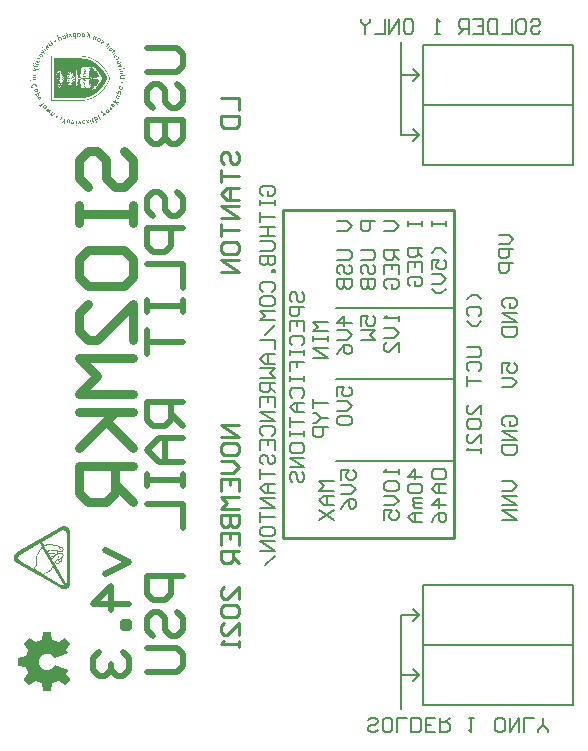
<source format=gbo>
G04*
G04 #@! TF.GenerationSoftware,Altium Limited,Altium Designer,21.9.2 (33)*
G04*
G04 Layer_Color=32896*
%FSLAX25Y25*%
%MOIN*%
G70*
G04*
G04 #@! TF.SameCoordinates,35660DA9-C4E3-4063-8D90-980638CF2194*
G04*
G04*
G04 #@! TF.FilePolarity,Positive*
G04*
G01*
G75*
%ADD10C,0.00787*%
%ADD13C,0.01000*%
%ADD119C,0.00800*%
%ADD120C,0.02000*%
%ADD121C,0.03000*%
G36*
X60847Y258797D02*
X60853Y258790D01*
X60856Y258758D01*
X60860Y258721D01*
X60866Y258686D01*
X60868Y258672D01*
X60871Y258656D01*
X60874Y258631D01*
X60878Y258458D01*
X60881Y258439D01*
X60883Y258404D01*
X60887Y258367D01*
X60890Y258351D01*
X60893Y258329D01*
X60896Y258313D01*
X60898Y258299D01*
X60901Y258277D01*
X60904Y258152D01*
X60906Y258095D01*
X60909Y258059D01*
X60912Y258037D01*
X60915Y258021D01*
X60920Y257999D01*
X60923Y257986D01*
X60927Y257954D01*
X60931Y257787D01*
X60934Y257738D01*
X60936Y257722D01*
X60939Y257708D01*
X60942Y257697D01*
X60945Y257683D01*
X60947Y257662D01*
X60950Y257637D01*
X60953Y257621D01*
X60956Y257498D01*
X60958Y257425D01*
X60961Y257400D01*
X60964Y257387D01*
X60969Y257354D01*
X60976Y257298D01*
X60979Y257290D01*
X60981Y257178D01*
X60985Y257098D01*
X60988Y257065D01*
X60995Y257048D01*
X60992Y257037D01*
X60988Y257033D01*
X60965Y257029D01*
X60941Y257026D01*
X60923Y257022D01*
X60908Y257018D01*
X60894Y257015D01*
X60859Y257010D01*
X60769Y257007D01*
X60751Y257008D01*
X60740Y257005D01*
X60727Y257000D01*
X60716Y257003D01*
X60711Y257011D01*
X60708Y257073D01*
X60705Y257106D01*
X60702Y257128D01*
X60700Y257144D01*
X60697Y257155D01*
X60691Y257182D01*
X60689Y257204D01*
X60686Y257231D01*
X60683Y257335D01*
X60681Y257389D01*
X60678Y257411D01*
X60670Y257460D01*
X60666Y257478D01*
X60663Y257486D01*
X60660Y257532D01*
Y257535D01*
X60657Y257696D01*
X60652Y257715D01*
X60645Y257722D01*
X60640Y257724D01*
X60627Y257720D01*
X60597Y257701D01*
X60587Y257682D01*
X60581Y257677D01*
X60578Y257671D01*
X60572Y257667D01*
X60557Y257658D01*
X60554Y257652D01*
X60550Y257651D01*
X60548Y257647D01*
X60544Y257643D01*
X60520Y257629D01*
X60509Y257618D01*
X60499Y257611D01*
X60484Y257607D01*
X60474Y257605D01*
X60468Y257599D01*
X60449Y257585D01*
X60433Y257583D01*
X60414Y257580D01*
X60403Y257577D01*
X60384Y257569D01*
X60378Y257566D01*
X60365Y257561D01*
X60264Y257558D01*
X60245Y257561D01*
X60234Y257564D01*
X60216Y257570D01*
X60194Y257579D01*
X60147Y257585D01*
X60133Y257591D01*
X60119Y257605D01*
X60087Y257613D01*
X60073Y257626D01*
X60060Y257634D01*
X60046Y257640D01*
X60032Y257653D01*
X60013Y257664D01*
X60009Y257668D01*
X60006Y257674D01*
X59997Y257683D01*
X59992Y257686D01*
X59979Y257698D01*
X59977Y257704D01*
X59970Y257711D01*
X59964Y257713D01*
X59960Y257717D01*
X59949Y257737D01*
X59940Y257746D01*
X59927Y257761D01*
X59925Y257772D01*
X59908Y257788D01*
X59900Y257802D01*
X59895Y257821D01*
X59884Y257832D01*
X59876Y257845D01*
X59868Y257878D01*
X59860Y257884D01*
X59857Y257889D01*
X59851Y257894D01*
X59849Y257914D01*
X59846Y257925D01*
X59843Y257944D01*
X59829Y257963D01*
X59825Y257972D01*
X59821Y258003D01*
X59819Y258039D01*
X59813Y258061D01*
X59806Y258084D01*
X59802Y258104D01*
X59799Y258112D01*
X59797Y258292D01*
X59799Y258303D01*
X59802Y258322D01*
X59813Y258347D01*
X59817Y258362D01*
X59821Y258387D01*
X59824Y258423D01*
X59829Y258436D01*
X59839Y258446D01*
X59844Y258460D01*
X59849Y258480D01*
X59851Y258491D01*
X59857Y258505D01*
X59870Y258518D01*
X59873Y258529D01*
X59878Y258548D01*
X59889Y258559D01*
X59892Y258564D01*
X59896Y258569D01*
X59903Y258586D01*
X59919Y258602D01*
X59930Y258622D01*
X59943Y258634D01*
X59955Y258649D01*
X59957Y258654D01*
X59967Y258661D01*
X59973Y258664D01*
X59979Y258671D01*
X59986Y258680D01*
X60011Y258694D01*
X60015Y258698D01*
X60017Y258703D01*
X60030Y258713D01*
X60035Y258716D01*
X60049Y258721D01*
X60054Y258726D01*
X60073Y258740D01*
X60090Y258743D01*
X60103Y258748D01*
X60109Y258754D01*
X60118Y258760D01*
X60132Y258766D01*
X60168Y258770D01*
X60184Y258774D01*
X60197Y258780D01*
X60223Y258789D01*
X60231Y258792D01*
X60302Y258794D01*
X60329Y258792D01*
X60348Y258789D01*
X60388Y258771D01*
X60419Y258767D01*
X60433Y258762D01*
X60444Y258751D01*
X60457Y258743D01*
X60468Y258740D01*
X60480Y258733D01*
X60483Y258728D01*
X60504Y258716D01*
X60510Y258706D01*
X60513Y258701D01*
X60520Y258694D01*
X60539Y258683D01*
X60544Y258680D01*
X60550Y258675D01*
X60561Y258672D01*
X60573Y258676D01*
X60576Y258731D01*
X60573Y258741D01*
X60570Y258750D01*
X60573Y258763D01*
X60578Y258769D01*
X60593Y258773D01*
X60602Y258775D01*
X60604Y258773D01*
X60619Y258774D01*
X60641Y258780D01*
X60659Y258784D01*
X60667Y258786D01*
X60689Y258789D01*
X60697Y258792D01*
X60814Y258794D01*
X60836Y258800D01*
X60847Y258797D01*
D02*
G37*
G36*
X62045Y258868D02*
X62072Y258865D01*
X62090Y258858D01*
X62103Y258853D01*
X62114Y258850D01*
X62151Y258846D01*
X62162Y258843D01*
X62176Y258838D01*
X62181Y258833D01*
X62200Y258822D01*
X62211Y258819D01*
X62225Y258814D01*
X62230Y258811D01*
X62235Y258805D01*
X62260Y258792D01*
X62276Y258775D01*
X62290Y258767D01*
X62337Y258720D01*
X62340Y258714D01*
X62359Y258695D01*
X62370Y258676D01*
X62388Y258658D01*
X62397Y258632D01*
X62408Y258622D01*
X62419Y258602D01*
X62422Y258592D01*
X62427Y258578D01*
X62440Y258566D01*
X62444Y258551D01*
X62446Y258540D01*
X62449Y258521D01*
X62455Y258515D01*
X62468Y258491D01*
X62474Y258445D01*
X62479Y258425D01*
X62486Y258411D01*
X62493Y258393D01*
X62495Y258385D01*
X62498Y258265D01*
X62495Y258131D01*
X62490Y258112D01*
X62483Y258097D01*
X62475Y258076D01*
X62471Y258050D01*
X62468Y258022D01*
X62449Y257995D01*
X62446Y257979D01*
X62441Y257957D01*
Y257954D01*
X62438Y257949D01*
X62422Y257933D01*
X62419Y257916D01*
X62414Y257903D01*
X62403Y257892D01*
X62396Y257882D01*
X62389Y257865D01*
X62372Y257847D01*
X62365Y257829D01*
X62347Y257811D01*
X62336Y257795D01*
X62331Y257792D01*
X62316Y257777D01*
X62313Y257772D01*
X62294Y257758D01*
X62291Y257753D01*
X62284Y257746D01*
X62265Y257735D01*
X62260Y257733D01*
X62249Y257722D01*
X62239Y257715D01*
X62225Y257711D01*
X62215Y257701D01*
X62200Y257689D01*
X62178Y257686D01*
X62165Y257681D01*
X62159Y257675D01*
X62150Y257668D01*
X62136Y257663D01*
X62097Y257659D01*
X62086Y257656D01*
X62063Y257649D01*
X62045Y257643D01*
X62037Y257640D01*
X61974Y257637D01*
X61947Y257640D01*
X61936Y257643D01*
X61906Y257656D01*
X61862Y257662D01*
X61849Y257667D01*
X61843Y257670D01*
X61834Y257679D01*
X61800Y257692D01*
X61796Y257696D01*
X61781Y257708D01*
X61775Y257711D01*
X61757Y257720D01*
X61755Y257726D01*
X61751Y257730D01*
X61745Y257733D01*
X61736Y257742D01*
X61727Y257756D01*
X61721Y257762D01*
X61706Y257772D01*
X61691Y257784D01*
X61674Y257787D01*
X61666Y257779D01*
X61664Y257765D01*
X61665Y257726D01*
X61670Y257712D01*
X61669Y257694D01*
X61655Y257686D01*
X61629Y257688D01*
X61451Y257686D01*
X61443Y257689D01*
X61402Y257686D01*
X61391Y257689D01*
X61384Y257701D01*
X61388Y257716D01*
X61391Y258266D01*
X61394Y258637D01*
X61397Y258767D01*
X61401Y258823D01*
X61404Y258834D01*
X61650Y258835D01*
X61658Y258838D01*
X61677Y258841D01*
X61684Y258834D01*
X61687Y258758D01*
X61689Y258747D01*
X61694Y258743D01*
X61707Y258737D01*
X61722Y258741D01*
X61730Y258755D01*
X61737Y258762D01*
X61751Y258770D01*
X61760Y258780D01*
X61763Y258785D01*
X61777Y258793D01*
X61791Y258797D01*
X61798Y258804D01*
X61801Y258809D01*
X61811Y258816D01*
X61824Y258822D01*
X61843Y258824D01*
X61857Y258838D01*
X61866Y258842D01*
X61884Y258846D01*
X61911Y258849D01*
X61922Y258852D01*
X61935Y258856D01*
X61960Y258865D01*
X61969Y258868D01*
X62026Y258871D01*
X62045Y258868D01*
D02*
G37*
G36*
X57016Y258102D02*
X57033Y258099D01*
X57044Y258096D01*
X57061Y258092D01*
X57081Y258089D01*
X57116Y258086D01*
X57127Y258084D01*
X57140Y258078D01*
X57146Y258073D01*
X57155Y258066D01*
X57176Y258062D01*
X57195Y258056D01*
X57202Y258050D01*
X57204Y258044D01*
X57211Y258040D01*
X57222Y258037D01*
X57236Y258032D01*
X57241Y258029D01*
X57252Y258018D01*
X57271Y258008D01*
X57285Y257994D01*
X57304Y257980D01*
X57309Y257978D01*
X57313Y257974D01*
X57316Y257968D01*
X57331Y257956D01*
X57336Y257953D01*
X57346Y257941D01*
X57349Y257935D01*
X57353Y257931D01*
X57358Y257928D01*
X57376Y257905D01*
X57379Y257900D01*
X57387Y257894D01*
X57400Y257875D01*
X57403Y257870D01*
X57417Y257856D01*
X57424Y257847D01*
X57430Y257829D01*
X57437Y257822D01*
X57450Y257807D01*
X57452Y257797D01*
X57458Y257783D01*
X57466Y257775D01*
X57475Y257760D01*
X57479Y257742D01*
X57482Y257731D01*
X57501Y257704D01*
X57507Y257668D01*
X57511Y257653D01*
X57522Y257637D01*
X57527Y257624D01*
X57531Y257592D01*
X57534Y257557D01*
X57537Y257546D01*
X57542Y257527D01*
X57550Y257494D01*
X57553Y257486D01*
X57556Y257382D01*
X57553Y257372D01*
X57550Y257344D01*
X57547Y257333D01*
X57538Y257302D01*
X57535Y257291D01*
X57533Y257275D01*
X57530Y257240D01*
X57527Y257223D01*
X57524Y257212D01*
X57507Y257187D01*
X57504Y257162D01*
X57496Y257143D01*
X57490Y257137D01*
X57484Y257128D01*
X57477Y257110D01*
X57474Y257102D01*
X57471Y257097D01*
X57467Y257092D01*
X57455Y257078D01*
X57452Y257067D01*
X57437Y257052D01*
X57425Y257037D01*
X57422Y257031D01*
X57415Y257024D01*
X57410Y257022D01*
X57406Y257018D01*
X57403Y257012D01*
X57399Y257008D01*
X57394Y257005D01*
X57381Y256993D01*
X57379Y256988D01*
X57369Y256981D01*
X57364Y256978D01*
X57358Y256973D01*
X57353Y256970D01*
X57350Y256964D01*
X57335Y256955D01*
X57320Y256951D01*
X57312Y256943D01*
X57293Y256929D01*
X57276Y256926D01*
X57263Y256921D01*
X57259Y256917D01*
X57244Y256905D01*
X57206Y256902D01*
X57195Y256899D01*
X57176Y256896D01*
X57165Y256894D01*
X57157Y256891D01*
X57102Y256888D01*
X57091Y256891D01*
X57059Y256896D01*
X57048Y256899D01*
X57029Y256902D01*
X56993Y256905D01*
X56969Y256915D01*
X56939Y256932D01*
X56928Y256935D01*
X56913Y256939D01*
X56895Y256945D01*
X56891Y256941D01*
X56889Y256936D01*
X56891Y256925D01*
X56893Y256924D01*
X56897Y256917D01*
X56899Y256901D01*
X56902Y256892D01*
X56905Y256860D01*
X56913Y256841D01*
X56910Y256833D01*
X56898Y256826D01*
X56871Y256823D01*
X56852Y256820D01*
X56822Y256801D01*
X56797Y256798D01*
X56778Y256796D01*
X56759Y256787D01*
X56754Y256785D01*
X56750Y256781D01*
X56736Y256775D01*
X56702Y256771D01*
X56680Y256766D01*
X56661Y256752D01*
X56642Y256749D01*
X56635Y256759D01*
X56633Y256786D01*
X56630Y256805D01*
X56622Y256824D01*
X56608Y256849D01*
X56605Y256881D01*
X56599Y256899D01*
X56585Y256921D01*
X56581Y256941D01*
X56578Y256969D01*
X56573Y256982D01*
X56570Y256988D01*
X56563Y256995D01*
X56558Y257008D01*
X56554Y257039D01*
X56551Y257059D01*
X56532Y257088D01*
X56529Y257110D01*
X56524Y257143D01*
X56507Y257170D01*
X56502Y257192D01*
X56499Y257219D01*
X56494Y257233D01*
X56477Y257263D01*
X56475Y257295D01*
X56469Y257314D01*
X56458Y257331D01*
X56451Y257348D01*
X56447Y257382D01*
X56439Y257402D01*
X56436Y257407D01*
X56432Y257411D01*
X56427Y257425D01*
X56423Y257451D01*
X56420Y257470D01*
X56415Y257483D01*
X56401Y257508D01*
X56398Y257519D01*
X56396Y257546D01*
X56385Y257570D01*
X56374Y257590D01*
X56371Y257620D01*
X56368Y257630D01*
X56364Y257645D01*
X56353Y257662D01*
X56348Y257675D01*
X56344Y257712D01*
X56337Y257730D01*
X56323Y257751D01*
X56319Y257772D01*
X56317Y257799D01*
X56311Y257813D01*
X56295Y257843D01*
X56292Y257867D01*
X56302Y257877D01*
X56334Y257879D01*
X56356Y257885D01*
X56383Y257901D01*
X56419Y257907D01*
X56438Y257909D01*
X56468Y257928D01*
X56514Y257934D01*
X56525Y257937D01*
X56541Y257953D01*
X56560Y257956D01*
X56564Y257952D01*
X56567Y257922D01*
X56592Y257870D01*
X56601Y257860D01*
X56612Y257858D01*
X56623Y257860D01*
X56630Y257867D01*
X56633Y257886D01*
X56638Y257908D01*
X56645Y257915D01*
X56650Y257918D01*
X56656Y257926D01*
X56662Y257944D01*
X56672Y257953D01*
X56684Y257968D01*
X56687Y257974D01*
X56696Y257983D01*
X56702Y257986D01*
X56712Y257998D01*
X56714Y258003D01*
X56726Y258010D01*
X56743Y258027D01*
X56756Y258035D01*
X56770Y258040D01*
X56775Y258043D01*
X56777Y258047D01*
X56792Y258059D01*
X56816Y258065D01*
X56830Y258070D01*
X56831Y258074D01*
X56854Y258086D01*
X56898Y258089D01*
X56909Y258092D01*
X56955Y258100D01*
X56963Y258103D01*
X57016Y258102D01*
D02*
G37*
G36*
X63009Y258767D02*
X63036Y258765D01*
X63047Y258762D01*
X63062Y258758D01*
X63084Y258750D01*
X63097Y258747D01*
X63119Y258744D01*
X63199Y258740D01*
X63208Y258737D01*
X63235Y258735D01*
X63246Y258732D01*
X63251Y258726D01*
X63255Y258712D01*
Y258709D01*
X63253Y258690D01*
X63247Y258676D01*
X63244Y258665D01*
X63242Y258657D01*
X63239Y258630D01*
X63248Y258623D01*
X63258Y258627D01*
X63284Y258637D01*
X63295Y258639D01*
X63301Y258651D01*
X63310Y258660D01*
X63325Y258664D01*
X63336Y258666D01*
X63344Y258675D01*
X63363Y258688D01*
X63385Y258691D01*
X63398Y258697D01*
X63404Y258702D01*
X63423Y258713D01*
X63450Y258716D01*
X63487Y258720D01*
X63518Y258724D01*
X63526Y258726D01*
X63552Y258725D01*
X63583Y258721D01*
X63592Y258718D01*
X63638Y258716D01*
X63649Y258713D01*
X63662Y258707D01*
X63692Y258691D01*
X63711Y258688D01*
X63725Y258683D01*
X63741Y258666D01*
X63752Y258664D01*
X63766Y258658D01*
X63777Y258647D01*
X63796Y258637D01*
X63815Y258617D01*
X63820Y258615D01*
X63826Y258609D01*
X63839Y258593D01*
X63845Y258590D01*
X63854Y258581D01*
X63857Y258575D01*
X63873Y258559D01*
X63887Y258535D01*
X63898Y258524D01*
X63909Y258505D01*
X63914Y258491D01*
X63925Y258480D01*
X63932Y258471D01*
X63936Y258450D01*
X63942Y258436D01*
X63947Y258431D01*
X63950Y258425D01*
X63954Y258421D01*
X63959Y258408D01*
X63963Y258377D01*
X63972Y258357D01*
X63982Y258338D01*
X63986Y258315D01*
X63989Y258263D01*
X63993Y258219D01*
X63996Y258210D01*
X63995Y258125D01*
X63988Y258061D01*
X63985Y258009D01*
X63982Y257998D01*
X63970Y257975D01*
X63965Y257961D01*
X63961Y257927D01*
X63958Y257916D01*
X63952Y257903D01*
X63939Y257884D01*
X63936Y257873D01*
X63933Y257854D01*
X63931Y257843D01*
X63920Y257832D01*
X63913Y257822D01*
X63910Y257811D01*
X63906Y257794D01*
X63893Y257780D01*
X63884Y257767D01*
X63879Y257748D01*
X63865Y257734D01*
X63854Y257715D01*
X63838Y257698D01*
X63830Y257685D01*
X63805Y257660D01*
X63803Y257655D01*
X63785Y257637D01*
X63779Y257634D01*
X63760Y257615D01*
X63747Y257607D01*
X63730Y257591D01*
X63721Y257584D01*
X63703Y257577D01*
X63695Y257569D01*
X63686Y257562D01*
X63668Y257556D01*
X63649Y257550D01*
X63641Y257542D01*
X63621Y257531D01*
X63583Y257528D01*
X63573Y257525D01*
X63557Y257521D01*
X63532Y257512D01*
X63524Y257509D01*
X63464Y257506D01*
X63425Y257512D01*
X63404Y257517D01*
X63386Y257524D01*
X63375Y257527D01*
X63338Y257531D01*
X63319Y257536D01*
X63307Y257549D01*
X63289Y257556D01*
X63270Y257561D01*
X63255Y257576D01*
X63228Y257590D01*
X63221Y257599D01*
X63208Y257607D01*
X63195Y257620D01*
X63193Y257625D01*
X63188Y257629D01*
X63179Y257636D01*
X63169Y257651D01*
X63165Y257668D01*
X63161Y257673D01*
X63152Y257679D01*
X63134Y257686D01*
X63126Y257689D01*
X63112Y257686D01*
X63105Y257679D01*
X63103Y257641D01*
X63100Y257614D01*
X63097Y257603D01*
X63093Y257599D01*
X63088Y257596D01*
X63065Y257606D01*
X62979Y257610D01*
X62960Y257613D01*
X62920Y257625D01*
X62903Y257629D01*
X62894Y257632D01*
X62837Y257634D01*
X62818Y257637D01*
X62811Y257644D01*
X62817Y257658D01*
X62820Y257663D01*
X62825Y257668D01*
X62828Y257745D01*
X62830Y257780D01*
X62833Y257791D01*
X62841Y257821D01*
X62847Y257835D01*
X62849Y257856D01*
X62852Y257865D01*
X62855Y257957D01*
X62858Y257984D01*
X62860Y257995D01*
X62867Y258013D01*
X62873Y258035D01*
X62875Y258048D01*
X62878Y258073D01*
X62882Y258170D01*
X62888Y258191D01*
X62893Y258210D01*
X62898Y258224D01*
X62901Y258246D01*
X62904Y258254D01*
X62907Y258328D01*
X62909Y258371D01*
X62912Y258382D01*
X62923Y258417D01*
X62926Y258425D01*
X62928Y258453D01*
X62931Y258461D01*
X62934Y258551D01*
X62939Y258583D01*
X62949Y258607D01*
X62953Y258622D01*
X62956Y258630D01*
X62958Y258709D01*
X62961Y258728D01*
X62958Y258747D01*
X62964Y258766D01*
X62969Y258769D01*
X63009Y258767D01*
D02*
G37*
G36*
X59023Y258622D02*
X59037Y258619D01*
X59053Y258616D01*
X59104Y258609D01*
X59123Y258601D01*
X59132Y258592D01*
X59146Y258586D01*
X59161Y258582D01*
X59172Y258571D01*
X59196Y258558D01*
X59203Y258551D01*
X59206Y258545D01*
X59214Y258537D01*
X59215Y258536D01*
X59226Y258530D01*
X59228Y258526D01*
X59233Y258521D01*
X59236Y258515D01*
X59243Y258509D01*
X59248Y258506D01*
X59260Y258483D01*
X59263Y258477D01*
X59271Y258472D01*
X59274Y258466D01*
X59278Y258462D01*
X59282Y258447D01*
X59288Y258434D01*
X59292Y258430D01*
X59305Y258408D01*
X59309Y258387D01*
X59312Y258377D01*
X59318Y258363D01*
X59320Y258357D01*
X59324Y258353D01*
X59330Y258340D01*
X59333Y258329D01*
X59335Y258269D01*
X59334Y258180D01*
X59331Y258161D01*
X59326Y258148D01*
X59323Y258142D01*
X59316Y258136D01*
X59309Y258118D01*
X59304Y258099D01*
X59297Y258092D01*
X59285Y258077D01*
X59282Y258066D01*
X59260Y258044D01*
X59258Y258039D01*
X59251Y258032D01*
X59237Y258024D01*
X59217Y258003D01*
X59199Y257997D01*
X59192Y257990D01*
X59190Y257984D01*
X59161Y257969D01*
X59157Y257965D01*
X59142Y257953D01*
X59115Y257942D01*
X59113Y257938D01*
X59106Y257931D01*
X59087Y257920D01*
X59071Y257904D01*
X59048Y257889D01*
X59045Y257884D01*
X59036Y257874D01*
X59030Y257871D01*
X59026Y257867D01*
X59015Y257848D01*
X59009Y257841D01*
X58996Y257826D01*
X58994Y257750D01*
X58996Y257715D01*
X59011Y257700D01*
X59025Y257678D01*
X59044Y257667D01*
X59053Y257658D01*
X59068Y257645D01*
X59136Y257643D01*
X59180Y257645D01*
X59199Y257651D01*
X59205Y257656D01*
X59210Y257659D01*
X59217Y257666D01*
X59232Y257670D01*
X59245Y257675D01*
X59259Y257689D01*
X59278Y257700D01*
X59293Y257715D01*
X59296Y257720D01*
X59311Y257735D01*
X59323Y257750D01*
X59326Y257756D01*
X59331Y257761D01*
X59334Y257767D01*
X59347Y257780D01*
X59350Y257786D01*
X59356Y257799D01*
X59365Y257806D01*
X59376Y257803D01*
X59386Y257794D01*
X59388Y257788D01*
X59401Y257779D01*
X59406Y257776D01*
X59416Y257767D01*
X59418Y257761D01*
X59431Y257751D01*
X59436Y257749D01*
X59440Y257745D01*
X59443Y257739D01*
X59455Y257727D01*
X59461Y257724D01*
X59485Y257700D01*
X59491Y257697D01*
X59515Y257673D01*
X59520Y257670D01*
X59527Y257663D01*
X59530Y257652D01*
X59522Y257639D01*
X59519Y257633D01*
X59516Y257622D01*
X59509Y257610D01*
X59504Y257607D01*
X59500Y257603D01*
X59489Y257584D01*
X59467Y257562D01*
X59465Y257557D01*
X59441Y257534D01*
X59436Y257531D01*
X59418Y257513D01*
X59403Y257501D01*
X59398Y257498D01*
X59384Y257485D01*
X59371Y257476D01*
X59356Y257470D01*
X59353Y257464D01*
X59343Y257457D01*
X59322Y257449D01*
X59308Y257444D01*
X59303Y257438D01*
X59288Y257429D01*
X59274Y257426D01*
X59248Y257422D01*
X59219Y257407D01*
X59206Y257402D01*
X59130Y257399D01*
X59025Y257400D01*
X59014Y257403D01*
X58995Y257411D01*
X58976Y257422D01*
X58954Y257425D01*
X58932Y257430D01*
X58921Y257441D01*
X58908Y257449D01*
X58897Y257452D01*
X58882Y257459D01*
X58875Y257468D01*
X58856Y257479D01*
X58812Y257523D01*
X58800Y257538D01*
X58797Y257543D01*
X58780Y257561D01*
X58773Y257579D01*
X58769Y257591D01*
X58763Y257594D01*
X58754Y257606D01*
X58748Y257630D01*
X58743Y257649D01*
X58737Y257655D01*
X58727Y257674D01*
X58724Y257723D01*
X58721Y257731D01*
X58718Y257824D01*
X58721Y257832D01*
X58724Y257894D01*
X58729Y257914D01*
X58735Y257919D01*
X58742Y257928D01*
X58751Y257954D01*
X58757Y257968D01*
X58765Y257974D01*
X58772Y257983D01*
X58778Y258001D01*
X58788Y258010D01*
X58793Y258013D01*
X58800Y258022D01*
X58803Y258028D01*
X58818Y258040D01*
X58823Y258043D01*
X58825Y258047D01*
X58837Y258059D01*
X58842Y258062D01*
X58861Y258081D01*
X58886Y258095D01*
X58897Y258105D01*
X58921Y258119D01*
X58925Y258123D01*
X58928Y258129D01*
X58940Y258138D01*
X58954Y258144D01*
X58968Y258157D01*
X58992Y258171D01*
X59004Y258183D01*
X59007Y258189D01*
X59014Y258193D01*
X59019Y258195D01*
X59026Y258202D01*
X59040Y258221D01*
X59043Y258227D01*
X59053Y258238D01*
X59056Y258243D01*
X59062Y258248D01*
X59064Y258303D01*
X59059Y258325D01*
X59048Y258336D01*
X59034Y258360D01*
X59019Y258372D01*
X59014Y258375D01*
X59010Y258379D01*
X59007Y258385D01*
X59003Y258386D01*
X58998Y258391D01*
X58932Y258394D01*
X58913Y258391D01*
X58902Y258389D01*
X58890Y258382D01*
X58868Y258368D01*
X58853Y258364D01*
X58844Y258355D01*
X58841Y258349D01*
X58823Y258340D01*
X58816Y258333D01*
X58810Y258323D01*
X58804Y258321D01*
X58799Y258315D01*
X58793Y258313D01*
X58786Y258306D01*
X58784Y258300D01*
X58777Y258293D01*
X58761Y258291D01*
X58751Y258303D01*
X58748Y258308D01*
X58739Y258315D01*
X58733Y258318D01*
X58729Y258322D01*
X58727Y258328D01*
X58714Y258340D01*
X58705Y258347D01*
X58702Y258352D01*
X58687Y258367D01*
X58682Y258370D01*
X58672Y258382D01*
X58657Y258394D01*
X58645Y258409D01*
X58642Y258415D01*
X58635Y258419D01*
X58630Y258421D01*
X58620Y258431D01*
X58618Y258442D01*
X58620Y258453D01*
X58625Y258454D01*
X58652Y258481D01*
X58657Y258484D01*
X58664Y258491D01*
X58671Y258500D01*
X58690Y258511D01*
X58701Y258522D01*
X58720Y258533D01*
X58731Y258536D01*
X58744Y258549D01*
X58754Y258556D01*
X58769Y258560D01*
X58786Y258567D01*
X58789Y258573D01*
X58799Y258579D01*
X58808Y258583D01*
X58840Y258588D01*
X58856Y258598D01*
X58875Y258609D01*
X58921Y258612D01*
X58940Y258615D01*
X58973Y258620D01*
X58981Y258623D01*
X59023Y258622D01*
D02*
G37*
G36*
X58020Y258789D02*
X58024Y258785D01*
X58027Y258766D01*
X58030Y258731D01*
X58032Y258720D01*
X58047Y258691D01*
X58050Y258680D01*
X58054Y258632D01*
X58059Y258611D01*
X58062Y258602D01*
X58065Y258597D01*
X58069Y258593D01*
X58074Y258579D01*
X58077Y258569D01*
X58081Y258521D01*
X58103Y258474D01*
X58106Y258442D01*
X58111Y258423D01*
X58115Y258419D01*
X58129Y258416D01*
X58152Y258423D01*
X58182Y258428D01*
X58206Y258431D01*
X58222Y258435D01*
X58226Y258431D01*
X58234Y258417D01*
X58239Y258347D01*
X58258Y258306D01*
X58261Y258273D01*
X58264Y258262D01*
X58266Y258219D01*
X58283Y258202D01*
X58285Y258191D01*
X58279Y258185D01*
X58246Y258182D01*
X58216Y258163D01*
X58192Y258157D01*
X58182Y258148D01*
X58179Y258131D01*
X58182Y258123D01*
X58185Y258077D01*
X58190Y258058D01*
X58205Y258029D01*
X58208Y258018D01*
X58212Y257971D01*
X58231Y257930D01*
X58234Y257922D01*
X58236Y257886D01*
X58239Y257867D01*
X58242Y257856D01*
X58257Y257828D01*
X58260Y257817D01*
X58264Y257772D01*
X58266Y257761D01*
X58285Y257720D01*
X58291Y257655D01*
X58299Y257636D01*
X58302Y257630D01*
X58306Y257626D01*
X58311Y257613D01*
X58315Y257576D01*
X58318Y257557D01*
X58321Y257546D01*
X58336Y257515D01*
X58340Y257494D01*
X58343Y257459D01*
X58345Y257448D01*
X58351Y257434D01*
X58364Y257410D01*
X58367Y257364D01*
X58370Y257353D01*
X58373Y257333D01*
X58378Y257328D01*
X58381Y257323D01*
X58389Y257314D01*
X58392Y257298D01*
X58385Y257291D01*
X58363Y257289D01*
X58352Y257286D01*
X58345Y257279D01*
X58332Y257274D01*
X58321Y257271D01*
X58271Y257267D01*
X58230Y257248D01*
X58222Y257245D01*
X58178Y257242D01*
X58156Y257237D01*
X58132Y257226D01*
X58113Y257215D01*
X58102Y257218D01*
X58095Y257230D01*
X58098Y257255D01*
X58095Y257265D01*
X58092Y257284D01*
X58081Y257309D01*
X58078Y257314D01*
X58073Y257328D01*
X58070Y257361D01*
X58068Y257388D01*
X58049Y257429D01*
X58046Y257453D01*
X58040Y257508D01*
X58021Y257549D01*
X58019Y257579D01*
X58016Y257606D01*
X58013Y257617D01*
X57997Y257652D01*
X57994Y257668D01*
X57991Y257688D01*
X57989Y257723D01*
X57975Y257753D01*
X57971Y257762D01*
X57967Y257780D01*
X57964Y257824D01*
X57959Y257845D01*
X57949Y257863D01*
X57944Y257877D01*
X57941Y257893D01*
X57938Y257931D01*
X57934Y257949D01*
X57919Y257980D01*
X57916Y257991D01*
X57912Y258039D01*
Y258042D01*
Y258044D01*
X57910Y258055D01*
X57906Y258067D01*
X57892Y258076D01*
X57870Y258078D01*
X57851Y258076D01*
X57817Y258058D01*
X57803Y258055D01*
X57750Y258051D01*
X57740Y258048D01*
X57726Y258035D01*
X57712Y258032D01*
X57708Y258036D01*
X57705Y258047D01*
X57703Y258074D01*
X57700Y258085D01*
X57681Y258126D01*
X57678Y258161D01*
X57675Y258172D01*
X57656Y258213D01*
X57654Y258257D01*
X57640Y258287D01*
X57650Y258296D01*
X57690Y258299D01*
X57709Y258304D01*
X57727Y258314D01*
X57741Y258319D01*
X57754Y258322D01*
X57790Y258325D01*
X57808Y258329D01*
X57817Y258338D01*
X57820Y258363D01*
X57817Y258374D01*
X57812Y258387D01*
X57809Y258428D01*
X57801Y258461D01*
X57794Y258473D01*
X57788Y258487D01*
X57784Y258502D01*
X57779Y258556D01*
X57767Y258585D01*
X57761Y258598D01*
X57757Y258622D01*
X57754Y258657D01*
X57749Y258679D01*
X57735Y258701D01*
X57733Y258720D01*
X57735Y258731D01*
X57744Y258736D01*
X57765Y258739D01*
X57795Y258741D01*
X57831Y258744D01*
X57844Y258747D01*
X57855Y258750D01*
X57885Y258763D01*
X57899Y258766D01*
X57942Y258769D01*
X57967Y258771D01*
X57989Y258774D01*
X58004Y258786D01*
X58013Y258790D01*
X58020Y258789D01*
D02*
G37*
G36*
X64637Y259159D02*
X64656Y259157D01*
X64667Y259154D01*
X64682Y259147D01*
X64698Y259139D01*
X64722Y259135D01*
X64757Y259132D01*
X64776Y259130D01*
X64817Y259110D01*
X64861Y259108D01*
X64880Y259105D01*
X64899Y259100D01*
X64939Y259081D01*
X64952Y259066D01*
X64957Y259030D01*
X64971Y259011D01*
X64979Y258997D01*
X64982Y258986D01*
X64985Y258967D01*
X64993Y258959D01*
X65002Y258944D01*
X65006Y258929D01*
X65009Y258910D01*
X65031Y258878D01*
X65034Y258861D01*
X65039Y258839D01*
X65052Y258826D01*
X65057Y258816D01*
X65061Y258793D01*
X65063Y258782D01*
X65072Y258774D01*
X65081Y258759D01*
X65085Y258741D01*
X65088Y258722D01*
X65108Y258694D01*
X65113Y258673D01*
X65118Y258654D01*
X65133Y258639D01*
X65137Y258624D01*
X65140Y258605D01*
X65142Y258597D01*
X65145Y258592D01*
X65151Y258586D01*
X65160Y258571D01*
X65164Y258551D01*
X65167Y258540D01*
X65174Y258528D01*
X65186Y258513D01*
X65191Y258491D01*
X65194Y258472D01*
X65201Y258465D01*
X65213Y258450D01*
X65216Y258434D01*
X65219Y258423D01*
X65221Y258415D01*
X65224Y258409D01*
X65228Y258408D01*
X65230Y258404D01*
X65234Y258400D01*
X65239Y258386D01*
X65243Y258366D01*
X65250Y258348D01*
X65262Y258333D01*
X65266Y258323D01*
X65270Y258287D01*
X65283Y258274D01*
X65288Y258272D01*
X65292Y258268D01*
X65295Y258262D01*
X65299Y258261D01*
X65304Y258255D01*
X65324Y258253D01*
X65332Y258261D01*
X65334Y258272D01*
X65338Y258341D01*
X65341Y258360D01*
X65347Y258374D01*
X65354Y258386D01*
X65359Y258400D01*
X65363Y258423D01*
X65366Y258474D01*
X65368Y258485D01*
X65385Y258521D01*
X65387Y258529D01*
X65390Y258575D01*
X65393Y258602D01*
X65396Y258613D01*
X65412Y258649D01*
X65417Y258714D01*
X65426Y258741D01*
X65437Y258766D01*
X65439Y258774D01*
X65442Y258818D01*
X65445Y258845D01*
X65461Y258880D01*
X65464Y258897D01*
X65466Y258905D01*
X65469Y258948D01*
X65466Y258957D01*
X65469Y258970D01*
X65473Y258974D01*
X65487Y258977D01*
X65518Y258962D01*
X65532Y258957D01*
X65543Y258954D01*
X65590Y258950D01*
X65612Y258944D01*
X65630Y258935D01*
X65648Y258928D01*
X65667Y258925D01*
X65710Y258923D01*
X65728Y258916D01*
X65744Y258908D01*
X65770Y258898D01*
X65774Y258889D01*
X65766Y258869D01*
X65763Y258820D01*
X65761Y258809D01*
X65751Y258786D01*
X65744Y258769D01*
X65741Y258760D01*
X65739Y258722D01*
X65736Y258695D01*
X65733Y258684D01*
X65718Y258653D01*
X65716Y258642D01*
X65711Y258594D01*
X65709Y258575D01*
X65694Y258539D01*
X65691Y258528D01*
X65688Y258514D01*
X65684Y258464D01*
X65682Y258453D01*
X65671Y258428D01*
X65667Y258419D01*
X65662Y258404D01*
X65660Y258377D01*
X65657Y258341D01*
X65645Y258313D01*
X65639Y258299D01*
X65637Y258285D01*
X65633Y258232D01*
X65624Y258205D01*
X65620Y258201D01*
X65615Y258187D01*
X65611Y258170D01*
X65608Y258151D01*
X65605Y258107D01*
X65593Y258078D01*
X65586Y258061D01*
X65584Y258052D01*
X65581Y258001D01*
X65575Y257979D01*
X65563Y257956D01*
X65560Y257945D01*
X65556Y257919D01*
X65554Y257884D01*
X65551Y257865D01*
X65535Y257829D01*
X65532Y257821D01*
X65529Y257775D01*
X65526Y257756D01*
X65524Y257745D01*
X65518Y257731D01*
X65514Y257727D01*
X65509Y257713D01*
X65506Y257700D01*
X65502Y257647D01*
X65499Y257636D01*
X65488Y257611D01*
X65486Y257606D01*
X65480Y257592D01*
X65477Y257554D01*
X65475Y257527D01*
X65462Y257498D01*
X65457Y257485D01*
X65454Y257474D01*
X65450Y257423D01*
X65447Y257404D01*
X65445Y257393D01*
X65430Y257362D01*
X65426Y257331D01*
X65423Y257295D01*
X65417Y257274D01*
X65407Y257249D01*
X65401Y257236D01*
X65398Y257184D01*
X65394Y257172D01*
X65386Y257169D01*
X65375Y257172D01*
X65364Y257182D01*
X65348Y257185D01*
X65340Y257188D01*
X65294Y257191D01*
X65266Y257193D01*
X65255Y257196D01*
X65231Y257207D01*
X65217Y257212D01*
X65179Y257215D01*
X65168Y257218D01*
X65125Y257221D01*
X65113Y257225D01*
X65104Y257238D01*
X65110Y257260D01*
X65121Y257276D01*
X65123Y257287D01*
X65126Y257295D01*
X65129Y257353D01*
X65134Y257372D01*
X65148Y257402D01*
X65151Y257418D01*
X65153Y257426D01*
X65156Y257483D01*
X65168Y257512D01*
X65175Y257530D01*
X65178Y257538D01*
X65183Y257609D01*
X65198Y257643D01*
X65202Y257658D01*
X65205Y257666D01*
X65208Y257717D01*
X65213Y257739D01*
X65219Y257753D01*
X65223Y257762D01*
X65228Y257776D01*
X65231Y257790D01*
X65235Y257848D01*
X65238Y257859D01*
X65253Y257893D01*
X65255Y257907D01*
X65259Y257941D01*
Y257944D01*
Y257957D01*
X65262Y257976D01*
X65268Y257990D01*
X65273Y257995D01*
X65276Y258014D01*
X65264Y258024D01*
X65239Y258027D01*
X65228Y258024D01*
X65224Y258020D01*
X65216Y258006D01*
X65201Y257991D01*
X65196Y257989D01*
X65194Y257984D01*
X65187Y257978D01*
X65182Y257975D01*
X65155Y257948D01*
X65149Y257945D01*
X65142Y257938D01*
X65140Y257933D01*
X65130Y257923D01*
X65125Y257920D01*
X65115Y257911D01*
X65113Y257905D01*
X65106Y257899D01*
X65100Y257896D01*
X65076Y257871D01*
X65070Y257869D01*
X65063Y257862D01*
X65061Y257856D01*
X65051Y257847D01*
X65046Y257844D01*
X65034Y257832D01*
X65031Y257826D01*
X65027Y257825D01*
X65021Y257820D01*
X65016Y257817D01*
X65009Y257810D01*
X65006Y257805D01*
X64997Y257795D01*
X64991Y257792D01*
X64982Y257783D01*
X64979Y257777D01*
X64964Y257765D01*
X64959Y257762D01*
X64955Y257758D01*
X64948Y257749D01*
X64942Y257746D01*
X64912Y257716D01*
X64907Y257713D01*
X64858Y257664D01*
X64852Y257662D01*
X64827Y257636D01*
X64810Y257622D01*
X64807Y257617D01*
X64803Y257615D01*
X64768Y257580D01*
X64763Y257577D01*
X64756Y257570D01*
X64753Y257565D01*
X64746Y257558D01*
X64741Y257556D01*
X64723Y257538D01*
X64720Y257532D01*
X64716Y257531D01*
X64686Y257501D01*
X64677Y257494D01*
X64674Y257489D01*
X64665Y257479D01*
X64659Y257476D01*
X64654Y257471D01*
X64640Y257455D01*
X64635Y257452D01*
X64629Y257447D01*
X64624Y257444D01*
X64622Y257440D01*
X64607Y257425D01*
X64602Y257422D01*
X64595Y257415D01*
X64592Y257410D01*
X64583Y257400D01*
X64577Y257398D01*
X64565Y257385D01*
X64562Y257380D01*
X64539Y257365D01*
X64526Y257362D01*
X64507Y257370D01*
X64471Y257373D01*
X64444Y257376D01*
X64433Y257379D01*
X64403Y257392D01*
X64389Y257398D01*
X64340Y257400D01*
X64321Y257403D01*
X64293Y257415D01*
X64279Y257421D01*
X64256Y257425D01*
X64213Y257428D01*
X64189Y257434D01*
X64176Y257440D01*
X64161Y257444D01*
X64157Y257448D01*
X64154Y257456D01*
X64158Y257460D01*
X64163Y257463D01*
X64183Y257482D01*
X64188Y257485D01*
X64193Y257490D01*
X64199Y257493D01*
X64206Y257500D01*
X64208Y257505D01*
X64215Y257512D01*
X64221Y257515D01*
X64245Y257539D01*
X64251Y257542D01*
X64263Y257554D01*
X64266Y257559D01*
X64275Y257566D01*
X64280Y257569D01*
X64287Y257576D01*
X64290Y257581D01*
X64296Y257587D01*
X64312Y257598D01*
X64315Y257603D01*
X64320Y257609D01*
X64335Y257621D01*
X64340Y257624D01*
X64342Y257628D01*
X64347Y257633D01*
X64362Y257645D01*
X64368Y257648D01*
X64375Y257658D01*
X64389Y257670D01*
X64395Y257673D01*
X64396Y257677D01*
X64402Y257682D01*
X64417Y257694D01*
X64422Y257697D01*
X64447Y257722D01*
X64452Y257724D01*
X64479Y257751D01*
X64485Y257754D01*
X64492Y257761D01*
X64494Y257767D01*
X64507Y257776D01*
X64512Y257779D01*
X64519Y257786D01*
X64521Y257791D01*
X64528Y257798D01*
X64534Y257801D01*
X64558Y257825D01*
X64564Y257828D01*
X64579Y257843D01*
X64581Y257848D01*
X64594Y257855D01*
X64603Y257865D01*
X64606Y257870D01*
X64618Y257879D01*
X64624Y257882D01*
X64631Y257889D01*
X64633Y257894D01*
X64637Y257899D01*
X64651Y257907D01*
X64673Y257928D01*
X64678Y257931D01*
X64700Y257953D01*
X64705Y257956D01*
X64724Y257975D01*
X64730Y257978D01*
X64760Y258008D01*
X64765Y258010D01*
X64790Y258035D01*
X64795Y258037D01*
X64820Y258062D01*
X64825Y258065D01*
X64835Y258074D01*
X64837Y258080D01*
X64850Y258089D01*
X64855Y258092D01*
X64862Y258099D01*
X64865Y258104D01*
X64872Y258111D01*
X64877Y258114D01*
X64904Y258141D01*
X64910Y258144D01*
X64931Y258166D01*
X64937Y258168D01*
X64959Y258190D01*
X64964Y258193D01*
X64983Y258212D01*
X64988Y258214D01*
X64998Y258224D01*
X65001Y258248D01*
X64998Y258259D01*
X64993Y258278D01*
X64987Y258284D01*
X64974Y258308D01*
X64971Y258319D01*
X64965Y258338D01*
X64961Y258343D01*
X64949Y258357D01*
X64944Y258379D01*
X64938Y258393D01*
X64930Y258401D01*
X64927Y258406D01*
X64923Y258411D01*
X64919Y258425D01*
X64914Y258445D01*
X64906Y258453D01*
X64896Y258468D01*
X64893Y258481D01*
X64889Y258499D01*
X64878Y258510D01*
X64872Y258520D01*
X64867Y258535D01*
X64862Y258556D01*
X64851Y258567D01*
X64843Y258581D01*
X64840Y258592D01*
X64835Y258611D01*
X64820Y258626D01*
X64817Y258637D01*
X64813Y258654D01*
X64807Y258668D01*
X64802Y258671D01*
X64793Y258686D01*
X64786Y258717D01*
X64779Y258724D01*
X64765Y258746D01*
X64761Y258763D01*
X64758Y258774D01*
X64753Y258780D01*
X64739Y258799D01*
X64737Y258809D01*
X64731Y258828D01*
X64723Y258837D01*
X64712Y258856D01*
X64709Y258872D01*
X64703Y258887D01*
X64690Y258902D01*
X64686Y258912D01*
X64684Y258925D01*
X64679Y258940D01*
X64669Y258951D01*
X64666Y258957D01*
X64662Y258961D01*
X64658Y258976D01*
X64655Y258986D01*
X64649Y259000D01*
X64641Y259008D01*
X64633Y259022D01*
X64631Y259033D01*
X64625Y259052D01*
X64610Y259067D01*
X64603Y259095D01*
X64600Y259106D01*
X64590Y259117D01*
X64579Y259136D01*
X64576Y259158D01*
X64580Y259162D01*
X64637Y259159D01*
D02*
G37*
G36*
X67183Y257798D02*
X67213Y257784D01*
X67231Y257777D01*
X67262Y257773D01*
X67276Y257768D01*
X67282Y257762D01*
X67287Y257760D01*
X67295Y257751D01*
X67309Y257749D01*
X67322Y257743D01*
X67333Y257733D01*
X67352Y257722D01*
X67358Y257719D01*
X67362Y257715D01*
X67365Y257709D01*
X67369Y257705D01*
X67374Y257702D01*
X67403Y257674D01*
X67416Y257655D01*
X67419Y257649D01*
X67433Y257636D01*
X67437Y257626D01*
X67441Y257609D01*
X67446Y257603D01*
X67460Y257584D01*
X67463Y257557D01*
X67469Y257539D01*
X67483Y257531D01*
X67497Y257534D01*
X67501Y257538D01*
X67517Y257568D01*
X67520Y257573D01*
X67524Y257575D01*
X67531Y257587D01*
X67533Y257606D01*
X67537Y257618D01*
X67554Y257621D01*
X67584Y257607D01*
X67589Y257605D01*
X67595Y257599D01*
X67604Y257595D01*
X67622Y257591D01*
X67633Y257588D01*
X67646Y257583D01*
X67652Y257577D01*
X67667Y257568D01*
X67693Y257564D01*
X67706Y257558D01*
X67717Y257547D01*
X67727Y257543D01*
X67747Y257539D01*
X67758Y257536D01*
X67770Y257530D01*
X67792Y257516D01*
X67807Y257512D01*
X67811Y257508D01*
X67814Y257502D01*
X67804Y257485D01*
X67800Y257462D01*
X67795Y257448D01*
X67785Y257438D01*
X67780Y257425D01*
X67776Y257399D01*
X67770Y257385D01*
X67766Y257381D01*
X67755Y257365D01*
X67751Y257344D01*
X67743Y257317D01*
X67738Y257312D01*
X67727Y257293D01*
X67721Y257260D01*
X67706Y257240D01*
X67699Y257222D01*
X67697Y257203D01*
X67691Y257189D01*
X67689Y257184D01*
X67679Y257174D01*
X67669Y257132D01*
X67659Y257116D01*
X67656Y257110D01*
X67651Y257105D01*
X67648Y257088D01*
X67642Y257067D01*
X67637Y257053D01*
X67626Y257042D01*
X67620Y257020D01*
X67618Y257001D01*
X67599Y256974D01*
X67593Y256950D01*
X67590Y256939D01*
X67586Y256926D01*
X67574Y256911D01*
X67572Y256906D01*
X67569Y256895D01*
X67566Y256876D01*
X67559Y256861D01*
X67546Y256839D01*
X67541Y256822D01*
X67539Y256811D01*
X67532Y256796D01*
X67520Y256781D01*
X67514Y256745D01*
X67509Y256732D01*
X67505Y256728D01*
X67494Y256711D01*
X67487Y256680D01*
X67482Y256666D01*
X67471Y256656D01*
X67467Y256646D01*
X67465Y256645D01*
X67463Y256620D01*
X67457Y256606D01*
X67454Y256601D01*
X67449Y256596D01*
X67441Y256582D01*
X67438Y256571D01*
X67435Y256552D01*
X67430Y256538D01*
X67427Y256533D01*
X67422Y256527D01*
X67415Y256518D01*
X67411Y256492D01*
X67403Y256473D01*
X67392Y256454D01*
X67389Y256443D01*
X67385Y256439D01*
X67371Y256436D01*
X67352Y256455D01*
X67330Y256458D01*
X67311Y256466D01*
X67306Y256469D01*
X67300Y256474D01*
X67295Y256477D01*
X67291Y256481D01*
X67268Y256485D01*
X67257Y256488D01*
X67243Y256493D01*
X67232Y256504D01*
X67219Y256510D01*
X67200Y256512D01*
X67186Y256518D01*
X67181Y256523D01*
X67162Y256534D01*
X67151Y256537D01*
X67132Y256540D01*
X67119Y256546D01*
X67117Y256566D01*
X67122Y256579D01*
X67133Y256590D01*
X67137Y256600D01*
X67141Y256615D01*
X67144Y256634D01*
X67155Y256650D01*
X67164Y256665D01*
X67168Y256688D01*
X67174Y256707D01*
X67190Y256723D01*
X67193Y256745D01*
X67196Y256756D01*
X67201Y256770D01*
X67207Y256775D01*
X67216Y256790D01*
X67220Y256811D01*
X67226Y256833D01*
X67238Y256845D01*
X67243Y256858D01*
X67246Y256875D01*
X67250Y256892D01*
X67256Y256898D01*
X67269Y256917D01*
X67272Y256936D01*
X67280Y256963D01*
X67288Y256971D01*
X67295Y256981D01*
X67299Y257010D01*
X67305Y257023D01*
X67313Y257031D01*
X67320Y257041D01*
X67324Y257061D01*
X67326Y257072D01*
X67337Y257097D01*
X67347Y257112D01*
X67351Y257143D01*
X67359Y257162D01*
X67362Y257167D01*
X67371Y257180D01*
X67374Y257191D01*
X67377Y257215D01*
X67379Y257237D01*
X67385Y257259D01*
X67396Y257286D01*
X67399Y257310D01*
X67397Y257347D01*
X67395Y257366D01*
X67378Y257402D01*
X67373Y257423D01*
X67365Y257432D01*
X67362Y257437D01*
X67330Y257468D01*
X67317Y257476D01*
X67298Y257485D01*
X67292Y257487D01*
X67283Y257497D01*
X67269Y257502D01*
X67219Y257506D01*
X67211Y257509D01*
X67185Y257508D01*
X67145Y257504D01*
X67132Y257498D01*
X67107Y257479D01*
X67102Y257476D01*
X67080Y257455D01*
X67068Y257440D01*
X67065Y257434D01*
X67058Y257428D01*
X67046Y257413D01*
X67043Y257402D01*
X67030Y257388D01*
X67021Y257374D01*
X67019Y257364D01*
X67013Y257344D01*
X67005Y257336D01*
X66998Y257327D01*
X66994Y257306D01*
X66989Y257284D01*
X66970Y257257D01*
X66967Y257236D01*
X66964Y257225D01*
X66959Y257211D01*
X66947Y257199D01*
X66942Y257178D01*
X66937Y257156D01*
X66918Y257129D01*
X66914Y257103D01*
X66910Y257086D01*
X66902Y257078D01*
X66892Y257063D01*
X66888Y257037D01*
X66882Y257023D01*
X66880Y257018D01*
X66866Y256999D01*
X66864Y256982D01*
X66861Y256971D01*
X66853Y256952D01*
X66839Y256933D01*
X66836Y256911D01*
X66834Y256901D01*
X66828Y256887D01*
X66823Y256881D01*
X66820Y256876D01*
X66816Y256872D01*
X66809Y256843D01*
X66801Y256824D01*
X66798Y256819D01*
X66787Y256808D01*
X66785Y256786D01*
X66779Y256764D01*
X66767Y256752D01*
X66761Y256738D01*
X66757Y256713D01*
X66752Y256699D01*
X66748Y256695D01*
X66734Y256692D01*
X66723Y256695D01*
X66704Y256700D01*
X66699Y256706D01*
X66693Y256709D01*
X66685Y256717D01*
X66666Y256719D01*
X66644Y256725D01*
X66631Y256738D01*
X66621Y256743D01*
X66595Y256747D01*
X66582Y256752D01*
X66573Y256760D01*
X66568Y256763D01*
X66562Y256768D01*
X66546Y256771D01*
X66535Y256774D01*
X66516Y256779D01*
X66508Y256787D01*
X66499Y256794D01*
X66475Y256798D01*
X66471Y256803D01*
X66469Y256811D01*
X66485Y256827D01*
X66488Y256846D01*
X66490Y256857D01*
X66493Y256865D01*
X66496Y256871D01*
X66501Y256876D01*
X66511Y256891D01*
X66515Y256917D01*
X66520Y256936D01*
X66524Y256940D01*
X66537Y256955D01*
X66539Y256979D01*
X66550Y257004D01*
X66564Y257023D01*
X66567Y257045D01*
X66569Y257056D01*
X66575Y257069D01*
X66578Y257075D01*
X66588Y257086D01*
X66594Y257121D01*
X66599Y257135D01*
X66605Y257140D01*
X66607Y257146D01*
X66612Y257150D01*
X66617Y257163D01*
X66620Y257185D01*
X66624Y257200D01*
X66637Y257214D01*
X66641Y257223D01*
X66646Y257255D01*
X66665Y257282D01*
X66669Y257291D01*
X66672Y257313D01*
X66676Y257331D01*
X66686Y257342D01*
X66693Y257351D01*
X66697Y257377D01*
X66707Y257400D01*
X66719Y257415D01*
X66722Y257429D01*
X66725Y257448D01*
X66730Y257467D01*
X66738Y257475D01*
X66745Y257485D01*
X66749Y257500D01*
X66755Y257519D01*
X66768Y257532D01*
X66772Y257542D01*
X66776Y257562D01*
X66798Y257584D01*
X66801Y257598D01*
X66806Y257611D01*
X66817Y257622D01*
X66828Y257641D01*
X66847Y257660D01*
X66858Y257679D01*
X66870Y257692D01*
X66876Y257694D01*
X66877Y257698D01*
X66882Y257704D01*
X66885Y257709D01*
X66897Y257719D01*
X66903Y257722D01*
X66926Y257745D01*
X66944Y257751D01*
X66953Y257761D01*
X66968Y257773D01*
X66993Y257776D01*
X67006Y257782D01*
X67012Y257787D01*
X67031Y257798D01*
X67156Y257801D01*
X67183Y257798D01*
D02*
G37*
G36*
X54732Y258115D02*
X54734Y258110D01*
X54740Y258096D01*
X54748Y258088D01*
X54755Y258078D01*
X54759Y258063D01*
X54762Y258052D01*
X54764Y258044D01*
X54767Y258039D01*
X54773Y258033D01*
X54782Y258018D01*
X54789Y257990D01*
X54809Y257961D01*
X54816Y257930D01*
X54827Y257919D01*
X54830Y257914D01*
X54834Y257909D01*
X54838Y257894D01*
X54843Y257873D01*
X54857Y257859D01*
X54861Y257850D01*
X54868Y257818D01*
X54879Y257807D01*
X54886Y257798D01*
X54890Y257783D01*
X54895Y257761D01*
X54909Y257748D01*
X54913Y257738D01*
X54917Y257720D01*
X54920Y257709D01*
X54939Y257682D01*
X54947Y257649D01*
X54954Y257637D01*
X54966Y257622D01*
X54971Y257598D01*
X54977Y257584D01*
X54981Y257580D01*
X54993Y257565D01*
X54996Y257549D01*
X55001Y257530D01*
X55005Y257528D01*
X55018Y257513D01*
X55023Y257489D01*
X55026Y257478D01*
X55033Y257471D01*
X55045Y257456D01*
X55048Y257434D01*
X55053Y257421D01*
X55068Y257406D01*
X55075Y257377D01*
X55078Y257369D01*
X55080Y257364D01*
X55089Y257355D01*
X55095Y257346D01*
X55099Y257328D01*
X55102Y257317D01*
X55116Y257298D01*
X55129Y257274D01*
X55132Y257268D01*
X55147Y257261D01*
X55159Y257265D01*
X55167Y257279D01*
X55170Y257301D01*
X55176Y257320D01*
X55188Y257332D01*
X55193Y257346D01*
X55197Y257364D01*
X55208Y257374D01*
X55225Y257404D01*
X55241Y257421D01*
X55244Y257426D01*
X55280Y257463D01*
X55286Y257466D01*
X55305Y257485D01*
X55310Y257487D01*
X55324Y257493D01*
X55332Y257501D01*
X55351Y257512D01*
X55362Y257515D01*
X55381Y257520D01*
X55393Y257532D01*
X55407Y257538D01*
X55441Y257542D01*
X55452Y257545D01*
X55487Y257561D01*
X55618Y257564D01*
X55637Y257561D01*
X55662Y257550D01*
X55667Y257547D01*
X55681Y257542D01*
X55711Y257539D01*
X55733Y257534D01*
X55745Y257521D01*
X55762Y257515D01*
X55784Y257509D01*
X55799Y257494D01*
X55817Y257487D01*
X55832Y257481D01*
X55835Y257475D01*
X55841Y257468D01*
X55861Y257457D01*
X55866Y257455D01*
X55870Y257451D01*
X55873Y257445D01*
X55885Y257436D01*
X55890Y257433D01*
X55912Y257411D01*
X55918Y257408D01*
X55933Y257393D01*
X55935Y257388D01*
X55945Y257379D01*
X55950Y257376D01*
X55963Y257358D01*
X55965Y257353D01*
X55982Y257336D01*
X55993Y257317D01*
X56006Y257304D01*
X56014Y257290D01*
X56020Y257276D01*
X56035Y257261D01*
X56044Y257236D01*
X56063Y257208D01*
X56072Y257176D01*
X56080Y257167D01*
X56082Y257162D01*
X56086Y257158D01*
X56093Y257140D01*
X56096Y257121D01*
X56099Y257110D01*
X56104Y257105D01*
X56114Y257090D01*
X56118Y257075D01*
X56121Y257048D01*
X56123Y257029D01*
X56133Y257005D01*
X56138Y256992D01*
X56142Y256971D01*
X56145Y256963D01*
X56144Y256771D01*
X56141Y256758D01*
X56138Y256747D01*
X56125Y256717D01*
X56121Y256702D01*
X56118Y256675D01*
X56115Y256664D01*
X56099Y256639D01*
X56095Y256630D01*
X56091Y256606D01*
X56085Y256601D01*
X56082Y256596D01*
X56077Y256590D01*
X56069Y256576D01*
X56063Y256563D01*
X56051Y256551D01*
X56039Y256536D01*
X56036Y256530D01*
X56027Y256521D01*
X56021Y256518D01*
X56020Y256514D01*
X56016Y256512D01*
X56014Y256508D01*
X56003Y256498D01*
X55989Y256485D01*
X55983Y256483D01*
X55967Y256466D01*
X55942Y256453D01*
X55931Y256442D01*
X55922Y256435D01*
X55904Y256431D01*
X55896Y256428D01*
X55890Y256425D01*
X55882Y256417D01*
X55869Y256409D01*
X55858Y256406D01*
X55831Y256404D01*
X55820Y256401D01*
X55784Y256384D01*
X55664Y256382D01*
X55645Y256384D01*
X55626Y256390D01*
X55622Y256394D01*
X55600Y256402D01*
X55583Y256406D01*
X55572Y256409D01*
X55553Y256406D01*
X55546Y256399D01*
X55543Y256383D01*
X55549Y256364D01*
X55557Y256359D01*
X55568Y256340D01*
X55576Y256312D01*
X55573Y256301D01*
X55554Y256282D01*
X55536Y256276D01*
X55525Y256273D01*
X55512Y256267D01*
X55504Y256259D01*
X55494Y256252D01*
X55483Y256250D01*
X55466Y256246D01*
X55455Y256235D01*
X55440Y256225D01*
X55429Y256223D01*
X55411Y256218D01*
X55407Y256214D01*
X55391Y256201D01*
X55362Y256194D01*
X55343Y256175D01*
X55327Y256172D01*
X55320Y256179D01*
X55309Y256198D01*
X55305Y256202D01*
X55301Y256217D01*
X55295Y256239D01*
X55289Y256246D01*
X55278Y256262D01*
X55274Y256277D01*
X55271Y256288D01*
X55265Y256301D01*
X55260Y256307D01*
X55251Y256322D01*
X55246Y256337D01*
X55241Y256356D01*
X55237Y256360D01*
X55225Y256375D01*
X55219Y256399D01*
X55212Y256415D01*
X55199Y256431D01*
X55195Y256446D01*
X55189Y256468D01*
X55176Y256481D01*
X55172Y256491D01*
X55167Y256511D01*
X55162Y256525D01*
X55156Y256527D01*
X55147Y256542D01*
X55143Y256557D01*
X55137Y256576D01*
X55133Y256581D01*
X55121Y256596D01*
X55116Y256617D01*
X55107Y256636D01*
X55094Y256656D01*
X55089Y256677D01*
X55083Y256691D01*
X55079Y256695D01*
X55068Y256711D01*
X55064Y256726D01*
X55058Y256745D01*
X55052Y256752D01*
X55041Y256768D01*
X55038Y256782D01*
X55034Y256800D01*
X55023Y256811D01*
X55016Y256820D01*
X55012Y256835D01*
X55007Y256857D01*
X54999Y256865D01*
X54989Y256880D01*
X54982Y256911D01*
X54971Y256922D01*
X54965Y256932D01*
X54961Y256947D01*
X54955Y256969D01*
X54947Y256977D01*
X54937Y256992D01*
X54933Y257012D01*
X54926Y257027D01*
X54914Y257042D01*
X54909Y257056D01*
X54906Y257067D01*
X54901Y257080D01*
X54898Y257086D01*
X54892Y257091D01*
X54890Y257097D01*
X54886Y257101D01*
X54882Y257116D01*
X54876Y257137D01*
X54868Y257146D01*
X54857Y257165D01*
X54854Y257176D01*
X54849Y257195D01*
X54845Y257199D01*
X54833Y257214D01*
X54827Y257238D01*
X54824Y257249D01*
X54820Y257253D01*
X54807Y257270D01*
X54803Y257287D01*
X54797Y257306D01*
X54793Y257310D01*
X54781Y257325D01*
X54775Y257350D01*
X54770Y257364D01*
X54762Y257372D01*
X54754Y257385D01*
X54751Y257404D01*
X54745Y257418D01*
X54741Y257422D01*
X54730Y257438D01*
X54724Y257456D01*
X54721Y257467D01*
X54710Y257483D01*
X54703Y257493D01*
X54699Y257508D01*
X54696Y257519D01*
X54691Y257532D01*
X54683Y257540D01*
X54676Y257550D01*
X54672Y257568D01*
X54666Y257587D01*
X54651Y257602D01*
X54645Y257630D01*
X54639Y257644D01*
X54631Y257652D01*
X54624Y257662D01*
X54620Y257677D01*
X54615Y257698D01*
X54611Y257702D01*
X54605Y257705D01*
X54601Y257712D01*
X54597Y257722D01*
X54593Y257739D01*
X54590Y257750D01*
X54582Y257758D01*
X54579Y257764D01*
X54575Y257768D01*
X54568Y257786D01*
X54566Y257797D01*
X54562Y257809D01*
X54544Y257835D01*
X54541Y257851D01*
X54536Y257865D01*
X54532Y257869D01*
X54530Y257870D01*
X54519Y257886D01*
X54514Y257911D01*
X54504Y257928D01*
X54492Y257944D01*
X54489Y257960D01*
X54484Y257979D01*
X54479Y257984D01*
X54476Y257998D01*
X54483Y258005D01*
X54488Y258008D01*
X54499Y258010D01*
X54518Y258016D01*
X54526Y258024D01*
X54541Y258033D01*
X54559Y258037D01*
X54572Y258043D01*
X54589Y258059D01*
X54605Y258062D01*
X54623Y258069D01*
X54639Y258082D01*
X54657Y258089D01*
X54676Y258095D01*
X54684Y258103D01*
X54714Y258119D01*
X54728Y258122D01*
X54732Y258115D01*
D02*
G37*
G36*
X68330Y257272D02*
X68335Y257270D01*
X68337Y257265D01*
X68346Y257256D01*
X68371Y257250D01*
X68384Y257245D01*
X68399Y257230D01*
X68414Y257226D01*
X68433Y257221D01*
X68450Y257204D01*
X68474Y257199D01*
X68488Y257193D01*
X68503Y257178D01*
X68518Y257174D01*
X68529Y257172D01*
X68542Y257166D01*
X68560Y257148D01*
X68563Y257132D01*
X68560Y257124D01*
X68557Y257118D01*
X68550Y257114D01*
X68538Y257099D01*
X68536Y257067D01*
X68538Y257056D01*
X68542Y257052D01*
X68561Y257049D01*
X68569Y257057D01*
X68585Y257067D01*
X68620Y257069D01*
X68659Y257073D01*
X68668Y257076D01*
X68732Y257075D01*
X68796Y257068D01*
X68815Y257065D01*
X68828Y257060D01*
X68839Y257049D01*
X68845Y257046D01*
X68866Y257041D01*
X68875Y257038D01*
X68880Y257035D01*
X68889Y257023D01*
X68907Y257016D01*
X68921Y257011D01*
X68928Y257004D01*
X68930Y256999D01*
X68948Y256989D01*
X68967Y256970D01*
X68977Y256963D01*
X68979Y256958D01*
X69001Y256936D01*
X69009Y256922D01*
X69023Y256909D01*
X69033Y256894D01*
X69037Y256879D01*
X69041Y256875D01*
X69046Y256872D01*
X69053Y256862D01*
X69057Y256853D01*
X69061Y256838D01*
X69064Y256827D01*
X69069Y256822D01*
X69083Y256803D01*
X69086Y256773D01*
X69091Y256751D01*
X69098Y256736D01*
X69109Y256706D01*
X69111Y256602D01*
X69110Y256514D01*
X69107Y256487D01*
X69095Y256458D01*
X69090Y256444D01*
X69086Y256421D01*
X69083Y256394D01*
X69080Y256383D01*
X69075Y256369D01*
X69069Y256364D01*
X69061Y256350D01*
X69058Y256326D01*
X69050Y256307D01*
X69045Y256301D01*
X69034Y256282D01*
X69028Y256261D01*
X69023Y256255D01*
X69020Y256250D01*
X69015Y256244D01*
X69007Y256231D01*
X69001Y256217D01*
X68985Y256201D01*
X68982Y256195D01*
X68977Y256182D01*
X68974Y256176D01*
X68967Y256169D01*
X68955Y256154D01*
X68952Y256149D01*
X68933Y256130D01*
X68930Y256124D01*
X68906Y256100D01*
X68903Y256095D01*
X68877Y256069D01*
X68872Y256066D01*
X68847Y256041D01*
X68842Y256039D01*
X68823Y256020D01*
X68804Y256009D01*
X68800Y256005D01*
X68785Y255992D01*
X68763Y255984D01*
X68752Y255973D01*
X68737Y255964D01*
X68722Y255960D01*
X68711Y255957D01*
X68703Y255949D01*
X68688Y255939D01*
X68668Y255935D01*
X68648Y255932D01*
X68629Y255924D01*
X68610Y255913D01*
X68559Y255911D01*
X68550Y255908D01*
X68467Y255909D01*
X68416Y255912D01*
X68401Y255916D01*
X68384Y255927D01*
X68375Y255931D01*
X68349Y255935D01*
X68338Y255938D01*
X68324Y255943D01*
X68316Y255951D01*
X68311Y255954D01*
X68307Y255958D01*
X68286Y255962D01*
X68273Y255968D01*
X68265Y255976D01*
X68259Y255979D01*
X68255Y255983D01*
X68237Y255990D01*
X68221Y256006D01*
X68211Y256013D01*
X68210Y256014D01*
X68205Y256017D01*
X68190Y256032D01*
X68187Y256037D01*
X68168Y256056D01*
X68157Y256075D01*
X68154Y256081D01*
X68150Y256082D01*
X68143Y256089D01*
X68137Y256099D01*
X68132Y256116D01*
X68130Y256127D01*
X68113Y256143D01*
X68111Y256163D01*
X68108Y256171D01*
X68109Y256175D01*
X68108Y256190D01*
X68105Y256209D01*
X68098Y256216D01*
X68088Y256218D01*
X68075Y256214D01*
X68062Y256190D01*
X68054Y256182D01*
X68047Y256172D01*
X68037Y256146D01*
X68025Y256139D01*
X67998Y256153D01*
X67985Y256165D01*
X67970Y256169D01*
X67959Y256172D01*
X67946Y256177D01*
X67942Y256182D01*
X67939Y256187D01*
X67927Y256194D01*
X67916Y256197D01*
X67897Y256202D01*
X67881Y256218D01*
X67856Y256224D01*
X67842Y256229D01*
X67827Y256244D01*
X67813Y256248D01*
X67802Y256251D01*
X67788Y256257D01*
X67776Y256272D01*
X67780Y256284D01*
X67785Y256287D01*
X67792Y256296D01*
X67797Y256318D01*
X67811Y256337D01*
X67819Y256350D01*
X67825Y256369D01*
X67829Y256374D01*
X67841Y256389D01*
X67844Y256394D01*
X67852Y256421D01*
X67863Y256432D01*
X67871Y256446D01*
X67876Y256468D01*
X67894Y256485D01*
X67898Y256500D01*
X67904Y256519D01*
X67923Y256538D01*
X67926Y256555D01*
X67932Y256572D01*
X67942Y256579D01*
X67949Y256589D01*
X67951Y256602D01*
X67955Y256620D01*
X67975Y256639D01*
X67980Y256661D01*
X67985Y256675D01*
X67994Y256680D01*
X67996Y256685D01*
X68000Y256690D01*
X68005Y256704D01*
X68010Y256718D01*
X68013Y256723D01*
X68021Y256732D01*
X68029Y256745D01*
X68034Y256767D01*
X68043Y256775D01*
X68049Y256785D01*
X68056Y256803D01*
X68062Y256816D01*
X68070Y256824D01*
X68081Y256843D01*
X68086Y256865D01*
X68101Y256880D01*
X68108Y256898D01*
X68113Y256917D01*
X68117Y256921D01*
X68127Y256928D01*
X68132Y256941D01*
X68135Y256952D01*
X68141Y256966D01*
X68143Y256971D01*
X68147Y256973D01*
X68154Y256979D01*
X68160Y256993D01*
X68165Y257012D01*
X68184Y257031D01*
X68187Y257048D01*
X68192Y257067D01*
X68199Y257073D01*
X68205Y257076D01*
X68206Y257080D01*
X68210Y257084D01*
X68214Y257102D01*
X68220Y257116D01*
X68224Y257120D01*
X68236Y257135D01*
X68239Y257146D01*
X68247Y257165D01*
X68250Y257170D01*
X68255Y257176D01*
X68262Y257185D01*
X68266Y257200D01*
X68271Y257214D01*
X68279Y257222D01*
X68290Y257241D01*
X68293Y257252D01*
X68299Y257265D01*
X68305Y257272D01*
X68322Y257275D01*
X68330Y257272D01*
D02*
G37*
G36*
X54028Y256439D02*
X54031D01*
X54039Y256436D01*
X54051Y256429D01*
X54067Y256419D01*
X54085Y256415D01*
X54096Y256412D01*
X54107Y256401D01*
X54126Y256390D01*
X54145Y256371D01*
X54150Y256368D01*
X54157Y256361D01*
X54160Y256356D01*
X54165Y256350D01*
X54168Y256345D01*
X54172Y256344D01*
X54176Y256340D01*
X54193Y256310D01*
X54198Y256304D01*
X54207Y256289D01*
X54212Y256269D01*
X54214Y256250D01*
X54224Y256227D01*
X54229Y256213D01*
X54233Y256195D01*
X54236Y256168D01*
X54233Y256133D01*
X54228Y256111D01*
X54214Y256081D01*
X54212Y256059D01*
X54206Y256037D01*
X54195Y256026D01*
X54189Y256017D01*
X54182Y255999D01*
X54163Y255980D01*
X54160Y255975D01*
X54148Y255962D01*
X54137Y255960D01*
X54119Y255942D01*
X54101Y255935D01*
X54082Y255930D01*
X54063Y255916D01*
X54058Y255913D01*
X54050Y255911D01*
X53973Y255908D01*
X53913Y255911D01*
X53903Y255913D01*
X53889Y255919D01*
X53883Y255922D01*
X53871Y255931D01*
X53851Y255935D01*
X53837Y255941D01*
X53824Y255954D01*
X53810Y255962D01*
X53769Y256003D01*
X53764Y256006D01*
X53754Y256024D01*
X53745Y256033D01*
X53732Y256048D01*
X53730Y256065D01*
X53723Y256080D01*
X53717Y256082D01*
X53709Y256096D01*
X53706Y256107D01*
X53704Y256137D01*
X53698Y256191D01*
X53700Y256223D01*
X53702Y256231D01*
X53705Y256280D01*
X53711Y256293D01*
X53713Y256299D01*
X53719Y256304D01*
X53727Y256318D01*
X53732Y256331D01*
X53735Y256337D01*
X53739Y256341D01*
X53745Y256344D01*
X53749Y256348D01*
X53751Y256353D01*
X53780Y256382D01*
X53804Y256395D01*
X53809Y256399D01*
X53811Y256405D01*
X53815Y256406D01*
X53821Y256412D01*
X53843Y256417D01*
X53855Y256421D01*
X53881Y256439D01*
X54017Y256442D01*
X54028Y256439D01*
D02*
G37*
G36*
X69539Y256597D02*
X69543Y256590D01*
X69546Y256585D01*
X69550Y256581D01*
X69559Y256574D01*
X69577Y256570D01*
X69596Y256551D01*
X69623Y256540D01*
X69634Y256529D01*
X69648Y256521D01*
X69661Y256515D01*
X69678Y256499D01*
X69705Y256488D01*
X69716Y256477D01*
X69726Y256470D01*
X69743Y256464D01*
X69754Y256453D01*
X69773Y256442D01*
X69787Y256436D01*
X69791Y256427D01*
X69788Y256399D01*
X69785Y256380D01*
X69770Y256349D01*
X69764Y256310D01*
X69761Y256282D01*
X69746Y256248D01*
X69739Y256220D01*
X69736Y256192D01*
X69734Y256173D01*
X69717Y256138D01*
X69712Y256103D01*
X69709Y256075D01*
X69706Y256065D01*
X69697Y256047D01*
X69691Y256033D01*
X69687Y256015D01*
X69682Y255961D01*
X69663Y255920D01*
X69660Y255901D01*
X69657Y255866D01*
X69655Y255855D01*
X69640Y255823D01*
X69637Y255813D01*
X69634Y255796D01*
X69630Y255757D01*
X69633Y255746D01*
X69637Y255742D01*
X69661Y255739D01*
X69668Y255746D01*
X69671Y255751D01*
X69678Y255758D01*
X69691Y255766D01*
X69705Y255780D01*
X69730Y255794D01*
X69740Y255804D01*
X69765Y255818D01*
X69781Y255834D01*
X69795Y255843D01*
X69800Y255845D01*
X69807Y255852D01*
X69810Y255858D01*
X69814Y255859D01*
X69818Y255863D01*
X69836Y255870D01*
X69851Y255885D01*
X69852Y255886D01*
X69875Y255898D01*
X69878Y255904D01*
X69888Y255913D01*
X69907Y255924D01*
X69912Y255927D01*
X69920Y255935D01*
X69945Y255949D01*
X69951Y255956D01*
X69954Y255961D01*
X69964Y255968D01*
X69977Y255973D01*
X69994Y255990D01*
X70018Y256003D01*
X70029Y256014D01*
X70054Y256028D01*
X70055Y256032D01*
X70065Y256041D01*
X70084Y256052D01*
X70097Y256066D01*
X70127Y256082D01*
X70129Y256086D01*
X70144Y256099D01*
X70157Y256104D01*
X70167Y256114D01*
X70169Y256119D01*
X70192Y256131D01*
X70209Y256148D01*
X70225Y256150D01*
X70242Y256134D01*
X70247Y256131D01*
X70266Y256123D01*
X70271Y256120D01*
X70276Y256116D01*
X70278Y256111D01*
X70285Y256107D01*
X70312Y256096D01*
X70319Y256089D01*
X70322Y256084D01*
X70350Y256069D01*
X70356Y256066D01*
X70361Y256060D01*
X70380Y256050D01*
X70395Y256043D01*
X70402Y256033D01*
X70421Y256022D01*
X70432Y256020D01*
X70450Y256002D01*
X70476Y255992D01*
X70480Y255988D01*
X70484Y255979D01*
X70483Y255972D01*
X70472Y255964D01*
X70457Y255960D01*
X70453Y255956D01*
X70450Y255950D01*
X70443Y255943D01*
X70429Y255935D01*
X70416Y255930D01*
X70409Y255923D01*
X70394Y255911D01*
X70383Y255908D01*
X70367Y255892D01*
X70353Y255883D01*
X70340Y255878D01*
X70329Y255867D01*
X70304Y255854D01*
X70299Y255851D01*
X70297Y255847D01*
X70291Y255840D01*
X70266Y255826D01*
X70261Y255823D01*
X70247Y255810D01*
X70242Y255807D01*
X70228Y255802D01*
X70223Y255799D01*
X70218Y255795D01*
X70216Y255789D01*
X70212Y255785D01*
X70187Y255772D01*
X70182Y255769D01*
X70180Y255765D01*
X70164Y255754D01*
X70149Y255750D01*
X70145Y255746D01*
X70138Y255736D01*
X70114Y255723D01*
X70105Y255715D01*
X70086Y255701D01*
X70073Y255698D01*
X70063Y255689D01*
X70060Y255683D01*
X70037Y255671D01*
X70030Y255664D01*
X70016Y255652D01*
X69994Y255644D01*
X69980Y255630D01*
X69961Y255619D01*
X69949Y255607D01*
X69933Y255596D01*
X69918Y255592D01*
X69911Y255585D01*
X69908Y255580D01*
X69901Y255576D01*
X69882Y255565D01*
X69877Y255562D01*
X69871Y255554D01*
X69856Y255544D01*
X69839Y255538D01*
X69822Y255521D01*
X69817Y255519D01*
X69803Y255513D01*
X69799Y255509D01*
X69796Y255504D01*
X69784Y255494D01*
X69779Y255491D01*
X69765Y255486D01*
X69754Y255475D01*
X69740Y255467D01*
X69727Y255461D01*
X69720Y255454D01*
X69717Y255449D01*
X69708Y255442D01*
X69702Y255440D01*
X69689Y255434D01*
X69685Y255430D01*
X69668Y255416D01*
X69651Y255410D01*
X69630Y255389D01*
X69612Y255382D01*
X69599Y255369D01*
X69589Y255362D01*
X69574Y255358D01*
X69558Y255342D01*
X69533Y255328D01*
X69529Y255324D01*
X69513Y255310D01*
X69498Y255306D01*
X69482Y255290D01*
X69457Y255276D01*
X69450Y255269D01*
X69436Y255257D01*
X69425Y255260D01*
X69414Y255271D01*
X69389Y255284D01*
X69376Y255298D01*
X69362Y255306D01*
X69348Y255312D01*
X69343Y255314D01*
X69337Y255320D01*
X69318Y255333D01*
X69313Y255336D01*
X69310Y255342D01*
X69312Y255389D01*
X69314Y255400D01*
X69321Y255423D01*
X69329Y255445D01*
X69335Y255475D01*
X69339Y255547D01*
X69348Y255578D01*
X69355Y255596D01*
X69358Y255607D01*
X69361Y255615D01*
X69363Y255681D01*
X69366Y255708D01*
X69373Y255731D01*
X69384Y255761D01*
X69387Y255774D01*
X69389Y255810D01*
X69392Y255859D01*
X69395Y255873D01*
X69406Y255900D01*
X69410Y255915D01*
X69412Y255923D01*
X69415Y255961D01*
X69418Y256005D01*
X69420Y256024D01*
X69434Y256054D01*
X69437Y256070D01*
X69440Y256078D01*
X69442Y256149D01*
X69445Y256168D01*
X69448Y256179D01*
X69455Y256194D01*
X69461Y256212D01*
X69464Y256220D01*
X69467Y256272D01*
X69469Y256280D01*
X69468Y256281D01*
X69469Y256312D01*
X69475Y256334D01*
X69479Y256346D01*
X69486Y256364D01*
X69489Y256375D01*
X69491Y256383D01*
X69494Y256451D01*
X69497Y256470D01*
X69506Y256502D01*
X69512Y256515D01*
X69515Y256526D01*
X69520Y256559D01*
X69519Y256593D01*
X69523Y256597D01*
X69528Y256600D01*
X69539Y256597D01*
D02*
G37*
G36*
X71788Y255448D02*
X71801Y255435D01*
X71803Y255430D01*
X71809Y255427D01*
X71825Y255416D01*
X71828Y255411D01*
X71835Y255404D01*
X71848Y255396D01*
X71855Y255389D01*
X71858Y255384D01*
X71873Y255371D01*
X71878Y255369D01*
X71888Y255359D01*
X71890Y255354D01*
X71900Y255347D01*
X71905Y255344D01*
X71927Y255323D01*
X71933Y255320D01*
X71938Y255314D01*
X71943Y255312D01*
X71950Y255305D01*
X71953Y255299D01*
X71971Y255287D01*
X71976Y255284D01*
X71980Y255280D01*
X71983Y255264D01*
X71979Y255260D01*
X71969Y255253D01*
X71961Y255239D01*
X71937Y255215D01*
X71934Y255209D01*
X71927Y255203D01*
X71922Y255200D01*
X71909Y255185D01*
X71907Y255180D01*
X71895Y255170D01*
X71882Y255155D01*
X71880Y255150D01*
X71873Y255143D01*
X71867Y255140D01*
X71860Y255133D01*
X71858Y255128D01*
X71843Y255113D01*
X71830Y255098D01*
X71828Y255092D01*
X71809Y255073D01*
X71801Y255060D01*
X71791Y255050D01*
X71786Y255047D01*
X71779Y255038D01*
X71776Y255032D01*
X71767Y255023D01*
X71761Y255020D01*
X71751Y255008D01*
X71749Y255002D01*
X71730Y254983D01*
X71727Y254973D01*
X71730Y254962D01*
X71739Y254955D01*
X71745Y254952D01*
X71795Y254902D01*
X71798Y254891D01*
X71791Y254884D01*
X71786Y254881D01*
X71781Y254877D01*
X71779Y254872D01*
X71767Y254859D01*
X71761Y254857D01*
X71760Y254853D01*
X71754Y254847D01*
X71751Y254842D01*
X71747Y254838D01*
X71742Y254835D01*
X71732Y254825D01*
X71730Y254820D01*
X71702Y254793D01*
X71700Y254787D01*
X71673Y254760D01*
X71670Y254755D01*
X71666Y254751D01*
X71660Y254748D01*
X71653Y254741D01*
X71651Y254736D01*
X71643Y254728D01*
X71640Y254722D01*
X71628Y254713D01*
X71619Y254715D01*
X71611Y254723D01*
X71592Y254734D01*
X71583Y254747D01*
X71580Y254752D01*
X71576Y254756D01*
X71570Y254759D01*
X71562Y254762D01*
X71538Y254759D01*
X71526Y254752D01*
X71515Y254733D01*
X71502Y254723D01*
X71490Y254708D01*
X71483Y254699D01*
X71478Y254696D01*
X71471Y254689D01*
X71468Y254684D01*
X71463Y254678D01*
X71460Y254673D01*
X71438Y254651D01*
X71436Y254646D01*
X71414Y254624D01*
X71411Y254619D01*
X71392Y254599D01*
X71384Y254586D01*
X71377Y254579D01*
X71372Y254576D01*
X71365Y254570D01*
X71362Y254564D01*
X71357Y254559D01*
X71354Y254553D01*
X71350Y254552D01*
X71339Y254541D01*
X71328Y254525D01*
X71323Y254522D01*
X71310Y254510D01*
X71308Y254504D01*
X71295Y254492D01*
X71290Y254489D01*
X71283Y254480D01*
X71280Y254474D01*
X71256Y254450D01*
X71253Y254444D01*
X71238Y254429D01*
X71233Y254427D01*
X71229Y254420D01*
X71226Y254414D01*
X71201Y254390D01*
X71199Y254384D01*
X71187Y254372D01*
X71174Y254357D01*
X71171Y254352D01*
X71165Y254345D01*
X71159Y254342D01*
X71150Y254330D01*
X71147Y254324D01*
X71140Y254318D01*
X71135Y254315D01*
X71131Y254311D01*
X71122Y254297D01*
X71110Y254288D01*
X71098Y254273D01*
X71095Y254267D01*
X71091Y254263D01*
X71086Y254260D01*
X71076Y254251D01*
X71074Y254245D01*
X71049Y254221D01*
X71046Y254216D01*
X71022Y254191D01*
X71019Y254186D01*
X71014Y254180D01*
X71012Y254179D01*
X70995Y254161D01*
X70992Y254156D01*
X70988Y254152D01*
X70982Y254149D01*
X70973Y254139D01*
X70970Y254134D01*
X70960Y254124D01*
X70952Y254121D01*
X70944Y254124D01*
X70939Y254127D01*
X70921Y254145D01*
X70906Y254157D01*
X70901Y254160D01*
X70888Y254172D01*
X70873Y254184D01*
X70868Y254187D01*
X70856Y254199D01*
X70841Y254211D01*
X70835Y254214D01*
X70831Y254218D01*
X70828Y254224D01*
X70813Y254236D01*
X70808Y254239D01*
X70801Y254245D01*
X70798Y254251D01*
X70786Y254260D01*
X70781Y254263D01*
X70759Y254285D01*
X70754Y254288D01*
X70743Y254299D01*
X70737Y254301D01*
X70728Y254311D01*
X70725Y254324D01*
X70729Y254328D01*
X70735Y254331D01*
X70768Y254365D01*
X70771Y254371D01*
X70781Y254380D01*
X70786Y254383D01*
X70793Y254390D01*
X70796Y254395D01*
X70801Y254401D01*
X70804Y254406D01*
X70816Y254418D01*
X70822Y254421D01*
X70823Y254425D01*
X70834Y254436D01*
X70837Y254441D01*
X70845Y254447D01*
X70847Y254452D01*
X70853Y254458D01*
X70856Y254463D01*
X70877Y254485D01*
X70880Y254490D01*
X70905Y254515D01*
X70907Y254521D01*
X70917Y254530D01*
X70922Y254533D01*
X70932Y254545D01*
X70935Y254551D01*
X70939Y254555D01*
X70944Y254557D01*
X70952Y254565D01*
X70963Y254582D01*
X70969Y254585D01*
X70981Y254597D01*
X70984Y254602D01*
X70993Y254612D01*
X70999Y254614D01*
X71008Y254627D01*
X71011Y254632D01*
X71015Y254636D01*
X71020Y254639D01*
X71030Y254648D01*
X71033Y254654D01*
X71048Y254669D01*
X71053Y254672D01*
X71054Y254676D01*
X71060Y254681D01*
X71063Y254687D01*
X71067Y254691D01*
X71072Y254693D01*
X71082Y254703D01*
X71084Y254708D01*
X71136Y254760D01*
X71139Y254766D01*
X71161Y254787D01*
X71163Y254793D01*
X71171Y254801D01*
X71174Y254806D01*
X71178Y254811D01*
X71184Y254813D01*
X71188Y254817D01*
X71191Y254823D01*
X71196Y254828D01*
X71199Y254834D01*
X71203Y254838D01*
X71208Y254840D01*
X71220Y254855D01*
X71223Y254861D01*
X71230Y254868D01*
X71236Y254870D01*
X71248Y254885D01*
X71250Y254891D01*
X71255Y254892D01*
X71267Y254905D01*
X71270Y254910D01*
X71275Y254915D01*
X71278Y254921D01*
X71282Y254922D01*
X71291Y254932D01*
X71294Y254937D01*
X71304Y254947D01*
X71317Y254955D01*
X71321Y254959D01*
X71324Y254975D01*
X71320Y254988D01*
X71306Y254996D01*
X71290Y255012D01*
X71276Y255020D01*
X71261Y255035D01*
X71259Y255041D01*
X71255Y255042D01*
X71234Y255054D01*
X71227Y255064D01*
X71208Y255075D01*
X71189Y255094D01*
X71184Y255097D01*
X71180Y255103D01*
X71182Y255111D01*
X71188Y255117D01*
X71191Y255122D01*
X71215Y255147D01*
X71218Y255152D01*
X71240Y255174D01*
X71242Y255180D01*
X71264Y255201D01*
X71272Y255215D01*
X71283Y255226D01*
X71302Y255250D01*
X71305Y255256D01*
X71313Y255261D01*
X71327Y255280D01*
X71329Y255286D01*
X71347Y255295D01*
X71358Y255293D01*
X71377Y255274D01*
X71383Y255271D01*
X71391Y255263D01*
X71396Y255260D01*
X71406Y255250D01*
X71408Y255245D01*
X71421Y255238D01*
X71437Y255222D01*
X71456Y255208D01*
X71467Y255192D01*
X71497Y255175D01*
X71513Y255173D01*
X71524Y255175D01*
X71536Y255199D01*
X71553Y255215D01*
X71561Y255228D01*
X71568Y255235D01*
X71573Y255238D01*
X71577Y255242D01*
X71585Y255256D01*
X71592Y255263D01*
X71598Y255265D01*
X71610Y255280D01*
X71613Y255286D01*
X71619Y255293D01*
X71625Y255295D01*
X71632Y255302D01*
X71635Y255308D01*
X71659Y255332D01*
X71662Y255337D01*
X71686Y255362D01*
X71689Y255367D01*
X71711Y255389D01*
X71713Y255395D01*
X71719Y255400D01*
X71722Y255405D01*
X71734Y255418D01*
X71746Y255433D01*
X71749Y255438D01*
X71753Y255442D01*
X71772Y255453D01*
X71788Y255448D01*
D02*
G37*
G36*
X52296Y256393D02*
X52305Y256378D01*
X52308Y256372D01*
X52318Y256365D01*
X52330Y256350D01*
X52333Y256345D01*
X52349Y256329D01*
X52360Y256310D01*
X52373Y256296D01*
X52384Y256277D01*
X52406Y256255D01*
X52409Y256250D01*
X52421Y256237D01*
X52433Y256223D01*
X52436Y256217D01*
X52452Y256201D01*
X52461Y256187D01*
X52474Y256173D01*
X52488Y256149D01*
X52497Y256139D01*
X52503Y256137D01*
X52510Y256127D01*
X52512Y256122D01*
X52531Y256103D01*
X52540Y256089D01*
X52553Y256075D01*
X52567Y256056D01*
X52570Y256051D01*
X52583Y256037D01*
X52591Y256024D01*
X52610Y256005D01*
X52621Y255986D01*
X52631Y255979D01*
X52643Y255964D01*
X52646Y255958D01*
X52662Y255942D01*
X52670Y255928D01*
X52684Y255915D01*
X52697Y255896D01*
X52700Y255890D01*
X52704Y255886D01*
X52718Y255870D01*
X52729Y255854D01*
X52734Y255851D01*
X52741Y255844D01*
X52749Y255830D01*
X52762Y255818D01*
X52774Y255803D01*
X52776Y255798D01*
X52793Y255781D01*
X52804Y255762D01*
X52817Y255749D01*
X52825Y255735D01*
X52838Y255723D01*
X52850Y255708D01*
X52853Y255702D01*
X52872Y255683D01*
X52880Y255670D01*
X52896Y255653D01*
X52907Y255634D01*
X52924Y255618D01*
X52932Y255604D01*
X52948Y255588D01*
X52959Y255569D01*
X52971Y255557D01*
X52983Y255542D01*
X52986Y255536D01*
X53000Y255523D01*
X53007Y255513D01*
X53013Y255495D01*
X53027Y255482D01*
X53038Y255463D01*
X53041Y255457D01*
X53047Y255451D01*
X53060Y255435D01*
X53062Y255416D01*
X53082Y255397D01*
X53090Y255376D01*
X53092Y255365D01*
X53096Y255361D01*
X53110Y255344D01*
X53117Y255313D01*
X53124Y255306D01*
X53135Y255290D01*
X53137Y255279D01*
X53141Y255253D01*
X53150Y255234D01*
X53152Y255228D01*
X53156Y255224D01*
X53162Y255211D01*
X53166Y255174D01*
X53169Y255147D01*
X53173Y255132D01*
X53178Y255110D01*
X53181Y255097D01*
X53185Y255073D01*
X53188Y255065D01*
X53185Y255016D01*
X53182Y254989D01*
X53177Y254975D01*
X53171Y254956D01*
X53169Y254945D01*
X53166Y254926D01*
X53163Y254891D01*
X53161Y254880D01*
X53141Y254853D01*
X53139Y254834D01*
X53133Y254815D01*
X53118Y254800D01*
X53111Y254782D01*
X53106Y254768D01*
X53095Y254757D01*
X53084Y254738D01*
X53082Y254733D01*
X53077Y254729D01*
X53072Y254726D01*
X53060Y254708D01*
X53053Y254699D01*
X53047Y254696D01*
X53041Y254689D01*
X53038Y254684D01*
X52992Y254638D01*
X52977Y254625D01*
X52971Y254623D01*
X52967Y254619D01*
X52964Y254613D01*
X52949Y254601D01*
X52944Y254598D01*
X52928Y254582D01*
X52909Y254571D01*
X52903Y254568D01*
X52895Y254560D01*
X52885Y254553D01*
X52868Y254546D01*
X52857Y254536D01*
X52847Y254529D01*
X52830Y254522D01*
X52819Y254519D01*
X52812Y254512D01*
X52797Y254500D01*
X52781Y254497D01*
X52759Y254492D01*
X52755Y254488D01*
X52740Y254476D01*
X52715Y254473D01*
X52704Y254470D01*
X52685Y254467D01*
X52674Y254465D01*
X52639Y254451D01*
X52631Y254448D01*
X52525Y254446D01*
X52489Y254448D01*
X52478Y254451D01*
X52461Y254458D01*
X52439Y254466D01*
X52425Y254469D01*
X52391Y254473D01*
X52372Y254478D01*
X52367Y254484D01*
X52361Y254486D01*
X52356Y254492D01*
X52350Y254495D01*
X52339Y254497D01*
X52320Y254500D01*
X52308Y254507D01*
X52305Y254512D01*
X52288Y254522D01*
X52277Y254525D01*
X52269Y254527D01*
X52263Y254530D01*
X52259Y254534D01*
X52256Y254540D01*
X52249Y254546D01*
X52239Y254549D01*
X52225Y254555D01*
X52214Y254565D01*
X52190Y254579D01*
X52186Y254583D01*
X52179Y254593D01*
X52160Y254604D01*
X52147Y254616D01*
X52132Y254628D01*
X52127Y254631D01*
X52115Y254643D01*
X52100Y254655D01*
X52098Y254657D01*
X52094Y254658D01*
X52087Y254665D01*
X52085Y254670D01*
X52075Y254680D01*
X52070Y254682D01*
X52063Y254689D01*
X52060Y254695D01*
X52048Y254707D01*
X52043Y254710D01*
X52033Y254722D01*
X52030Y254728D01*
X52011Y254747D01*
X52003Y254760D01*
X51991Y254772D01*
X51979Y254787D01*
X51976Y254793D01*
X51966Y254802D01*
X51961Y254805D01*
X51957Y254812D01*
X51947Y254827D01*
X51942Y254830D01*
X51935Y254836D01*
X51927Y254850D01*
X51921Y254855D01*
X51919Y254861D01*
X51913Y254864D01*
X51900Y254883D01*
X51897Y254888D01*
X51881Y254905D01*
X51878Y254910D01*
X51872Y254924D01*
X51868Y254928D01*
X51863Y254930D01*
X51859Y254934D01*
X51845Y254954D01*
X51842Y254959D01*
X51838Y254960D01*
X51829Y254970D01*
X51818Y254989D01*
X51814Y254993D01*
X51808Y254996D01*
X51804Y255000D01*
X51791Y255024D01*
X51780Y255032D01*
X51769Y255051D01*
X51750Y255071D01*
X51742Y255084D01*
X51729Y255097D01*
X51717Y255111D01*
X51714Y255117D01*
X51701Y255131D01*
X51690Y255150D01*
X51674Y255166D01*
X51663Y255185D01*
X51653Y255194D01*
X51648Y255197D01*
X51638Y255212D01*
X51635Y255218D01*
X51631Y255222D01*
X51622Y255228D01*
X51611Y255248D01*
X51595Y255264D01*
X51584Y255283D01*
X51574Y255293D01*
X51562Y255308D01*
X51559Y255313D01*
X51543Y255329D01*
X51528Y255352D01*
X51522Y255355D01*
X51516Y255362D01*
X51505Y255381D01*
X51491Y255395D01*
X51480Y255414D01*
X51464Y255430D01*
X51453Y255449D01*
X51446Y255456D01*
X51441Y255459D01*
X51437Y255463D01*
X51426Y255482D01*
X51422Y255486D01*
X51416Y255489D01*
X51412Y255493D01*
X51401Y255512D01*
X51385Y255528D01*
X51374Y255547D01*
X51360Y255561D01*
X51352Y255574D01*
X51337Y255589D01*
X51325Y255604D01*
X51322Y255610D01*
X51318Y255614D01*
X51313Y255617D01*
X51309Y255621D01*
X51306Y255632D01*
X51320Y255645D01*
X51345Y255663D01*
X51351Y255666D01*
X51352Y255670D01*
X51356Y255674D01*
X51381Y255687D01*
X51392Y255698D01*
X51411Y255712D01*
X51416Y255715D01*
X51420Y255719D01*
X51423Y255724D01*
X51441Y255736D01*
X51446Y255739D01*
X51463Y255755D01*
X51482Y255766D01*
X51487Y255769D01*
X51493Y255777D01*
X51517Y255791D01*
X51539Y255813D01*
X51550Y255815D01*
X51562Y255811D01*
X51565Y255806D01*
X51577Y255785D01*
X51582Y255783D01*
X51597Y255762D01*
X51600Y255757D01*
X51616Y255740D01*
X51625Y255727D01*
X51640Y255712D01*
X51652Y255697D01*
X51654Y255692D01*
X51659Y255687D01*
X51664Y255685D01*
X51679Y255664D01*
X51682Y255659D01*
X51686Y255657D01*
X51693Y255651D01*
X51704Y255632D01*
X51720Y255615D01*
X51731Y255596D01*
X51738Y255589D01*
X51743Y255587D01*
X51747Y255582D01*
X51755Y255569D01*
X51774Y255550D01*
X51783Y255536D01*
X51799Y255520D01*
X51807Y255506D01*
X51823Y255490D01*
X51834Y255471D01*
X51846Y255459D01*
X51859Y255444D01*
X51862Y255438D01*
X51876Y255423D01*
X51889Y255408D01*
X51891Y255403D01*
X51895Y255401D01*
X51902Y255395D01*
X51917Y255371D01*
X51923Y255369D01*
X51927Y255365D01*
X51938Y255346D01*
X51951Y255332D01*
X51965Y255313D01*
X51968Y255308D01*
X51972Y255303D01*
X51977Y255301D01*
X51990Y255286D01*
X51992Y255280D01*
X52004Y255268D01*
X52017Y255253D01*
X52019Y255248D01*
X52024Y255243D01*
X52033Y255237D01*
X52044Y255218D01*
X52058Y255204D01*
X52071Y255180D01*
X52075Y255175D01*
X52081Y255173D01*
X52087Y255166D01*
X52096Y255152D01*
X52105Y255143D01*
X52111Y255140D01*
X52123Y255122D01*
X52126Y255117D01*
X52130Y255113D01*
X52135Y255110D01*
X52139Y255106D01*
X52150Y255087D01*
X52154Y255083D01*
X52160Y255080D01*
X52172Y255062D01*
X52175Y255057D01*
X52190Y255042D01*
X52203Y255020D01*
X52209Y255017D01*
X52218Y255008D01*
X52226Y254994D01*
X52239Y254982D01*
X52244Y254979D01*
X52251Y254970D01*
X52254Y254964D01*
X52261Y254958D01*
X52266Y254955D01*
X52275Y254945D01*
X52278Y254940D01*
X52296Y254922D01*
X52308Y254907D01*
X52324Y254896D01*
X52327Y254891D01*
X52342Y254876D01*
X52348Y254873D01*
X52357Y254864D01*
X52360Y254858D01*
X52372Y254849D01*
X52380Y254846D01*
X52397Y254830D01*
X52421Y254816D01*
X52427Y254813D01*
X52431Y254809D01*
X52433Y254804D01*
X52438Y254802D01*
X52443Y254797D01*
X52454Y254794D01*
X52467Y254789D01*
X52472Y254785D01*
X52486Y254772D01*
X52511Y254767D01*
X52530Y254764D01*
X52560Y254751D01*
X52625Y254748D01*
X52659Y254763D01*
X52677Y254767D01*
X52696Y254770D01*
X52707Y254772D01*
X52714Y254779D01*
X52736Y254793D01*
X52751Y254797D01*
X52755Y254801D01*
X52762Y254811D01*
X52781Y254821D01*
X52802Y254843D01*
X52808Y254846D01*
X52817Y254855D01*
X52820Y254861D01*
X52836Y254877D01*
X52847Y254896D01*
X52865Y254914D01*
X52868Y254925D01*
X52872Y254948D01*
X52891Y254978D01*
X52894Y255043D01*
X52891Y255079D01*
X52885Y255098D01*
X52873Y255118D01*
X52869Y255139D01*
X52866Y255158D01*
X52864Y255169D01*
X52855Y255177D01*
X52846Y255192D01*
X52842Y255212D01*
X52836Y255226D01*
X52831Y255231D01*
X52828Y255237D01*
X52821Y255243D01*
X52812Y255269D01*
X52805Y255276D01*
X52800Y255279D01*
X52796Y255286D01*
X52792Y255295D01*
X52787Y255310D01*
X52774Y255324D01*
X52760Y255348D01*
X52746Y255359D01*
X52733Y255384D01*
X52719Y255397D01*
X52708Y255416D01*
X52706Y255422D01*
X52700Y255425D01*
X52681Y255449D01*
X52678Y255454D01*
X52674Y255456D01*
X52665Y255465D01*
X52657Y255479D01*
X52650Y255486D01*
X52640Y255493D01*
X52629Y255512D01*
X52623Y255519D01*
X52617Y255521D01*
X52605Y255542D01*
X52589Y255558D01*
X52580Y255572D01*
X52565Y255587D01*
X52553Y255602D01*
X52551Y255607D01*
X52541Y255617D01*
X52535Y255619D01*
X52529Y255629D01*
X52526Y255634D01*
X52514Y255646D01*
X52501Y255662D01*
X52499Y255667D01*
X52485Y255681D01*
X52472Y255700D01*
X52469Y255705D01*
X52465Y255706D01*
X52458Y255713D01*
X52447Y255732D01*
X52438Y255742D01*
X52432Y255745D01*
X52425Y255754D01*
X52422Y255760D01*
X52403Y255779D01*
X52395Y255792D01*
X52386Y255802D01*
X52380Y255804D01*
X52368Y255822D01*
X52365Y255828D01*
X52361Y255829D01*
X52352Y255838D01*
X52341Y255858D01*
X52331Y255867D01*
X52319Y255882D01*
X52316Y255888D01*
X52304Y255900D01*
X52292Y255915D01*
X52289Y255920D01*
X52282Y255927D01*
X52277Y255930D01*
X52267Y255942D01*
X52264Y255947D01*
X52249Y255962D01*
X52237Y255977D01*
X52235Y255983D01*
X52231Y255984D01*
X52226Y255988D01*
X52213Y256007D01*
X52210Y256013D01*
X52201Y256022D01*
X52188Y256037D01*
X52186Y256043D01*
X52176Y256052D01*
X52171Y256055D01*
X52161Y256073D01*
X52146Y256088D01*
X52134Y256103D01*
X52131Y256108D01*
X52127Y256112D01*
X52122Y256115D01*
X52109Y256130D01*
X52107Y256135D01*
X52097Y256145D01*
X52092Y256148D01*
X52082Y256165D01*
X52073Y256175D01*
X52060Y256190D01*
X52058Y256195D01*
X52052Y256201D01*
X52049Y256212D01*
X52052Y256223D01*
X52079Y256239D01*
X52082Y256244D01*
X52086Y256248D01*
X52111Y256262D01*
X52130Y256281D01*
X52143Y256287D01*
X52156Y256299D01*
X52158Y256304D01*
X52176Y256314D01*
X52192Y256330D01*
X52211Y256341D01*
X52222Y256352D01*
X52247Y256365D01*
X52266Y256384D01*
X52285Y256395D01*
X52296Y256393D01*
D02*
G37*
G36*
X72592Y255083D02*
X72613Y255077D01*
X72627Y255064D01*
X72646Y255053D01*
X72658Y255041D01*
X72667Y255027D01*
X72677Y255016D01*
X72691Y254997D01*
X72694Y254975D01*
X72701Y254952D01*
X72706Y254939D01*
X72710Y254918D01*
X72707Y254899D01*
X72705Y254888D01*
X72698Y254865D01*
X72695Y254854D01*
X72691Y254831D01*
X72688Y254820D01*
X72677Y254809D01*
X72669Y254796D01*
X72641Y254767D01*
X72622Y254756D01*
X72608Y254751D01*
X72600Y254742D01*
X72590Y254736D01*
X72574Y254733D01*
X72530Y254730D01*
X72480Y254731D01*
X72453Y254734D01*
X72439Y254740D01*
X72428Y254751D01*
X72404Y254764D01*
X72391Y254787D01*
X72378Y254801D01*
X72370Y254815D01*
X72367Y254825D01*
X72364Y254844D01*
X72361Y254853D01*
X72357Y254862D01*
X72353Y254877D01*
X72351Y254885D01*
X72353Y254910D01*
X72367Y254945D01*
X72370Y254973D01*
X72375Y254986D01*
X72389Y255000D01*
X72391Y255005D01*
X72400Y255024D01*
X72404Y255028D01*
X72409Y255031D01*
X72413Y255035D01*
X72416Y255041D01*
X72421Y255046D01*
X72424Y255051D01*
X72439Y255058D01*
X72440Y255060D01*
X72450Y255064D01*
X72454Y255068D01*
X72469Y255080D01*
X72524Y255086D01*
X72592Y255083D01*
D02*
G37*
G36*
X51337Y254778D02*
X51343Y254775D01*
X51355Y254766D01*
X51358Y254760D01*
X51388Y254730D01*
X51390Y254725D01*
X51394Y254721D01*
X51400Y254718D01*
X51412Y254706D01*
X51415Y254700D01*
X51424Y254691D01*
X51430Y254688D01*
X51434Y254684D01*
X51437Y254678D01*
X51442Y254673D01*
X51445Y254667D01*
X51449Y254666D01*
X51464Y254651D01*
X51467Y254646D01*
X51516Y254597D01*
X51518Y254591D01*
X51540Y254570D01*
X51547Y254560D01*
X51552Y254557D01*
X51558Y254552D01*
X51570Y254537D01*
X51587Y254523D01*
X51589Y254518D01*
X51622Y254485D01*
X51625Y254480D01*
X51629Y254478D01*
X51641Y254466D01*
X51644Y254461D01*
X51676Y254428D01*
X51679Y254422D01*
X51683Y254421D01*
X51695Y254409D01*
X51698Y254403D01*
X51731Y254371D01*
X51733Y254365D01*
X51738Y254361D01*
X51743Y254359D01*
X51758Y254344D01*
X51761Y254338D01*
X51768Y254331D01*
X51773Y254328D01*
X51777Y254324D01*
X51780Y254319D01*
X51807Y254292D01*
X51814Y254282D01*
X51819Y254279D01*
X51834Y254264D01*
X51837Y254259D01*
X51844Y254252D01*
X51849Y254250D01*
X51856Y254243D01*
X51859Y254237D01*
X51874Y254222D01*
X51879Y254220D01*
X51889Y254207D01*
X51905Y254194D01*
X51908Y254188D01*
X51913Y254183D01*
X51916Y254177D01*
X51920Y254173D01*
X51925Y254171D01*
X51938Y254158D01*
X51941Y254153D01*
X51947Y254146D01*
X51953Y254143D01*
X51962Y254134D01*
X51965Y254128D01*
X51974Y254119D01*
X51984Y254112D01*
X51987Y254107D01*
X52004Y254089D01*
X52010Y254086D01*
X52014Y254079D01*
X52017Y254074D01*
X52024Y254067D01*
X52029Y254064D01*
X52039Y254055D01*
X52041Y254049D01*
X52053Y254037D01*
X52059Y254034D01*
X52060Y254030D01*
X52066Y254025D01*
X52073Y254015D01*
X52078Y254013D01*
X52093Y253998D01*
X52096Y253992D01*
X52105Y253983D01*
X52111Y253980D01*
X52120Y253970D01*
X52123Y253951D01*
X52115Y253943D01*
X52112Y253938D01*
X52105Y253931D01*
X52100Y253928D01*
X52073Y253901D01*
X52067Y253898D01*
X52062Y253893D01*
X52056Y253890D01*
X52055Y253886D01*
X52051Y253885D01*
X52049Y253881D01*
X52040Y253871D01*
X52034Y253868D01*
X52022Y253856D01*
X52019Y253851D01*
X52015Y253847D01*
X52010Y253844D01*
X51985Y253819D01*
X51980Y253817D01*
X51965Y253802D01*
X51962Y253796D01*
X51958Y253795D01*
X51953Y253789D01*
X51947Y253787D01*
X51941Y253780D01*
X51938Y253774D01*
X51934Y253770D01*
X51919Y253761D01*
X51906Y253762D01*
X51902Y253766D01*
X51900Y253772D01*
X51893Y253778D01*
X51887Y253781D01*
X51875Y253793D01*
X51872Y253799D01*
X51863Y253808D01*
X51853Y253815D01*
X51851Y253821D01*
X51796Y253875D01*
X51793Y253881D01*
X51784Y253890D01*
X51778Y253893D01*
X51772Y253900D01*
X51769Y253905D01*
X51763Y253910D01*
X51749Y253923D01*
X51738Y253939D01*
X51732Y253942D01*
X51717Y253957D01*
X51714Y253962D01*
X51710Y253966D01*
X51705Y253969D01*
X51693Y253981D01*
X51690Y253987D01*
X51680Y253996D01*
X51675Y253999D01*
X51663Y254014D01*
X51660Y254019D01*
X51656Y254021D01*
X51638Y254039D01*
X51635Y254044D01*
X51631Y254048D01*
X51626Y254051D01*
X51614Y254063D01*
X51611Y254068D01*
X51601Y254078D01*
X51596Y254081D01*
X51592Y254085D01*
X51589Y254090D01*
X51574Y254105D01*
X51569Y254108D01*
X51562Y254117D01*
X51559Y254123D01*
X51555Y254127D01*
X51550Y254130D01*
X51538Y254142D01*
X51535Y254147D01*
X51520Y254162D01*
X51514Y254165D01*
X51513Y254169D01*
X51501Y254182D01*
X51495Y254184D01*
X51486Y254194D01*
X51483Y254199D01*
X51476Y254206D01*
X51471Y254209D01*
X51459Y254221D01*
X51456Y254226D01*
X51449Y254233D01*
X51443Y254236D01*
X51424Y254255D01*
X51411Y254263D01*
X51404Y254270D01*
X51401Y254275D01*
X51397Y254279D01*
X51378Y254290D01*
X51364Y254304D01*
X51350Y254313D01*
X51348Y254315D01*
X51329Y254320D01*
X51322Y254327D01*
X51306Y254338D01*
X51280Y254342D01*
X51269Y254345D01*
X51250Y254350D01*
X51242Y254353D01*
X51222Y254352D01*
X51200Y254346D01*
X51179Y254342D01*
X51158Y254337D01*
X51152Y254331D01*
X51147Y254328D01*
X51141Y254323D01*
X51122Y254312D01*
X51104Y254294D01*
X51102Y254289D01*
X51085Y254275D01*
X51072Y254251D01*
X51066Y254237D01*
X51062Y254233D01*
X51050Y254218D01*
X51047Y254150D01*
X51050Y254131D01*
X51053Y254120D01*
X51061Y254107D01*
X51070Y254092D01*
X51074Y254077D01*
X51080Y254063D01*
X51091Y254052D01*
X51104Y254028D01*
X51107Y254022D01*
X51111Y254021D01*
X51115Y254017D01*
X51129Y253998D01*
X51132Y253992D01*
X51141Y253985D01*
X51153Y253970D01*
X51156Y253965D01*
X51173Y253949D01*
X51181Y253935D01*
X51200Y253916D01*
X51202Y253910D01*
X51252Y253861D01*
X51254Y253856D01*
X51311Y253799D01*
X51314Y253793D01*
X51326Y253781D01*
X51332Y253778D01*
X51333Y253774D01*
X51390Y253717D01*
X51393Y253712D01*
X51397Y253708D01*
X51403Y253705D01*
X51415Y253693D01*
X51418Y253687D01*
X51427Y253678D01*
X51437Y253671D01*
X51439Y253665D01*
X51445Y253660D01*
X51448Y253655D01*
X51452Y253653D01*
X51469Y253636D01*
X51472Y253630D01*
X51476Y253626D01*
X51482Y253623D01*
X51494Y253611D01*
X51497Y253606D01*
X51503Y253599D01*
X51509Y253596D01*
X51516Y253589D01*
X51518Y253584D01*
X51531Y253572D01*
X51536Y253569D01*
X51542Y253563D01*
X51552Y253547D01*
X51558Y253544D01*
X51573Y253529D01*
X51576Y253524D01*
X51580Y253520D01*
X51585Y253517D01*
X51597Y253505D01*
X51600Y253499D01*
X51610Y253490D01*
X51615Y253487D01*
X51622Y253480D01*
X51625Y253464D01*
X51619Y253458D01*
X51603Y253448D01*
X51600Y253442D01*
X51585Y253427D01*
X51580Y253424D01*
X51573Y253418D01*
X51570Y253412D01*
X51555Y253400D01*
X51550Y253397D01*
X51546Y253393D01*
X51543Y253388D01*
X51535Y253380D01*
X51518Y253369D01*
X51516Y253363D01*
X51503Y253351D01*
X51498Y253348D01*
X51476Y253326D01*
X51471Y253324D01*
X51446Y253299D01*
X51441Y253296D01*
X51434Y253290D01*
X51431Y253284D01*
X51416Y253269D01*
X51405Y253272D01*
X51401Y253279D01*
X51399Y253284D01*
X51392Y253291D01*
X51386Y253294D01*
X51377Y253306D01*
X51374Y253311D01*
X51370Y253315D01*
X51364Y253318D01*
X51356Y253326D01*
X51345Y253343D01*
X51340Y253345D01*
X51328Y253358D01*
X51325Y253363D01*
X51303Y253385D01*
X51301Y253390D01*
X51286Y253405D01*
X51273Y253420D01*
X51271Y253426D01*
X51257Y253437D01*
X51254Y253442D01*
X51249Y253448D01*
X51246Y253453D01*
X51222Y253478D01*
X51219Y253483D01*
X51194Y253507D01*
X51192Y253513D01*
X51179Y253525D01*
X51174Y253528D01*
X51167Y253537D01*
X51164Y253543D01*
X51160Y253547D01*
X51155Y253550D01*
X51145Y253559D01*
X51143Y253565D01*
X51118Y253589D01*
X51115Y253595D01*
X51103Y253607D01*
X51098Y253610D01*
X51091Y253619D01*
X51088Y253625D01*
X51081Y253631D01*
X51076Y253634D01*
X51064Y253649D01*
X51061Y253655D01*
X51049Y253664D01*
X51036Y253679D01*
X51034Y253684D01*
X51030Y253686D01*
X51024Y253691D01*
X51012Y253706D01*
X51009Y253712D01*
X50990Y253731D01*
X50987Y253736D01*
X50963Y253761D01*
X50960Y253766D01*
X50936Y253791D01*
X50933Y253796D01*
X50914Y253815D01*
X50906Y253829D01*
X50896Y253838D01*
X50891Y253841D01*
X50876Y253861D01*
X50873Y253867D01*
X50869Y253868D01*
X50858Y253882D01*
X50851Y253900D01*
X50833Y253917D01*
X50827Y253935D01*
X50819Y253943D01*
X50805Y253962D01*
X50802Y253984D01*
X50789Y253998D01*
X50786Y254003D01*
X50782Y254007D01*
X50778Y254022D01*
X50775Y254041D01*
X50767Y254060D01*
X50756Y254079D01*
X50753Y254087D01*
X50750Y254180D01*
X50753Y254216D01*
X50757Y254230D01*
X50774Y254258D01*
X50778Y254281D01*
X50780Y254292D01*
X50794Y254305D01*
X50802Y254319D01*
X50808Y254333D01*
X50819Y254344D01*
X50832Y254363D01*
X50835Y254368D01*
X50839Y254369D01*
X50854Y254384D01*
X50857Y254390D01*
X50862Y254395D01*
X50878Y254406D01*
X50881Y254412D01*
X50891Y254421D01*
X50910Y254432D01*
X50915Y254435D01*
X50917Y254439D01*
X50927Y254450D01*
X50953Y254459D01*
X50959Y254465D01*
X50978Y254478D01*
X51013Y254484D01*
X51024Y254486D01*
X51043Y254495D01*
X51057Y254500D01*
X51087Y254503D01*
X51098Y254505D01*
X51136Y254500D01*
X51149Y254495D01*
X51177Y254492D01*
X51181Y254499D01*
X51177Y254508D01*
X51170Y254526D01*
X51167Y254537D01*
X51163Y254541D01*
X51149Y254549D01*
X51133Y254565D01*
X51128Y254568D01*
X51121Y254575D01*
X51118Y254586D01*
X51128Y254595D01*
X51133Y254598D01*
X51143Y254608D01*
X51158Y254620D01*
X51170Y254635D01*
X51186Y254646D01*
X51189Y254651D01*
X51201Y254663D01*
X51207Y254666D01*
X51216Y254676D01*
X51219Y254681D01*
X51231Y254691D01*
X51241Y254697D01*
X51243Y254703D01*
X51256Y254715D01*
X51261Y254718D01*
X51271Y254728D01*
X51273Y254733D01*
X51286Y254742D01*
X51291Y254745D01*
X51295Y254749D01*
X51298Y254755D01*
X51310Y254767D01*
X51315Y254770D01*
X51324Y254778D01*
X51329Y254781D01*
X51337Y254778D01*
D02*
G37*
G36*
X49853Y254138D02*
X49867Y254132D01*
X49872Y254127D01*
X49878Y254124D01*
X49883Y254119D01*
X49897Y254116D01*
X49916Y254111D01*
X49920Y254107D01*
X49935Y254094D01*
X49940Y254092D01*
X49955Y254077D01*
Y254074D01*
X49969Y254060D01*
X49977Y254047D01*
X49983Y254028D01*
X49987Y254024D01*
X49999Y254009D01*
X50002Y253908D01*
X49996Y253889D01*
X49983Y253875D01*
X49974Y253853D01*
X49965Y253844D01*
X49959Y253841D01*
X49948Y253825D01*
X49924Y253811D01*
X49918Y253808D01*
X49916Y253803D01*
X49910Y253800D01*
X49905Y253795D01*
X49864Y253792D01*
X49856Y253789D01*
X49819Y253791D01*
X49776Y253793D01*
X49761Y253798D01*
X49750Y253808D01*
X49736Y253817D01*
X49717Y253822D01*
X49705Y253834D01*
X49688Y253845D01*
X49679Y253860D01*
X49675Y253875D01*
X49668Y253882D01*
X49656Y253897D01*
X49653Y253927D01*
X49650Y253954D01*
X49653Y254039D01*
X49658Y254058D01*
X49669Y254068D01*
X49680Y254087D01*
X49701Y254108D01*
X49725Y254121D01*
X49731Y254124D01*
X49736Y254130D01*
X49742Y254132D01*
X49747Y254138D01*
X49834Y254141D01*
X49853Y254138D01*
D02*
G37*
G36*
X72087Y254629D02*
X72089Y254624D01*
X72104Y254612D01*
X72110Y254609D01*
X72114Y254605D01*
X72117Y254599D01*
X72126Y254590D01*
X72131Y254587D01*
X72144Y254575D01*
X72146Y254570D01*
X72156Y254563D01*
X72161Y254560D01*
X72168Y254553D01*
X72171Y254548D01*
X72180Y254538D01*
X72186Y254536D01*
X72201Y254521D01*
X72204Y254515D01*
X72210Y254511D01*
X72216Y254508D01*
X72225Y254499D01*
X72228Y254493D01*
X72232Y254489D01*
X72238Y254486D01*
X72255Y254469D01*
X72258Y254463D01*
X72268Y254456D01*
X72273Y254454D01*
X72280Y254444D01*
X72277Y254431D01*
X72268Y254421D01*
X72262Y254418D01*
X72257Y254413D01*
X72246Y254397D01*
X72240Y254394D01*
X72225Y254379D01*
X72223Y254373D01*
X72219Y254369D01*
X72213Y254367D01*
X72198Y254352D01*
X72195Y254346D01*
X72179Y254333D01*
X72176Y254327D01*
X72159Y254310D01*
X72153Y254307D01*
X72152Y254303D01*
X72122Y254273D01*
X72119Y254267D01*
X72115Y254263D01*
X72110Y254260D01*
X72097Y254248D01*
X72095Y254243D01*
X72080Y254228D01*
X72074Y254225D01*
X72073Y254221D01*
X72040Y254188D01*
X72038Y254183D01*
X72003Y254149D01*
X71998Y254146D01*
X71997Y254142D01*
X71942Y254087D01*
X71939Y254082D01*
X71882Y254025D01*
X71880Y254019D01*
X71858Y253998D01*
X71855Y253992D01*
X71840Y253977D01*
X71835Y253975D01*
X71833Y253970D01*
X71806Y253943D01*
X71803Y253938D01*
X71791Y253925D01*
X71786Y253923D01*
X71781Y253919D01*
X71779Y253913D01*
X71751Y253886D01*
X71749Y253881D01*
X71742Y253874D01*
X71737Y253871D01*
X71727Y253861D01*
X71724Y253856D01*
X71715Y253847D01*
X71709Y253844D01*
X71705Y253840D01*
X71702Y253834D01*
X71693Y253822D01*
X71688Y253819D01*
X71675Y253807D01*
X71673Y253802D01*
X71666Y253795D01*
X71660Y253792D01*
X71651Y253783D01*
X71648Y253777D01*
X71639Y253767D01*
X71629Y253761D01*
X71626Y253755D01*
X71621Y253750D01*
X71618Y253744D01*
X71614Y253740D01*
X71609Y253738D01*
X71596Y253725D01*
X71594Y253720D01*
X71585Y253712D01*
X71584Y253710D01*
X71581D01*
X71574Y253703D01*
X71572Y253698D01*
X71560Y253686D01*
X71550Y253679D01*
X71547Y253674D01*
X71530Y253656D01*
X71524Y253653D01*
X71523Y253649D01*
X71513Y253637D01*
X71508Y253634D01*
X71504Y253630D01*
X71501Y253625D01*
X71494Y253618D01*
X71481Y253615D01*
X71477Y253619D01*
X71474Y253625D01*
X71467Y253631D01*
X71461Y253634D01*
X71452Y253644D01*
X71449Y253649D01*
X71445Y253653D01*
X71440Y253656D01*
X71434Y253661D01*
X71429Y253664D01*
X71428Y253668D01*
X71412Y253683D01*
X71407Y253686D01*
X71398Y253695D01*
X71395Y253701D01*
X71391Y253705D01*
X71385Y253708D01*
X71358Y253735D01*
X71353Y253738D01*
X71343Y253747D01*
X71340Y253753D01*
X71336Y253757D01*
X71331Y253759D01*
X71320Y253770D01*
X71315Y253773D01*
X71310Y253777D01*
X71308Y253783D01*
X71285Y253800D01*
X71272Y253815D01*
X71276Y253825D01*
X71282Y253827D01*
X71297Y253842D01*
X71299Y253848D01*
X71304Y253852D01*
X71309Y253855D01*
X71319Y253864D01*
X71321Y253870D01*
X71334Y253882D01*
X71339Y253885D01*
X71343Y253889D01*
X71346Y253894D01*
X71364Y253912D01*
X71377Y253928D01*
X71383Y253931D01*
X71398Y253946D01*
X71400Y253951D01*
X71410Y253961D01*
X71415Y253964D01*
X71422Y253970D01*
X71425Y253976D01*
X71437Y253988D01*
X71443Y253991D01*
X71447Y253995D01*
X71449Y254000D01*
X71477Y254028D01*
X71479Y254033D01*
X71486Y254040D01*
X71491Y254043D01*
X71498Y254049D01*
X71501Y254055D01*
X71513Y254067D01*
X71523Y254074D01*
X71526Y254079D01*
X71558Y254112D01*
X71561Y254117D01*
X71577Y254131D01*
X71580Y254136D01*
X71640Y254196D01*
X71643Y254202D01*
X71670Y254229D01*
X71673Y254235D01*
X71677Y254236D01*
X71692Y254251D01*
X71694Y254256D01*
X71704Y254266D01*
X71709Y254269D01*
X71713Y254273D01*
X71716Y254278D01*
X71722Y254284D01*
X71724Y254289D01*
X71728Y254290D01*
X71741Y254303D01*
X71743Y254308D01*
X71756Y254320D01*
X71765Y254327D01*
X71768Y254333D01*
X71773Y254338D01*
X71776Y254344D01*
X71780Y254345D01*
X71792Y254357D01*
X71795Y254363D01*
X71807Y254375D01*
X71813Y254378D01*
X71817Y254382D01*
X71820Y254387D01*
X71844Y254412D01*
X71847Y254417D01*
X71856Y254427D01*
X71862Y254429D01*
X71869Y254436D01*
X71871Y254441D01*
X71884Y254454D01*
X71889Y254456D01*
X71899Y254469D01*
X71901Y254474D01*
X71905Y254478D01*
X71911Y254481D01*
X71923Y254493D01*
X71926Y254499D01*
X71933Y254505D01*
X71938Y254508D01*
X71945Y254515D01*
X71948Y254521D01*
X71963Y254536D01*
X71968Y254538D01*
X71979Y254555D01*
X71984Y254557D01*
X71999Y254572D01*
X72002Y254578D01*
X72009Y254585D01*
X72014Y254587D01*
X72024Y254597D01*
X72027Y254602D01*
X72039Y254614D01*
X72044Y254617D01*
X72051Y254624D01*
X72054Y254629D01*
X72061Y254636D01*
X72077Y254639D01*
X72087Y254629D01*
D02*
G37*
G36*
X72634Y253959D02*
X72691Y253957D01*
X72717Y253953D01*
X72722Y253947D01*
X72728Y253944D01*
X72733Y253939D01*
X72743Y253935D01*
X72769Y253931D01*
X72782Y253925D01*
X72795Y253913D01*
X72812Y253906D01*
X72826Y253901D01*
X72842Y253885D01*
X72864Y253876D01*
X72876Y253864D01*
X72891Y253852D01*
X72897Y253849D01*
X72901Y253845D01*
X72904Y253840D01*
X72910Y253833D01*
X72916Y253830D01*
X72928Y253818D01*
X72931Y253813D01*
X72938Y253806D01*
X72943Y253803D01*
X72955Y253788D01*
X72958Y253783D01*
X72971Y253769D01*
X72982Y253750D01*
X72996Y253736D01*
X73004Y253723D01*
X73010Y253709D01*
X73017Y253702D01*
X73029Y253687D01*
X73034Y253665D01*
X73037Y253657D01*
X73040Y253652D01*
X73045Y253649D01*
X73055Y253634D01*
X73059Y253611D01*
X73061Y253592D01*
X73080Y253551D01*
X73083Y253488D01*
X73086Y253480D01*
X73083Y253371D01*
X73080Y253352D01*
X73061Y253311D01*
X73059Y253290D01*
X73056Y253271D01*
X73053Y253260D01*
X73045Y253252D01*
X73036Y253237D01*
X73031Y253216D01*
X73025Y253201D01*
X73012Y253186D01*
X73001Y253159D01*
X72991Y253148D01*
X72984Y253138D01*
X72977Y253121D01*
X72961Y253104D01*
X72950Y253085D01*
X72946Y253084D01*
X72940Y253079D01*
X72928Y253064D01*
X72925Y253058D01*
X72918Y253051D01*
X72913Y253049D01*
X72906Y253042D01*
X72904Y253036D01*
X72850Y252983D01*
X72845Y252980D01*
X72826Y252961D01*
X72812Y252953D01*
X72793Y252934D01*
X72774Y252923D01*
X72769Y252921D01*
X72760Y252912D01*
X72747Y252904D01*
X72733Y252899D01*
X72722Y252888D01*
X72707Y252878D01*
X72687Y252874D01*
X72676Y252863D01*
X72657Y252853D01*
X72646Y252850D01*
X72627Y252847D01*
X72623Y252843D01*
X72607Y252832D01*
X72593Y252827D01*
X72551Y252823D01*
X72533Y252816D01*
X72519Y252810D01*
X72502Y252803D01*
X72494Y252801D01*
X72415Y252798D01*
X72355Y252801D01*
X72336Y252803D01*
X72302Y252818D01*
X72291Y252821D01*
X72257Y252825D01*
X72235Y252831D01*
X72227Y252839D01*
X72217Y252846D01*
X72202Y252850D01*
X72183Y252855D01*
X72168Y252870D01*
X72150Y252877D01*
X72137Y252883D01*
X72130Y252889D01*
X72115Y252902D01*
X72110Y252904D01*
X72097Y252917D01*
X72082Y252929D01*
X72077Y252931D01*
X72055Y252953D01*
X72050Y252956D01*
X72035Y252971D01*
X72032Y252976D01*
X72027Y252982D01*
X72024Y252987D01*
X72020Y252989D01*
X72013Y252995D01*
X71999Y253020D01*
X71995Y253024D01*
X71990Y253027D01*
X71986Y253031D01*
X71976Y253046D01*
X71972Y253061D01*
X71957Y253076D01*
X71950Y253094D01*
X71945Y253113D01*
X71933Y253125D01*
X71927Y253138D01*
X71923Y253170D01*
X71907Y253205D01*
X71901Y253219D01*
X71899Y253366D01*
X71901Y253418D01*
X71923Y253464D01*
X71926Y253497D01*
X71931Y253516D01*
X71945Y253529D01*
X71949Y253539D01*
X71952Y253552D01*
X71954Y253563D01*
X71964Y253570D01*
X71979Y253566D01*
X71983Y253562D01*
X71986Y253556D01*
X71995Y253547D01*
X72014Y253536D01*
X72018Y253532D01*
X72025Y253522D01*
X72044Y253512D01*
X72061Y253495D01*
X72080Y253484D01*
X72093Y253471D01*
X72117Y253456D01*
X72119Y253450D01*
X72126Y253444D01*
X72140Y253435D01*
X72171Y253404D01*
X72174Y253398D01*
X72168Y253377D01*
X72148Y253332D01*
X72144Y253290D01*
X72146Y253246D01*
X72161Y253218D01*
X72167Y253204D01*
X72171Y253186D01*
X72184Y253172D01*
X72195Y253153D01*
X72215Y253134D01*
X72217Y253129D01*
X72229Y253117D01*
X72235Y253114D01*
X72246Y253103D01*
X72270Y253089D01*
X72277Y253083D01*
X72292Y253070D01*
X72390Y253068D01*
X72434Y253070D01*
X72453Y253076D01*
X72461Y253084D01*
X72470Y253091D01*
X72486Y253095D01*
X72505Y253100D01*
X72515Y253111D01*
X72525Y253118D01*
X72543Y253125D01*
X72556Y253138D01*
X72581Y253152D01*
X72592Y253163D01*
X72604Y253178D01*
X72607Y253197D01*
X72602Y253209D01*
X72589Y253218D01*
X72579Y253227D01*
X72577Y253232D01*
X72555Y253254D01*
X72552Y253260D01*
X72540Y253272D01*
X72526Y253288D01*
X72525Y253290D01*
X72507Y253307D01*
X72496Y253324D01*
X72491Y253326D01*
X72481Y253336D01*
X72479Y253341D01*
X72473Y253347D01*
X72470Y253352D01*
X72464Y253359D01*
X72458Y253362D01*
X72457Y253366D01*
X72446Y253377D01*
X72443Y253382D01*
X72436Y253389D01*
X72431Y253392D01*
X72424Y253398D01*
X72421Y253404D01*
X72397Y253429D01*
X72394Y253434D01*
X72367Y253461D01*
X72364Y253467D01*
X72357Y253473D01*
X72352Y253476D01*
X72342Y253488D01*
X72336Y253498D01*
X72330Y253501D01*
X72321Y253510D01*
X72318Y253516D01*
X72294Y253540D01*
X72291Y253546D01*
X72269Y253567D01*
X72266Y253573D01*
X72242Y253597D01*
X72239Y253603D01*
X72217Y253625D01*
X72215Y253630D01*
X72209Y253636D01*
X72206Y253641D01*
X72202Y253642D01*
X72193Y253652D01*
X72190Y253657D01*
X72184Y253663D01*
X72182Y253668D01*
X72178Y253672D01*
X72172Y253675D01*
X72166Y253682D01*
X72163Y253687D01*
X72157Y253693D01*
X72155Y253698D01*
X72148Y253705D01*
X72142Y253708D01*
X72136Y253714D01*
X72133Y253720D01*
X72127Y253725D01*
X72122Y253739D01*
X72129Y253746D01*
X72138Y253753D01*
X72141Y253758D01*
X72150Y253767D01*
X72170Y253778D01*
X72176Y253785D01*
X72179Y253791D01*
X72183Y253795D01*
X72202Y253806D01*
X72206Y253810D01*
X72209Y253815D01*
X72213Y253819D01*
X72238Y253833D01*
X72249Y253844D01*
X72262Y253852D01*
X72276Y253857D01*
X72289Y253871D01*
X72303Y253879D01*
X72314Y253882D01*
X72326Y253886D01*
X72333Y253895D01*
X72338Y253898D01*
X72342Y253902D01*
X72353Y253905D01*
X72377Y253909D01*
X72391Y253924D01*
X72409Y253931D01*
X72436Y253934D01*
X72456Y253942D01*
X72474Y253953D01*
X72483Y253955D01*
X72548Y253958D01*
X72556Y253961D01*
X72634Y253959D01*
D02*
G37*
G36*
X73895Y253238D02*
X73897Y253222D01*
X73907Y253212D01*
X73912Y253209D01*
X73925Y253186D01*
X73938Y253172D01*
X73952Y253148D01*
X73959Y253141D01*
X73971Y253126D01*
X73974Y253115D01*
X73998Y253091D01*
X74001Y253080D01*
X74006Y253075D01*
X74009Y253069D01*
X74013Y253068D01*
X74024Y253051D01*
X74028Y253036D01*
X74050Y253015D01*
X74053Y253004D01*
X74049Y252991D01*
X74035Y252983D01*
X74021Y252978D01*
X74005Y252961D01*
X73986Y252951D01*
X73985Y252946D01*
X73975Y252937D01*
X73956Y252926D01*
X73942Y252912D01*
X73923Y252902D01*
X73911Y252895D01*
X73908Y252889D01*
X73904Y252885D01*
X73885Y252874D01*
X73869Y252858D01*
X73850Y252847D01*
X73840Y252838D01*
X73825Y252825D01*
X73814Y252823D01*
X73798Y252806D01*
X73773Y252793D01*
X73761Y252778D01*
X73759Y252748D01*
X73764Y252729D01*
X73772Y252720D01*
X73791Y252696D01*
X73794Y252691D01*
X73802Y252682D01*
X73805Y252672D01*
X73786Y252661D01*
X73779Y252651D01*
X73754Y252637D01*
X73749Y252635D01*
X73748Y252631D01*
X73738Y252621D01*
X73733Y252618D01*
X73712Y252606D01*
X73709Y252601D01*
X73700Y252594D01*
X73694Y252591D01*
X73676Y252583D01*
X73674Y252579D01*
X73667Y252572D01*
X73643Y252558D01*
X73636Y252552D01*
X73633Y252546D01*
X73621Y252537D01*
X73605Y252534D01*
X73595Y252546D01*
X73592Y252552D01*
X73586Y252558D01*
X73580Y252561D01*
X73573Y252571D01*
X73571Y252576D01*
X73565Y252590D01*
X73556Y252597D01*
X73541Y252595D01*
X73527Y252592D01*
X73512Y252588D01*
X73505Y252582D01*
X73502Y252576D01*
X73498Y252572D01*
X73489Y252565D01*
X73471Y252558D01*
X73467Y252554D01*
X73464Y252549D01*
X73460Y252545D01*
X73441Y252534D01*
X73436Y252531D01*
X73432Y252527D01*
X73429Y252522D01*
X73425Y252518D01*
X73406Y252507D01*
X73395Y252496D01*
X73365Y252480D01*
X73358Y252473D01*
X73356Y252467D01*
X73328Y252451D01*
X73326Y252445D01*
X73321Y252441D01*
X73297Y252428D01*
X73279Y252410D01*
X73262Y252403D01*
X73249Y252391D01*
X73248Y252390D01*
X73245Y252387D01*
X73222Y252372D01*
X73219Y252366D01*
X73215Y252362D01*
X73191Y252349D01*
X73184Y252342D01*
X73169Y252330D01*
X73158Y252327D01*
X73139Y252308D01*
X73120Y252297D01*
X73116Y252293D01*
X73113Y252288D01*
X73109Y252283D01*
X73085Y252270D01*
X73078Y252263D01*
X73063Y252251D01*
X73052Y252248D01*
X73033Y252229D01*
X73014Y252218D01*
X73007Y252211D01*
X73004Y252206D01*
X72997Y252202D01*
X72974Y252189D01*
X72971Y252184D01*
X72959Y252174D01*
X72946Y252169D01*
X72932Y252155D01*
X72913Y252142D01*
X72908Y252139D01*
X72891Y252123D01*
X72886Y252120D01*
X72872Y252115D01*
X72865Y252108D01*
X72850Y252096D01*
X72845Y252093D01*
X72826Y252079D01*
X72818Y252082D01*
X72811Y252097D01*
X72807Y252101D01*
X72797Y252108D01*
X72784Y252132D01*
X72770Y252143D01*
X72756Y252168D01*
X72737Y252187D01*
X72735Y252198D01*
X72718Y252214D01*
X72707Y252233D01*
X72691Y252249D01*
X72680Y252268D01*
X72668Y252281D01*
X72663Y252283D01*
X72658Y252288D01*
X72656Y252307D01*
X72679Y252330D01*
X72698Y252341D01*
X72711Y252354D01*
X72736Y252368D01*
X72750Y252381D01*
X72769Y252392D01*
X72785Y252409D01*
X72804Y252420D01*
X72808Y252424D01*
X72811Y252429D01*
X72815Y252433D01*
X72839Y252447D01*
X72850Y252458D01*
X72869Y252469D01*
X72883Y252482D01*
X72902Y252496D01*
X72908Y252499D01*
X72917Y252508D01*
X72920Y252514D01*
X72927Y252518D01*
X72940Y252523D01*
X72954Y252537D01*
X72978Y252550D01*
X72982Y252554D01*
X72985Y252560D01*
X72989Y252564D01*
X73008Y252575D01*
X73025Y252591D01*
X73049Y252605D01*
X73055Y252613D01*
X73060Y252616D01*
X73066Y252621D01*
X73079Y252626D01*
X73093Y252640D01*
X73112Y252654D01*
X73117Y252657D01*
X73121Y252661D01*
X73124Y252666D01*
X73128Y252670D01*
X73147Y252681D01*
X73153Y252684D01*
X73158Y252692D01*
X73183Y252706D01*
X73199Y252722D01*
X73218Y252733D01*
X73234Y252749D01*
X73253Y252760D01*
X73267Y252774D01*
X73281Y252782D01*
X73293Y252788D01*
X73300Y252798D01*
X73330Y252814D01*
X73339Y252827D01*
X73342Y252851D01*
X73339Y252870D01*
X73315Y252895D01*
X73312Y252900D01*
X73307Y252914D01*
X73300Y252921D01*
X73294Y252923D01*
X73290Y252930D01*
X73278Y252953D01*
X73272Y252956D01*
X73271Y252960D01*
X73267Y252961D01*
X73257Y252979D01*
X73255Y253004D01*
X73264Y253013D01*
X73278Y253019D01*
X73291Y253032D01*
X73311Y253046D01*
X73316Y253049D01*
X73330Y253062D01*
X73343Y253070D01*
X73361Y253088D01*
X73383Y253102D01*
X73386Y253107D01*
X73392Y253114D01*
X73417Y253128D01*
X73418Y253132D01*
X73424Y253137D01*
X73439Y253149D01*
X73449Y253147D01*
X73470Y253126D01*
X73481Y253107D01*
X73485Y253103D01*
X73490Y253100D01*
X73497Y253094D01*
X73508Y253075D01*
X73516Y253069D01*
X73530Y253050D01*
X73532Y253045D01*
X73546Y253031D01*
X73549Y253026D01*
X73561Y253013D01*
X73575Y253008D01*
X73586Y253011D01*
X73599Y253016D01*
X73618Y253035D01*
X73641Y253050D01*
X73644Y253055D01*
X73648Y253060D01*
X73667Y253073D01*
X73673Y253076D01*
X73674Y253080D01*
X73684Y253089D01*
X73703Y253100D01*
X73708Y253103D01*
X73709Y253107D01*
X73730Y253122D01*
X73735Y253125D01*
X73752Y253141D01*
X73765Y253149D01*
X73778Y253162D01*
X73780Y253167D01*
X73798Y253177D01*
X73814Y253193D01*
X73833Y253204D01*
X73840Y253211D01*
X73855Y253223D01*
X73861Y253226D01*
X73877Y253242D01*
X73891Y253245D01*
X73895Y253238D01*
D02*
G37*
G36*
X50311Y253724D02*
X50332Y253702D01*
X50338Y253699D01*
X50356Y253682D01*
X50371Y253670D01*
X50376Y253667D01*
X50398Y253645D01*
X50403Y253642D01*
X50422Y253623D01*
X50436Y253615D01*
X50443Y253608D01*
X50445Y253603D01*
X50458Y253593D01*
X50463Y253590D01*
X50473Y253581D01*
X50475Y253576D01*
X50485Y253569D01*
X50490Y253566D01*
X50503Y253554D01*
X50505Y253548D01*
X50509Y253547D01*
X50515Y253541D01*
X50520Y253539D01*
X50527Y253532D01*
X50530Y253526D01*
X50535Y253521D01*
X50552Y253510D01*
X50554Y253505D01*
X50560Y253499D01*
X50575Y253487D01*
X50580Y253484D01*
X50587Y253478D01*
X50590Y253472D01*
X50594Y253468D01*
X50599Y253465D01*
X50605Y253460D01*
X50610Y253457D01*
X50629Y253438D01*
X50635Y253435D01*
X50654Y253416D01*
X50667Y253408D01*
X50680Y253396D01*
X50682Y253390D01*
X50692Y253384D01*
X50697Y253381D01*
X50719Y253359D01*
X50725Y253356D01*
X50746Y253334D01*
X50752Y253332D01*
X50776Y253307D01*
X50782Y253305D01*
X50791Y253295D01*
X50794Y253290D01*
X50806Y253280D01*
X50812Y253277D01*
X50836Y253253D01*
X50842Y253250D01*
X50863Y253228D01*
X50869Y253226D01*
X50888Y253207D01*
X50902Y253198D01*
X50923Y253177D01*
X50929Y253174D01*
X50948Y253155D01*
X50962Y253147D01*
X50968Y253140D01*
X50971Y253134D01*
X50981Y253125D01*
X50986Y253122D01*
X51008Y253100D01*
X51013Y253098D01*
X51038Y253073D01*
X51043Y253070D01*
X51068Y253046D01*
X51073Y253043D01*
X51095Y253021D01*
X51100Y253019D01*
X51106Y253013D01*
X51111Y253011D01*
X51118Y253004D01*
X51121Y252998D01*
X51141Y252983D01*
X51147Y252980D01*
X51153Y252968D01*
X51151Y252957D01*
X51144Y252951D01*
X51139Y252948D01*
X51134Y252944D01*
X51132Y252938D01*
X51104Y252911D01*
X51102Y252906D01*
X51074Y252878D01*
X51072Y252873D01*
X51060Y252861D01*
X51054Y252858D01*
X51053Y252854D01*
X51044Y252846D01*
X51042Y252840D01*
X51038Y252836D01*
X51032Y252834D01*
X51028Y252829D01*
X51025Y252824D01*
X51017Y252816D01*
X51015Y252810D01*
X51011Y252806D01*
X51005Y252803D01*
X51001Y252799D01*
X50998Y252794D01*
X50974Y252769D01*
X50971Y252764D01*
X50957Y252753D01*
X50951Y252754D01*
X50929Y252776D01*
X50923Y252779D01*
X50914Y252788D01*
X50899Y252801D01*
X50889Y252808D01*
X50887Y252813D01*
X50872Y252825D01*
X50862Y252832D01*
X50859Y252838D01*
X50844Y252850D01*
X50839Y252853D01*
X50832Y252859D01*
X50829Y252865D01*
X50824Y252870D01*
X50808Y252881D01*
X50805Y252887D01*
X50795Y252896D01*
X50790Y252899D01*
X50763Y252926D01*
X50757Y252929D01*
X50733Y252953D01*
X50727Y252956D01*
X50723Y252960D01*
X50721Y252966D01*
X50711Y252975D01*
X50705Y252978D01*
X50681Y253002D01*
X50676Y253005D01*
X50654Y253027D01*
X50648Y253030D01*
X50626Y253051D01*
X50621Y253054D01*
X50616Y253060D01*
X50610Y253062D01*
X50588Y253084D01*
X50583Y253087D01*
X50561Y253109D01*
X50556Y253111D01*
X50531Y253136D01*
X50526Y253138D01*
X50504Y253160D01*
X50499Y253163D01*
X50490Y253171D01*
X50489Y253172D01*
X50486Y253178D01*
X50482Y253182D01*
X50477Y253185D01*
X50464Y253194D01*
X50462Y253200D01*
X50450Y253212D01*
X50444Y253215D01*
X50420Y253239D01*
X50414Y253242D01*
X50390Y253267D01*
X50384Y253269D01*
X50360Y253294D01*
X50354Y253296D01*
X50339Y253311D01*
X50324Y253324D01*
X50319Y253326D01*
X50312Y253333D01*
X50309Y253339D01*
X50297Y253348D01*
X50292Y253351D01*
X50285Y253358D01*
X50282Y253363D01*
X50270Y253373D01*
X50264Y253375D01*
X50257Y253382D01*
X50251Y253392D01*
X50237Y253400D01*
X50230Y253407D01*
X50228Y253412D01*
X50222Y253418D01*
X50206Y253429D01*
X50203Y253434D01*
X50191Y253446D01*
X50185Y253449D01*
X50161Y253473D01*
X50155Y253476D01*
X50146Y253486D01*
X50143Y253491D01*
X50134Y253501D01*
X50128Y253503D01*
X50121Y253510D01*
X50119Y253524D01*
X50125Y253536D01*
X50131Y253539D01*
X50136Y253544D01*
X50149Y253559D01*
X50151Y253565D01*
X50158Y253572D01*
X50164Y253574D01*
X50173Y253586D01*
X50176Y253592D01*
X50195Y253611D01*
X50203Y253625D01*
X50222Y253644D01*
X50230Y253657D01*
X50243Y253670D01*
X50255Y253684D01*
X50257Y253690D01*
X50262Y253694D01*
X50267Y253697D01*
X50274Y253703D01*
X50282Y253717D01*
X50289Y253724D01*
X50300Y253727D01*
X50311Y253724D01*
D02*
G37*
G36*
X74511Y252727D02*
X74513Y252729D01*
X74574Y252727D01*
X74589Y252720D01*
X74605Y252710D01*
X74619Y252704D01*
X74637Y252700D01*
X74653Y252684D01*
X74667Y252676D01*
X74675Y252667D01*
X74684Y252642D01*
X74698Y252628D01*
X74702Y252618D01*
X74705Y252575D01*
X74704Y252527D01*
X74698Y252505D01*
X74693Y252500D01*
X74686Y252490D01*
X74682Y252475D01*
X74676Y252462D01*
X74673Y252456D01*
X74646Y252429D01*
X74644Y252424D01*
X74637Y252417D01*
X74627Y252410D01*
X74601Y252400D01*
X74577Y252384D01*
X74492Y252381D01*
X74473Y252384D01*
X74457Y252395D01*
X74438Y252406D01*
X74420Y252415D01*
X74418Y252421D01*
X74407Y252432D01*
X74404Y252437D01*
X74394Y252444D01*
X74393Y252445D01*
X74385Y252456D01*
X74382Y252462D01*
X74377Y252475D01*
X74371Y252481D01*
X74369Y252486D01*
X74360Y252495D01*
X74358Y252511D01*
X74355Y252538D01*
X74358Y252546D01*
X74356Y252569D01*
X74358Y252598D01*
X74366Y252617D01*
X74369Y252622D01*
X74375Y252629D01*
X74381Y252643D01*
X74385Y252661D01*
X74401Y252677D01*
X74409Y252691D01*
X74414Y252695D01*
X74427Y252703D01*
X74446Y252711D01*
X74465Y252725D01*
X74501Y252727D01*
X74509Y252730D01*
X74511Y252727D01*
D02*
G37*
G36*
X49868Y253213D02*
X49871Y253197D01*
X49874Y253186D01*
X49883Y253179D01*
X49889Y253177D01*
X49893Y253170D01*
X49897Y253160D01*
X49901Y253143D01*
X49908Y253136D01*
X49913Y253133D01*
X49921Y253119D01*
X49925Y253104D01*
X49939Y253085D01*
X49950Y253066D01*
X49953Y253055D01*
X49966Y253042D01*
X49973Y253032D01*
X49977Y253017D01*
X49981Y253005D01*
X49991Y252998D01*
X50002Y252979D01*
X50007Y252966D01*
X50010Y252960D01*
X50018Y252952D01*
X50029Y252933D01*
X50032Y252922D01*
X50042Y252911D01*
X50052Y252896D01*
X50056Y252876D01*
X50072Y252859D01*
X50081Y252846D01*
X50086Y252827D01*
X50102Y252810D01*
X50106Y252801D01*
X50111Y252786D01*
X50119Y252778D01*
X50121Y252772D01*
X50127Y252767D01*
X50131Y252757D01*
X50135Y252742D01*
X50142Y252735D01*
X50155Y252719D01*
X50160Y252704D01*
X50166Y252689D01*
X50172Y252686D01*
X50179Y252680D01*
X50181Y252674D01*
X50192Y252647D01*
X50195Y252642D01*
X50200Y252639D01*
X50211Y252620D01*
X50217Y252606D01*
X50225Y252598D01*
X50232Y252588D01*
X50239Y252571D01*
X50241Y252560D01*
X50251Y252550D01*
X50256Y252548D01*
X50259Y252542D01*
X50266Y252524D01*
X50269Y252514D01*
X50275Y252507D01*
X50281Y252504D01*
X50285Y252497D01*
X50289Y252488D01*
X50293Y252473D01*
X50298Y252467D01*
X50301Y252462D01*
X50305Y252460D01*
X50307Y252456D01*
X50311Y252452D01*
X50320Y252426D01*
X50327Y252420D01*
X50339Y252405D01*
X50342Y252391D01*
X50349Y252376D01*
X50354Y252373D01*
X50362Y252365D01*
X50375Y252331D01*
X50383Y252326D01*
X50394Y252307D01*
X50399Y252293D01*
X50407Y252285D01*
X50414Y252275D01*
X50421Y252257D01*
X50424Y252247D01*
X50441Y252229D01*
X50448Y252211D01*
X50451Y252200D01*
X50460Y252191D01*
X50463D01*
X50464Y252187D01*
X50470Y252181D01*
X50473Y252170D01*
X50481Y252151D01*
X50485Y252150D01*
X50486Y252146D01*
X50496Y252136D01*
X50499Y252123D01*
X50497Y252108D01*
X50484Y252094D01*
X50467Y252064D01*
X50451Y252048D01*
X50443Y252026D01*
X50432Y252015D01*
X50424Y252002D01*
X50417Y251995D01*
X50411Y251992D01*
X50398Y251997D01*
X50379Y252011D01*
X50335Y252014D01*
X50324Y252016D01*
X50305Y252019D01*
X50282Y252031D01*
X50269Y252037D01*
X50202Y252044D01*
X50181Y252056D01*
X50168Y252062D01*
X50154Y252064D01*
X50109Y252068D01*
X50098Y252071D01*
X50057Y252090D01*
X50017Y252093D01*
X49997Y252096D01*
X49968Y252109D01*
X49958Y252113D01*
X49947Y252116D01*
X49905Y252120D01*
X49886Y252123D01*
X49857Y252138D01*
X49846Y252140D01*
X49821Y252145D01*
X49785Y252147D01*
X49739Y252169D01*
X49684Y252172D01*
X49649Y252188D01*
X49639Y252192D01*
X49626Y252195D01*
X49575Y252199D01*
X49540Y252215D01*
X49526Y252221D01*
X49488Y252223D01*
X49469Y252226D01*
X49441Y252238D01*
X49423Y252245D01*
X49412Y252248D01*
X49377Y252251D01*
X49358Y252254D01*
X49317Y252273D01*
X49287Y252275D01*
X49259Y252278D01*
X49240Y252283D01*
X49224Y252294D01*
X49205Y252297D01*
X49183Y252303D01*
X49179Y252309D01*
X49182Y252318D01*
X49194Y252330D01*
X49200Y252332D01*
X49209Y252350D01*
X49216Y252362D01*
X49221Y252365D01*
X49226Y252369D01*
X49236Y252388D01*
X49253Y252405D01*
X49259Y252414D01*
X49264Y252429D01*
X49277Y252443D01*
X49288Y252462D01*
X49304Y252478D01*
X49318Y252503D01*
X49334Y252519D01*
X49337Y252524D01*
X49343Y252538D01*
X49358Y252550D01*
X49374Y252553D01*
X49387Y252548D01*
X49417Y252545D01*
X49435Y252538D01*
X49457Y252524D01*
X49475Y252520D01*
X49502Y252518D01*
X49517Y252511D01*
X49539Y252497D01*
X49575Y252493D01*
X49600Y252482D01*
X49615Y252473D01*
X49630Y252469D01*
X49657Y252466D01*
X49668Y252463D01*
X49682Y252455D01*
X49701Y252444D01*
X49731Y252441D01*
X49742Y252439D01*
X49754Y252434D01*
X49770Y252424D01*
X49784Y252418D01*
X49818Y252414D01*
X49837Y252406D01*
X49842Y252403D01*
X49859Y252392D01*
X49889Y252390D01*
X49900Y252387D01*
X49924Y252376D01*
X49929Y252373D01*
X49935Y252368D01*
X49984Y252360D01*
X50003Y252351D01*
X50022Y252341D01*
X50033Y252343D01*
X50037Y252347D01*
X50040Y252361D01*
X50037Y252369D01*
X50034Y252375D01*
X50029Y252380D01*
X50025Y252390D01*
X50021Y252405D01*
X50004Y252421D01*
X49993Y252440D01*
X49988Y252454D01*
X49985Y252459D01*
X49977Y252467D01*
X49966Y252486D01*
X49964Y252497D01*
X49957Y252504D01*
X49951Y252507D01*
X49946Y252515D01*
X49936Y252541D01*
X49917Y252560D01*
X49914Y252571D01*
X49905Y252588D01*
X49900Y252591D01*
X49890Y252606D01*
X49887Y252622D01*
X49871Y252639D01*
X49863Y252652D01*
X49857Y252666D01*
X49853Y252670D01*
X49841Y252685D01*
X49830Y252712D01*
X49826Y252716D01*
X49821Y252719D01*
X49819Y252723D01*
X49815Y252727D01*
X49806Y252753D01*
X49799Y252760D01*
X49793Y252763D01*
X49784Y252780D01*
X49778Y252794D01*
X49776Y252799D01*
X49763Y252812D01*
X49754Y252838D01*
X49747Y252844D01*
X49742Y252847D01*
X49740Y252851D01*
X49736Y252855D01*
X49727Y252881D01*
X49710Y252898D01*
X49702Y252919D01*
X49694Y252927D01*
X49680Y252946D01*
X49678Y252974D01*
X49680Y252985D01*
X49697Y253001D01*
X49710Y253026D01*
X49714Y253030D01*
X49720Y253032D01*
X49727Y253042D01*
X49729Y253047D01*
X49735Y253061D01*
X49748Y253075D01*
X49759Y253094D01*
X49766Y253100D01*
X49771Y253103D01*
X49776Y253107D01*
X49782Y253117D01*
X49786Y253132D01*
X49800Y253145D01*
X49814Y253170D01*
X49818Y253174D01*
X49827Y253181D01*
X49844Y253211D01*
X49850Y253218D01*
X49864Y253220D01*
X49868Y253213D01*
D02*
G37*
G36*
X74031Y252377D02*
X74034Y252372D01*
X74042Y252364D01*
X74055Y252339D01*
X74063Y252331D01*
X74077Y252312D01*
X74080Y252301D01*
X74087Y252294D01*
X74096Y252288D01*
X74110Y252263D01*
X74114Y252259D01*
X74128Y252243D01*
X74132Y252228D01*
X74153Y252206D01*
X74159Y252192D01*
X74173Y252179D01*
X74191Y252143D01*
X74189Y252132D01*
X74185Y252128D01*
X74160Y252115D01*
X74149Y252104D01*
X74140Y252097D01*
X74122Y252090D01*
X74106Y252074D01*
X74081Y252060D01*
X74080Y252056D01*
X74076Y252052D01*
X74061Y252042D01*
X74046Y252038D01*
X74036Y252029D01*
X74034Y252023D01*
X74010Y252011D01*
X73997Y251997D01*
X73987Y251991D01*
X73970Y251984D01*
X73956Y251970D01*
X73931Y251957D01*
X73925Y251950D01*
X73922Y251944D01*
X73918Y251943D01*
X73914Y251939D01*
X73896Y251932D01*
X73882Y251919D01*
X73869Y251910D01*
X73855Y251905D01*
X73851Y251901D01*
X73848Y251895D01*
X73836Y251886D01*
X73822Y251880D01*
X73816Y251874D01*
X73799Y251860D01*
X73784Y251856D01*
X73765Y251837D01*
X73746Y251826D01*
X73741Y251823D01*
X73733Y251815D01*
X73723Y251808D01*
X73705Y251801D01*
X73699Y251795D01*
X73696Y251789D01*
X73692Y251788D01*
X73684Y251780D01*
X73673Y251777D01*
X73662Y251766D01*
X73643Y251752D01*
X73632Y251750D01*
X73618Y251736D01*
X73594Y251722D01*
X73575Y251703D01*
X73569Y251701D01*
X73556Y251695D01*
X73552Y251691D01*
X73537Y251679D01*
X73531Y251676D01*
X73518Y251671D01*
X73514Y251667D01*
X73507Y251657D01*
X73482Y251643D01*
X73471Y251633D01*
X73458Y251624D01*
X73439Y251616D01*
X73437Y251612D01*
X73430Y251605D01*
X73406Y251592D01*
X73392Y251578D01*
X73383Y251571D01*
X73368Y251567D01*
X73349Y251548D01*
X73326Y251536D01*
X73323Y251531D01*
X73311Y251521D01*
X73305Y251518D01*
X73291Y251513D01*
X73286Y251510D01*
X73275Y251499D01*
X73260Y251490D01*
X73259Y251488D01*
X73251Y251485D01*
X73238Y251490D01*
X73226Y251513D01*
X73221Y251516D01*
X73217Y251520D01*
X73210Y251529D01*
X73203Y251547D01*
X73184Y251566D01*
X73181Y251571D01*
X73176Y251585D01*
X73162Y251599D01*
X73149Y251623D01*
X73138Y251634D01*
X73124Y251658D01*
X73104Y251679D01*
X73097Y251697D01*
X73093Y251701D01*
X73087Y251703D01*
X73078Y251713D01*
X73075Y251727D01*
X73082Y251733D01*
X73087Y251736D01*
X73101Y251742D01*
X73112Y251752D01*
X73136Y251766D01*
X73142Y251769D01*
X73143Y251773D01*
X73154Y251784D01*
X73172Y251790D01*
X73185Y251804D01*
X73195Y251811D01*
X73212Y251818D01*
X73232Y251837D01*
X73237Y251839D01*
X73251Y251845D01*
X73267Y251861D01*
X73272Y251864D01*
X73291Y251872D01*
X73296Y251876D01*
X73298Y251882D01*
X73311Y251891D01*
X73321Y251894D01*
X73338Y251910D01*
X73351Y251919D01*
X73365Y251924D01*
X73376Y251935D01*
X73400Y251948D01*
X73419Y251968D01*
X73425Y251970D01*
X73439Y251976D01*
X73449Y251987D01*
X73469Y251997D01*
X73481Y252004D01*
X73484Y252010D01*
X73488Y252014D01*
X73512Y252027D01*
X73523Y252038D01*
X73532Y252045D01*
X73550Y252052D01*
X73564Y252065D01*
X73588Y252079D01*
X73602Y252093D01*
X73611Y252100D01*
X73629Y252106D01*
X73643Y252120D01*
X73667Y252134D01*
X73676Y252145D01*
X73681Y252147D01*
X73685Y252151D01*
X73703Y252158D01*
X73720Y252176D01*
X73738Y252183D01*
X73759Y252203D01*
X73776Y252210D01*
X73790Y252223D01*
X73795Y252226D01*
X73799Y252230D01*
X73814Y252234D01*
X73827Y252247D01*
X73829Y252252D01*
X73855Y252264D01*
X73866Y252275D01*
X73891Y252289D01*
X73896Y252292D01*
X73897Y252296D01*
X73908Y252307D01*
X73926Y252313D01*
X73933Y252320D01*
X73949Y252334D01*
X73967Y252341D01*
X73980Y252354D01*
X74000Y252365D01*
X74006Y252372D01*
X74013Y252381D01*
X74024Y252384D01*
X74031Y252377D01*
D02*
G37*
G36*
X74424Y251673D02*
X74435Y251662D01*
X74460Y251657D01*
X74473Y251652D01*
X74480Y251645D01*
X74483Y251639D01*
X74488Y251637D01*
X74506Y251630D01*
X74518Y251623D01*
X74521Y251618D01*
X74525Y251613D01*
X74544Y251603D01*
X74548Y251599D01*
X74551Y251593D01*
X74552Y251592D01*
X74558Y251586D01*
X74563Y251584D01*
X74569Y251578D01*
X74582Y251562D01*
X74588Y251559D01*
X74600Y251547D01*
X74603Y251541D01*
X74622Y251522D01*
X74633Y251503D01*
X74635Y251498D01*
X74639Y251494D01*
X74652Y251479D01*
X74655Y251468D01*
X74673Y251449D01*
X74682Y251427D01*
X74684Y251416D01*
X74691Y251409D01*
X74704Y251394D01*
X74706Y251367D01*
X74709Y251356D01*
X74724Y251322D01*
X74727Y251308D01*
X74731Y251250D01*
X74728Y251231D01*
X74717Y251196D01*
X74712Y251182D01*
X74709Y251174D01*
X74704Y251138D01*
X74698Y251125D01*
X74695Y251119D01*
X74684Y251108D01*
X74679Y251095D01*
X74676Y251084D01*
X74669Y251077D01*
X74652Y251051D01*
X74649Y251046D01*
X74645Y251044D01*
X74630Y251029D01*
X74627Y251024D01*
X74623Y251020D01*
X74618Y251017D01*
X74608Y251008D01*
X74605Y251002D01*
X74588Y250990D01*
X74582Y250987D01*
X74571Y250976D01*
X74558Y250968D01*
X74544Y250963D01*
X74540Y250959D01*
X74524Y250945D01*
X74513Y250942D01*
X74495Y250938D01*
X74476Y250924D01*
X74467Y250921D01*
X74453Y250918D01*
X74401Y250915D01*
X74326Y250916D01*
X74307Y250919D01*
X74296Y250922D01*
X74291Y250927D01*
X74281Y250934D01*
X74268Y250939D01*
X74250Y250944D01*
X74237Y250949D01*
X74224Y250961D01*
X74207Y250968D01*
X74193Y250974D01*
X74191Y250978D01*
X74187Y250979D01*
X74186Y250983D01*
X74181Y250989D01*
X74155Y250998D01*
X74151Y251002D01*
X74144Y251012D01*
X74119Y251025D01*
X74115Y251029D01*
X74112Y251035D01*
X74108Y251039D01*
X74095Y251047D01*
X74084Y251050D01*
X74070Y251063D01*
X74040Y251080D01*
X74035Y251082D01*
X74032Y251088D01*
X74027Y251091D01*
X74021Y251096D01*
X73989Y251099D01*
X73980Y251101D01*
X73931Y251099D01*
X73912Y251093D01*
X73899Y251080D01*
X73880Y251069D01*
X73870Y251057D01*
X73867Y251051D01*
X73861Y251044D01*
X73851Y251038D01*
X73844Y251028D01*
X73840Y251010D01*
X73824Y250975D01*
X73821Y250953D01*
X73836Y250919D01*
X73840Y250904D01*
X73846Y250885D01*
X73852Y250878D01*
X73858Y250875D01*
X73867Y250863D01*
X73870Y250858D01*
X73880Y250848D01*
X73885Y250846D01*
X73901Y250829D01*
X73926Y250816D01*
X73942Y250799D01*
X73967Y250794D01*
X73978Y250791D01*
X73991Y250786D01*
X73997Y250780D01*
X74002Y250778D01*
X74006Y250773D01*
X74027Y250769D01*
X74035Y250767D01*
X74059Y250769D01*
X74070Y250767D01*
X74076Y250758D01*
X74074Y250749D01*
X74070Y250745D01*
X74065Y250742D01*
X74055Y250733D01*
X74053Y250722D01*
X74050Y250703D01*
X74047Y250692D01*
X74042Y250678D01*
X74036Y250673D01*
X74029Y250663D01*
X74025Y250643D01*
X74023Y250632D01*
X74019Y250620D01*
X74001Y250594D01*
X73998Y250561D01*
X73991Y250554D01*
X73980Y250552D01*
X73953Y250554D01*
X73912Y250573D01*
X73891Y250576D01*
X73871Y250579D01*
X73858Y250584D01*
X73844Y250598D01*
X73812Y250606D01*
X73798Y250620D01*
X73784Y250628D01*
X73771Y250633D01*
X73760Y250644D01*
X73735Y250658D01*
X73729Y250664D01*
X73726Y250670D01*
X73716Y250677D01*
X73711Y250679D01*
X73704Y250686D01*
X73701Y250692D01*
X73680Y250713D01*
X73670Y250729D01*
X73665Y250731D01*
X73655Y250741D01*
X73647Y250763D01*
X73640Y250769D01*
X73627Y250786D01*
X73622Y250801D01*
X73617Y250814D01*
X73614Y250820D01*
X73603Y250831D01*
X73599Y250840D01*
X73595Y250866D01*
X73590Y250880D01*
X73573Y250910D01*
X73571Y250964D01*
X73568Y250972D01*
X73569Y251058D01*
X73573Y251116D01*
X73576Y251127D01*
X73581Y251141D01*
X73587Y251147D01*
X73594Y251156D01*
X73598Y251174D01*
X73603Y251193D01*
X73620Y251209D01*
X73622Y251220D01*
X73628Y251234D01*
X73632Y251238D01*
X73637Y251240D01*
X73647Y251253D01*
X73650Y251258D01*
X73671Y251280D01*
X73678Y251289D01*
X73684Y251292D01*
X73703Y251311D01*
X73716Y251319D01*
X73730Y251333D01*
X73745Y251343D01*
X73760Y251347D01*
X73778Y251364D01*
X73791Y251370D01*
X73809Y251374D01*
X73816Y251381D01*
X73831Y251393D01*
X73861Y251396D01*
X73871Y251398D01*
X73907Y251409D01*
X73915Y251412D01*
X73950Y251415D01*
X73978Y251412D01*
X74001Y251405D01*
X74015Y251400D01*
X74051Y251396D01*
X74062Y251393D01*
X74076Y251388D01*
X74084Y251379D01*
X74094Y251373D01*
X74111Y251368D01*
X74125Y251363D01*
X74130Y251358D01*
X74136Y251355D01*
X74144Y251347D01*
X74168Y251341D01*
X74182Y251328D01*
X74191Y251321D01*
X74209Y251314D01*
X74219Y251304D01*
X74221Y251299D01*
X74228Y251295D01*
X74237Y251292D01*
X74250Y251287D01*
X74261Y251276D01*
X74286Y251262D01*
X74306Y251242D01*
X74321Y251238D01*
X74340Y251230D01*
X74345Y251224D01*
X74359Y251216D01*
X74367Y251213D01*
X74393Y251215D01*
X74411Y251219D01*
X74419Y251227D01*
X74424Y251230D01*
X74428Y251234D01*
X74450Y251247D01*
X74458Y251261D01*
X74471Y251289D01*
X74483Y251304D01*
X74486Y251334D01*
X74483Y251354D01*
X74479Y251366D01*
X74467Y251381D01*
X74454Y251404D01*
X74449Y251407D01*
X74437Y251419D01*
X74434Y251424D01*
X74426Y251432D01*
X74409Y251443D01*
X74407Y251449D01*
X74394Y251461D01*
X74386Y251464D01*
X74366Y251476D01*
X74351Y251488D01*
X74318Y251496D01*
X74314Y251506D01*
X74319Y251511D01*
X74322Y251517D01*
X74328Y251522D01*
X74330Y251539D01*
X74336Y251558D01*
X74351Y251573D01*
X74358Y251601D01*
X74363Y251615D01*
X74371Y251623D01*
X74378Y251633D01*
X74385Y251664D01*
X74392Y251676D01*
X74411Y251679D01*
X74424Y251673D01*
D02*
G37*
G36*
X49200Y251867D02*
X49243Y251864D01*
X49275Y251849D01*
X49288Y251844D01*
X49322Y251839D01*
X49333Y251837D01*
X49348Y251830D01*
X49363Y251818D01*
X49374Y251815D01*
X49393Y251812D01*
X49407Y251807D01*
X49411Y251803D01*
X49413Y251797D01*
X49422Y251792D01*
X49442Y251788D01*
X49456Y251782D01*
X49462Y251776D01*
X49465Y251770D01*
X49472Y251766D01*
X49477Y251763D01*
X49488Y251761D01*
X49502Y251755D01*
X49517Y251740D01*
X49535Y251733D01*
X49554Y251714D01*
X49559Y251712D01*
X49573Y251706D01*
X49582Y251697D01*
X49597Y251684D01*
X49603Y251682D01*
X49612Y251672D01*
X49615Y251667D01*
X49624Y251660D01*
X49630Y251657D01*
X49634Y251653D01*
X49637Y251648D01*
X49649Y251635D01*
X49654Y251633D01*
X49664Y251620D01*
X49667Y251615D01*
X49671Y251611D01*
X49676Y251608D01*
X49683Y251601D01*
X49694Y251582D01*
X49701Y251575D01*
X49713Y251560D01*
X49716Y251550D01*
X49736Y251529D01*
X49743Y251511D01*
X49746Y251501D01*
X49757Y251490D01*
X49759Y251484D01*
X49763Y251480D01*
X49767Y251462D01*
X49773Y251441D01*
X49784Y251430D01*
X49790Y251412D01*
X49795Y251370D01*
X49797Y251359D01*
X49803Y251340D01*
X49810Y251317D01*
X49812Y251303D01*
X49816Y251266D01*
X49811Y251212D01*
X49808Y251201D01*
X49799Y251170D01*
X49796Y251159D01*
X49793Y251132D01*
X49790Y251110D01*
X49786Y251092D01*
X49776Y251081D01*
X49771Y251072D01*
X49765Y251043D01*
X49759Y251029D01*
X49751Y251021D01*
X49744Y251012D01*
X49740Y250997D01*
X49735Y250983D01*
X49721Y250970D01*
X49718Y250964D01*
X49710Y250945D01*
X49703Y250938D01*
X49698Y250935D01*
X49686Y250912D01*
X49661Y250888D01*
X49658Y250882D01*
X49641Y250865D01*
X49635Y250862D01*
X49634Y250858D01*
X49626Y250850D01*
X49611Y250837D01*
X49605Y250835D01*
X49589Y250818D01*
X49570Y250807D01*
X49560Y250798D01*
X49545Y250786D01*
X49524Y250783D01*
X49514Y250773D01*
X49499Y250761D01*
X49475Y250758D01*
X49445Y250745D01*
X49441Y250741D01*
X49427Y250735D01*
X49363Y250731D01*
X49352Y250729D01*
X49333Y250726D01*
X49325Y250723D01*
X49296Y250724D01*
X49250Y250727D01*
X49216Y250731D01*
X49180Y250734D01*
X49174Y250741D01*
X49183Y250764D01*
X49187Y250784D01*
X49198Y250801D01*
X49205Y250810D01*
X49209Y250833D01*
X49215Y250852D01*
X49220Y250858D01*
X49227Y250867D01*
X49234Y250885D01*
X49236Y250904D01*
X49239Y250915D01*
X49244Y250929D01*
X49255Y250939D01*
X49261Y250961D01*
X49264Y250980D01*
X49268Y250985D01*
X49281Y250993D01*
X49295Y250987D01*
X49355Y250985D01*
X49366Y250987D01*
X49396Y251001D01*
X49423Y251004D01*
X49437Y251009D01*
X49447Y251020D01*
X49472Y251033D01*
X49495Y251057D01*
X49498Y251062D01*
X49507Y251072D01*
X49520Y251087D01*
X49522Y251092D01*
X49528Y251106D01*
X49547Y251125D01*
X49549Y251152D01*
X49555Y251174D01*
X49558Y251182D01*
X49560Y251206D01*
X49558Y251217D01*
X49552Y251231D01*
X49549Y251258D01*
X49547Y251277D01*
X49544Y251288D01*
X49536Y251296D01*
X49526Y251311D01*
X49520Y251329D01*
X49506Y251343D01*
X49495Y251362D01*
X49471Y251386D01*
X49468Y251392D01*
X49460Y251400D01*
X49445Y251412D01*
X49439Y251415D01*
X49426Y251428D01*
X49407Y251439D01*
X49394Y251451D01*
X49392Y251457D01*
X49385Y251464D01*
X49358Y251466D01*
X49344Y251461D01*
X49338Y251458D01*
X49330Y251450D01*
X49318Y251416D01*
X49311Y251409D01*
X49298Y251393D01*
X49294Y251375D01*
X49283Y251364D01*
X49269Y251340D01*
X49262Y251325D01*
X49257Y251322D01*
X49247Y251310D01*
X49244Y251299D01*
X49239Y251285D01*
X49221Y251268D01*
X49217Y251253D01*
X49212Y251239D01*
X49204Y251231D01*
X49194Y251216D01*
X49187Y251198D01*
X49172Y251186D01*
X49167Y251172D01*
X49163Y251157D01*
X49145Y251140D01*
X49138Y251122D01*
X49133Y251108D01*
X49125Y251100D01*
X49114Y251081D01*
X49108Y251067D01*
X49102Y251061D01*
X49096Y251058D01*
X49093Y251052D01*
X49088Y251039D01*
X49084Y251024D01*
X49066Y251006D01*
X49057Y250980D01*
X49050Y250974D01*
X49038Y250959D01*
X49035Y250948D01*
X49029Y250934D01*
X49014Y250919D01*
X49005Y250893D01*
X48989Y250877D01*
X48980Y250863D01*
X48978Y250858D01*
X48971Y250856D01*
X48946Y250867D01*
X48941Y250870D01*
X48927Y250884D01*
X48922Y250886D01*
X48903Y250895D01*
X48897Y250897D01*
X48895Y250903D01*
X48875Y250916D01*
X48870Y250919D01*
X48863Y250926D01*
X48861Y250931D01*
X48851Y250938D01*
X48846Y250941D01*
X48821Y250965D01*
X48816Y250968D01*
X48768Y251016D01*
X48765Y251021D01*
X48744Y251043D01*
X48735Y251057D01*
X48719Y251073D01*
X48705Y251097D01*
X48690Y251112D01*
X48686Y251127D01*
X48681Y251141D01*
X48674Y251148D01*
X48662Y251163D01*
X48659Y251185D01*
X48654Y251198D01*
X48640Y251217D01*
X48636Y251227D01*
X48633Y251249D01*
X48630Y251276D01*
X48625Y251298D01*
X48620Y251311D01*
X48613Y251351D01*
X48610Y251359D01*
X48611Y251371D01*
X48616Y251413D01*
X48620Y251428D01*
X48625Y251442D01*
X48630Y251464D01*
X48634Y251506D01*
X48637Y251517D01*
X48643Y251531D01*
X48655Y251543D01*
X48659Y251563D01*
X48665Y251582D01*
X48674Y251592D01*
X48680Y251594D01*
X48684Y251604D01*
X48689Y251626D01*
X48703Y251639D01*
X48716Y251664D01*
X48719Y251669D01*
X48723Y251673D01*
X48728Y251676D01*
X48741Y251699D01*
X48750Y251709D01*
X48756Y251712D01*
X48760Y251718D01*
X48763Y251724D01*
X48775Y251736D01*
X48780Y251739D01*
X48787Y251746D01*
X48790Y251751D01*
X48805Y251763D01*
X48810Y251766D01*
X48817Y251773D01*
X48832Y251785D01*
X48846Y251790D01*
X48863Y251808D01*
X48897Y251820D01*
X48906Y251829D01*
X48921Y251838D01*
X48949Y251842D01*
X48963Y251848D01*
X48987Y251861D01*
X49012Y251867D01*
X49014D01*
X49099Y251870D01*
X49200Y251867D01*
D02*
G37*
G36*
X48255Y250764D02*
X48274Y250745D01*
X48296Y250742D01*
X48309Y250737D01*
X48320Y250726D01*
X48321Y250724D01*
X48323Y250723D01*
X48332Y250719D01*
X48346Y250716D01*
X48361Y250712D01*
X48365Y250708D01*
X48381Y250694D01*
X48396Y250690D01*
X48415Y250685D01*
X48423Y250677D01*
X48439Y250667D01*
X48467Y250660D01*
X48471Y250656D01*
X48486Y250644D01*
X48496Y250640D01*
X48513Y250636D01*
X48531Y250626D01*
X48546Y250614D01*
X48562Y250611D01*
X48576Y250606D01*
X48581Y250603D01*
X48587Y250598D01*
X48606Y250587D01*
X48617Y250584D01*
X48630Y250579D01*
X48636Y250576D01*
X48641Y250571D01*
X48647Y250568D01*
X48651Y250564D01*
X48666Y250560D01*
X48677Y250557D01*
X48695Y250547D01*
X48709Y250535D01*
X48726Y250532D01*
X48745Y250524D01*
X48758Y250511D01*
X48783Y250505D01*
X48797Y250500D01*
X48801Y250496D01*
X48816Y250483D01*
X48848Y250475D01*
X48865Y250459D01*
X48889Y250453D01*
X48903Y250448D01*
X48907Y250444D01*
X48922Y250432D01*
X48938Y250429D01*
X48957Y250421D01*
X48963Y250418D01*
X48965Y250413D01*
X48975Y250406D01*
X48995Y250402D01*
X49009Y250396D01*
X49014Y250394D01*
X49021Y250384D01*
X49035Y250378D01*
X49053Y250375D01*
X49066Y250369D01*
X49081Y250354D01*
X49099Y250350D01*
X49118Y250344D01*
X49132Y250331D01*
X49141Y250327D01*
X49159Y250323D01*
X49174Y250316D01*
X49190Y250302D01*
X49205Y250298D01*
X49224Y250293D01*
X49240Y250276D01*
X49257Y250274D01*
X49270Y250268D01*
X49275Y250261D01*
X49272Y250251D01*
X49261Y250226D01*
X49257Y250225D01*
X49255Y250221D01*
X49250Y250215D01*
X49244Y250202D01*
X49239Y250180D01*
X49228Y250169D01*
X49221Y250159D01*
X49219Y250148D01*
X49215Y250131D01*
X49198Y250114D01*
X49194Y250105D01*
X49190Y250087D01*
X49187Y250079D01*
X49185Y250074D01*
X49172Y250061D01*
X49166Y250044D01*
X49163Y250033D01*
X49160Y250025D01*
X49157Y250019D01*
X49151Y250012D01*
X49132Y250010D01*
X49119Y250022D01*
X49102Y250029D01*
X49082Y250034D01*
X49074Y250042D01*
X49055Y250053D01*
X49044Y250056D01*
X49031Y250061D01*
X49025Y250064D01*
X49014Y250075D01*
X49009Y250078D01*
X48998Y250080D01*
X48979Y250086D01*
X48963Y250102D01*
X48941Y250108D01*
X48927Y250113D01*
X48922Y250116D01*
X48910Y250128D01*
X48895Y250132D01*
X48875Y250138D01*
X48871Y250142D01*
X48856Y250154D01*
X48851Y250157D01*
X48840Y250159D01*
X48821Y250165D01*
X48813Y250173D01*
X48794Y250184D01*
X48783Y250187D01*
X48769Y250192D01*
X48764Y250195D01*
X48753Y250206D01*
X48748Y250208D01*
X48737Y250211D01*
X48718Y250217D01*
X48701Y250233D01*
X48677Y250238D01*
X48663Y250244D01*
X48659Y250248D01*
X48644Y250260D01*
X48628Y250263D01*
X48617Y250266D01*
X48609Y250268D01*
X48603Y250271D01*
X48598Y250276D01*
X48583Y250286D01*
X48551Y250290D01*
X48527Y250301D01*
X48508Y250312D01*
X48445Y250315D01*
X48437Y250317D01*
X48358Y250315D01*
X48339Y250309D01*
X48334Y250304D01*
X48309Y250290D01*
X48296Y250285D01*
X48274Y250263D01*
X48268Y250260D01*
X48259Y250251D01*
X48248Y250232D01*
X48241Y250225D01*
X48229Y250210D01*
X48226Y250204D01*
X48218Y250177D01*
X48213Y250172D01*
X48202Y250152D01*
X48199Y250120D01*
X48196Y250112D01*
X48199Y250060D01*
X48195Y250056D01*
X48178Y250053D01*
X48151Y250072D01*
X48146Y250075D01*
X48138Y250078D01*
X48105Y250080D01*
X48086Y250086D01*
X48059Y250102D01*
X48015Y250108D01*
X47996Y250116D01*
X47966Y250132D01*
X47944Y250129D01*
X47929Y250136D01*
X47927Y250142D01*
X47931Y250178D01*
X47935Y250196D01*
X47946Y250207D01*
X47950Y250217D01*
X47954Y250237D01*
X47959Y250259D01*
X47967Y250267D01*
X47970Y250272D01*
X47974Y250276D01*
X47981Y250294D01*
X47988Y250306D01*
X47993Y250309D01*
X48006Y250324D01*
X48008Y250329D01*
X48016Y250338D01*
X48031Y250350D01*
X48037Y250353D01*
X48056Y250372D01*
X48086Y250383D01*
X48094Y250391D01*
X48113Y250402D01*
X48195Y250404D01*
X48206Y250407D01*
X48210Y250411D01*
X48213Y250433D01*
X48191Y250455D01*
X48188Y250460D01*
X48176Y250470D01*
X48165Y250472D01*
X48151Y250478D01*
X48146Y250481D01*
X48134Y250493D01*
X48116Y250500D01*
X48106Y250512D01*
X48112Y250528D01*
X48117Y250542D01*
X48129Y250554D01*
X48136Y250572D01*
X48142Y250591D01*
X48150Y250599D01*
X48159Y250614D01*
X48162Y250625D01*
X48166Y250643D01*
X48181Y250658D01*
X48188Y250675D01*
X48191Y250686D01*
X48193Y250694D01*
X48196Y250700D01*
X48204Y250708D01*
X48213Y250722D01*
X48215Y250733D01*
X48221Y250752D01*
X48233Y250764D01*
X48244Y250767D01*
X48255Y250764D01*
D02*
G37*
G36*
X75021Y250794D02*
X75032Y250783D01*
X75044Y250768D01*
X75047Y250763D01*
X75063Y250746D01*
X75070Y250737D01*
X75074Y250716D01*
X75077Y250708D01*
X75079Y250703D01*
X75083Y250701D01*
X75090Y250692D01*
X75094Y250682D01*
X75098Y250651D01*
X75101Y250632D01*
X75109Y250602D01*
X75115Y250588D01*
X75117Y250556D01*
X75115Y250536D01*
X75112Y250526D01*
X75107Y250506D01*
X75101Y250493D01*
X75098Y250460D01*
X75090Y250441D01*
X75087Y250436D01*
X75077Y250425D01*
X75074Y250400D01*
X75077Y250389D01*
X75081Y250385D01*
X75097Y250383D01*
X75101Y250387D01*
X75116Y250399D01*
X75130Y250402D01*
X75151Y250407D01*
X75153Y250411D01*
X75162Y250421D01*
X75173Y250424D01*
X75186Y250419D01*
X75199Y250400D01*
X75202Y250381D01*
X75209Y250364D01*
X75214Y250361D01*
X75226Y250343D01*
X75229Y250327D01*
X75232Y250316D01*
X75239Y250309D01*
X75251Y250294D01*
X75254Y250283D01*
X75259Y250264D01*
X75274Y250249D01*
X75279Y250236D01*
X75283Y250212D01*
X75297Y250199D01*
X75311Y250174D01*
X75307Y250162D01*
X75285Y250154D01*
X75274Y250151D01*
X75260Y250138D01*
X75251Y250133D01*
X75233Y250129D01*
X75218Y250123D01*
X75215Y250117D01*
X75202Y250109D01*
X75173Y250102D01*
X75162Y250091D01*
X75147Y250082D01*
X75130Y250078D01*
X75119Y250075D01*
X75108Y250064D01*
X75098Y250057D01*
X75083Y250053D01*
X75064Y250048D01*
X75056Y250040D01*
X75041Y250030D01*
X75012Y250023D01*
X74995Y250006D01*
X74980Y250001D01*
X74958Y249996D01*
X74947Y249985D01*
X74938Y249978D01*
X74906Y249971D01*
X74890Y249955D01*
X74880Y249951D01*
X74863Y249947D01*
X74852Y249944D01*
X74846Y249936D01*
X74831Y249926D01*
X74803Y249920D01*
X74792Y249909D01*
X74777Y249899D01*
X74759Y249895D01*
X74748Y249892D01*
X74733Y249878D01*
X74720Y249872D01*
X74697Y249868D01*
X74683Y249854D01*
X74669Y249846D01*
X74653Y249843D01*
X74642Y249841D01*
X74635Y249834D01*
X74620Y249822D01*
X74588Y249814D01*
X74581Y249807D01*
X74566Y249794D01*
X74547Y249792D01*
X74533Y249786D01*
X74520Y249773D01*
X74506Y249767D01*
X74484Y249762D01*
X74476Y249754D01*
X74461Y249744D01*
X74432Y249737D01*
X74422Y249726D01*
X74407Y249717D01*
X74389Y249713D01*
X74378Y249710D01*
X74374Y249706D01*
X74359Y249694D01*
X74349Y249690D01*
X74329Y249686D01*
X74317Y249679D01*
X74314Y249673D01*
X74302Y249664D01*
X74286Y249661D01*
X74277Y249672D01*
X74273Y249692D01*
X74258Y249707D01*
X74251Y249725D01*
X74246Y249744D01*
X74238Y249752D01*
X74228Y249767D01*
X74226Y249778D01*
X74221Y249796D01*
X74207Y249811D01*
X74200Y249829D01*
X74197Y249839D01*
X74194Y249848D01*
X74191Y249853D01*
X74187Y249854D01*
X74175Y249872D01*
X74173Y249894D01*
X74159Y249913D01*
X74162Y249924D01*
X74173Y249929D01*
X74190Y249933D01*
X74204Y249939D01*
X74208Y249943D01*
X74223Y249955D01*
X74245Y249960D01*
X74260Y249967D01*
X74262Y249973D01*
X74266Y249974D01*
X74270Y249978D01*
X74288Y249985D01*
X74307Y249991D01*
X74315Y249999D01*
X74330Y250008D01*
X74348Y250012D01*
X74362Y250018D01*
X74374Y250030D01*
X74392Y250037D01*
X74411Y250042D01*
X74419Y250050D01*
X74434Y250060D01*
X74452Y250064D01*
X74465Y250069D01*
X74475Y250079D01*
X74476Y250080D01*
X74484Y250086D01*
X74506Y250091D01*
X74521Y250098D01*
X74524Y250103D01*
X74532Y250109D01*
X74550Y250116D01*
X74569Y250121D01*
X74577Y250129D01*
X74596Y250140D01*
X74618Y250146D01*
X74622Y250150D01*
X74637Y250162D01*
X74650Y250167D01*
X74669Y250173D01*
X74684Y250188D01*
X74710Y250197D01*
X74718Y250206D01*
X74738Y250219D01*
X74748Y250222D01*
X74758Y250232D01*
X74773Y250244D01*
X74781Y250247D01*
X74796Y250261D01*
X74799Y250267D01*
X74808Y250274D01*
X74814Y250276D01*
X74819Y250282D01*
X74830Y250298D01*
X74835Y250301D01*
X74849Y250315D01*
X74856Y250332D01*
X74861Y250338D01*
X74864Y250343D01*
X74870Y250349D01*
X74878Y250362D01*
X74880Y250389D01*
X74889Y250422D01*
X74891Y250430D01*
X74890Y250445D01*
X74885Y250467D01*
X74880Y250490D01*
X74875Y250528D01*
X74860Y250543D01*
X74855Y250557D01*
X74850Y250575D01*
X74848Y250586D01*
X74844Y250590D01*
X74838Y250592D01*
X74834Y250596D01*
X74823Y250616D01*
X74817Y250622D01*
X74797Y250633D01*
X74785Y250645D01*
X74787Y250655D01*
X74800Y250663D01*
X74811Y250666D01*
X74823Y250678D01*
X74826Y250684D01*
X74841Y250690D01*
X74855Y250696D01*
X74859Y250700D01*
X74874Y250712D01*
X74879Y250715D01*
X74893Y250720D01*
X74910Y250738D01*
X74936Y250747D01*
X74953Y250764D01*
X74958Y250767D01*
X74977Y250775D01*
X74995Y250793D01*
X75010Y250797D01*
X75021Y250794D01*
D02*
G37*
G36*
X75380Y249642D02*
X75391Y249639D01*
X75410Y249631D01*
X75414Y249627D01*
X75428Y249622D01*
X75462Y249617D01*
X75476Y249612D01*
X75481Y249606D01*
X75486Y249604D01*
X75490Y249600D01*
X75524Y249587D01*
X75529Y249583D01*
X75544Y249571D01*
X75549Y249568D01*
X75563Y249563D01*
X75582Y249544D01*
X75587Y249541D01*
X75639Y249489D01*
X75652Y249468D01*
X75662Y249461D01*
X75672Y249446D01*
X75676Y249428D01*
X75682Y249421D01*
X75688Y249419D01*
X75697Y249404D01*
X75700Y249387D01*
X75706Y249374D01*
X75714Y249365D01*
X75721Y249356D01*
X75725Y249341D01*
X75727Y249322D01*
X75736Y249308D01*
X75742Y249299D01*
X75748Y249285D01*
X75750Y249263D01*
X75753Y249236D01*
X75759Y249214D01*
X75763Y249197D01*
X75768Y249183D01*
X75771Y249104D01*
X75766Y249082D01*
X75756Y249051D01*
X75753Y249035D01*
X75749Y248995D01*
X75741Y248976D01*
X75738Y248971D01*
X75734Y248969D01*
X75729Y248958D01*
X75726Y248948D01*
X75722Y248927D01*
X75717Y248922D01*
X75714Y248916D01*
X75710Y248915D01*
X75704Y248907D01*
X75695Y248881D01*
X75681Y248867D01*
X75673Y248854D01*
X75668Y248848D01*
X75665Y248843D01*
X75661Y248841D01*
X75654Y248834D01*
X75646Y248821D01*
X75613Y248788D01*
X75610Y248783D01*
X75606Y248781D01*
X75601Y248776D01*
X75595Y248773D01*
X75576Y248754D01*
X75563Y248746D01*
X75546Y248730D01*
X75522Y248716D01*
X75505Y248700D01*
X75496Y248696D01*
X75481Y248692D01*
X75467Y248678D01*
X75458Y248671D01*
X75429Y248664D01*
X75411Y248647D01*
X75383Y248640D01*
X75371Y248636D01*
X75356Y248623D01*
X75346Y248619D01*
X75326Y248615D01*
X75307Y248613D01*
X75293Y248607D01*
X75286Y248600D01*
X75264Y248592D01*
X75240Y248589D01*
X75210Y248587D01*
X75194Y248584D01*
X75183Y248581D01*
X75169Y248576D01*
X75158Y248573D01*
X75141Y248569D01*
X75132Y248566D01*
X75067Y248564D01*
X75015Y248566D01*
X74996Y248569D01*
X74985Y248572D01*
X74973Y248576D01*
X74959Y248581D01*
X74939Y248585D01*
X74931Y248588D01*
X74893Y248591D01*
X74874Y248596D01*
X74863Y248607D01*
X74853Y248611D01*
X74835Y248615D01*
X74817Y248621D01*
X74803Y248634D01*
X74773Y248645D01*
X74763Y248655D01*
X74761Y248660D01*
X74754Y248664D01*
X74748Y248667D01*
X74735Y248673D01*
X74725Y248682D01*
X74710Y248694D01*
X74705Y248697D01*
X74698Y248704D01*
X74695Y248709D01*
X74686Y248719D01*
X74680Y248722D01*
X74665Y248742D01*
X74663Y248747D01*
X74659Y248749D01*
X74655Y248753D01*
X74641Y248777D01*
X74627Y248791D01*
X74618Y248806D01*
X74614Y248821D01*
X74604Y248830D01*
X74593Y248847D01*
X74590Y248863D01*
X74586Y248878D01*
X74581Y248884D01*
X74567Y248903D01*
X74565Y248938D01*
X74559Y248952D01*
X74556Y248957D01*
X74543Y248979D01*
X74540Y249014D01*
Y249017D01*
X74537Y249080D01*
X74540Y249188D01*
X74543Y249208D01*
X74548Y249221D01*
X74560Y249239D01*
X74565Y249257D01*
X74567Y249284D01*
X74588Y249312D01*
X74592Y249327D01*
X74597Y249341D01*
X74611Y249355D01*
X74619Y249376D01*
X74633Y249390D01*
X74646Y249409D01*
X74649Y249415D01*
X74653Y249419D01*
X74659Y249421D01*
X74663Y249425D01*
X74665Y249431D01*
X74678Y249443D01*
X74683Y249446D01*
X74698Y249461D01*
X74701Y249466D01*
X74710Y249473D01*
X74718Y249476D01*
X74722Y249472D01*
X74731Y249458D01*
X74736Y249445D01*
X74739Y249439D01*
X74743Y249438D01*
X74752Y249425D01*
X74763Y249398D01*
X74768Y249397D01*
X74774Y249390D01*
X74782Y249376D01*
X74791Y249357D01*
X74795Y249353D01*
X74807Y249338D01*
X74810Y249327D01*
X74817Y249315D01*
X74822Y249312D01*
X74830Y249304D01*
X74837Y249287D01*
X74840Y249276D01*
X74846Y249269D01*
X74852Y249266D01*
X74856Y249262D01*
X74859Y249243D01*
X74845Y249229D01*
X74831Y249210D01*
X74829Y249205D01*
X74821Y249197D01*
X74810Y249178D01*
X74804Y249159D01*
X74796Y249150D01*
X74785Y249131D01*
X74782Y249047D01*
X74785Y249011D01*
X74793Y248992D01*
X74803Y248977D01*
X74810Y248960D01*
X74812Y248949D01*
X74826Y248935D01*
X74834Y248922D01*
X74841Y248915D01*
X74846Y248912D01*
X74856Y248903D01*
X74863Y248893D01*
X74887Y248879D01*
X74904Y248863D01*
X74925Y248860D01*
X74947Y248855D01*
X74972Y248844D01*
X74980Y248841D01*
X75015Y248839D01*
X75051Y248841D01*
X75062Y248844D01*
X75097Y248855D01*
X75105Y248858D01*
X75149Y248860D01*
X75181Y248869D01*
X75191Y248878D01*
X75194Y248919D01*
X75188Y248938D01*
X75180Y248946D01*
X75169Y248965D01*
X75166Y248990D01*
X75161Y249003D01*
X75147Y249022D01*
X75143Y249032D01*
X75139Y249052D01*
X75134Y249071D01*
X75130Y249076D01*
X75117Y249091D01*
X75115Y249110D01*
X75112Y249120D01*
X75108Y249133D01*
X75090Y249159D01*
X75085Y249194D01*
X75079Y249199D01*
X75077Y249205D01*
X75068Y249213D01*
X75064Y249223D01*
X75060Y249248D01*
X75056Y249261D01*
X75044Y249276D01*
X75036Y249297D01*
X75033Y249317D01*
X75011Y249349D01*
X75008Y249376D01*
X75003Y249390D01*
X74998Y249395D01*
X74991Y249405D01*
X74984Y249423D01*
X74981Y249442D01*
X74976Y249455D01*
X74970Y249461D01*
X74959Y249480D01*
X74957Y249491D01*
X74954Y249510D01*
X74935Y249537D01*
X74929Y249562D01*
X74936Y249579D01*
X74951Y249589D01*
X74983Y249593D01*
X75002Y249596D01*
X75032Y249615D01*
X75056Y249617D01*
X75067Y249620D01*
X75094Y249623D01*
X75124Y249637D01*
X75138Y249642D01*
X75337Y249645D01*
X75380Y249642D01*
D02*
G37*
G36*
X47982Y249718D02*
X48023Y249699D01*
X48061Y249696D01*
X48075Y249691D01*
X48090Y249676D01*
X48105Y249672D01*
X48118Y249666D01*
X48124Y249664D01*
X48125Y249660D01*
X48132Y249653D01*
X48157Y249639D01*
X48161Y249635D01*
X48163Y249630D01*
X48188Y249605D01*
X48202Y249586D01*
X48204Y249581D01*
X48208Y249577D01*
X48214Y249574D01*
X48221Y249564D01*
X48226Y249551D01*
X48229Y249532D01*
X48234Y249526D01*
X48248Y249507D01*
X48251Y249455D01*
X48253Y249447D01*
X48256Y249287D01*
X48259Y249243D01*
X48261Y249224D01*
X48271Y249193D01*
X48275Y249175D01*
X48278Y249164D01*
X48283Y249150D01*
X48286Y249145D01*
X48302Y249129D01*
X48305Y249123D01*
X48309Y249122D01*
X48315Y249116D01*
X48320Y249114D01*
X48328Y249106D01*
X48334Y249103D01*
X48338Y249099D01*
X48377Y249092D01*
X48391Y249086D01*
X48415Y249084D01*
X48439Y249091D01*
X48470Y249097D01*
X48478Y249106D01*
X48483Y249108D01*
X48504Y249129D01*
X48507Y249134D01*
X48518Y249145D01*
X48524Y249154D01*
X48531Y249172D01*
X48537Y249186D01*
X48550Y249208D01*
X48553Y249229D01*
X48556Y249257D01*
X48553Y249317D01*
X48550Y249336D01*
X48542Y249355D01*
X48538Y249359D01*
X48532Y249372D01*
X48528Y249409D01*
X48520Y249428D01*
X48522Y249443D01*
X48537Y249453D01*
X48550Y249458D01*
X48587Y249462D01*
X48606Y249465D01*
X48620Y249470D01*
X48644Y249484D01*
X48682Y249487D01*
X48701Y249495D01*
X48715Y249498D01*
X48722Y249491D01*
X48724Y249485D01*
X48733Y249477D01*
X48746Y249458D01*
X48749Y249431D01*
X48754Y249417D01*
X48760Y249412D01*
X48771Y249393D01*
X48773Y249344D01*
X48776Y249333D01*
X48779Y249297D01*
X48782Y249270D01*
X48779Y249219D01*
X48776Y249210D01*
X48773Y249148D01*
X48771Y249137D01*
X48764Y249122D01*
X48750Y249100D01*
X48746Y249074D01*
X48741Y249061D01*
X48738Y249055D01*
X48734Y249054D01*
X48724Y249042D01*
X48722Y249028D01*
X48716Y249014D01*
X48697Y248995D01*
X48695Y248984D01*
X48689Y248979D01*
X48686Y248973D01*
X48681Y248971D01*
X48667Y248952D01*
X48665Y248946D01*
X48658Y248939D01*
X48652Y248937D01*
X48629Y248914D01*
X48614Y248901D01*
X48609Y248899D01*
X48607Y248894D01*
X48603Y248893D01*
X48601Y248888D01*
X48570Y248871D01*
X48560Y248860D01*
X48550Y248854D01*
X48532Y248850D01*
X48519Y248844D01*
X48515Y248840D01*
X48498Y248829D01*
X48487Y248826D01*
X48439Y248821D01*
X48428Y248818D01*
X48414Y248815D01*
X48388Y248811D01*
X48380Y248809D01*
X48354Y248810D01*
X48338Y248813D01*
X48317Y248817D01*
X48306Y248819D01*
X48298Y248822D01*
X48260Y248825D01*
X48241Y248828D01*
X48227Y248833D01*
X48218Y248843D01*
X48200Y248850D01*
X48178Y248855D01*
X48170Y248863D01*
X48140Y248879D01*
X48135Y248882D01*
X48131Y248886D01*
X48128Y248892D01*
X48108Y248907D01*
X48102Y248909D01*
X48095Y248916D01*
X48093Y248922D01*
X48085Y248930D01*
X48082Y248935D01*
X48078Y248939D01*
X48072Y248942D01*
X48068Y248946D01*
X48055Y248971D01*
X48044Y248982D01*
X48041Y248987D01*
X48035Y248992D01*
X48033Y249011D01*
X48027Y249031D01*
X48014Y249050D01*
X48012Y249051D01*
X48008Y249061D01*
X48006Y249099D01*
X48003Y249134D01*
X47993Y249165D01*
X47991Y249176D01*
X47992Y249281D01*
X47989Y249300D01*
X47985Y249337D01*
X47981Y249376D01*
X47978Y249395D01*
X47976Y249406D01*
X47962Y249420D01*
X47951Y249439D01*
X47948Y249445D01*
X47931Y249454D01*
X47924Y249461D01*
X47909Y249473D01*
X47876Y249476D01*
X47852Y249465D01*
X47842Y249458D01*
X47816Y249449D01*
X47809Y249442D01*
X47807Y249436D01*
X47790Y249423D01*
X47781Y249408D01*
X47777Y249390D01*
X47758Y249360D01*
X47755Y249308D01*
X47758Y249281D01*
X47782Y249229D01*
X47780Y249219D01*
X47773Y249212D01*
X47759Y249206D01*
X47729Y249193D01*
X47686Y249190D01*
X47675Y249187D01*
X47634Y249168D01*
X47617Y249165D01*
X47598Y249163D01*
X47579Y249165D01*
X47572Y249172D01*
X47564Y249186D01*
X47562Y249322D01*
X47564Y249374D01*
X47567Y249385D01*
X47583Y249436D01*
X47586Y249445D01*
X47589Y249491D01*
X47592Y249502D01*
X47597Y249515D01*
X47611Y249529D01*
X47616Y249551D01*
X47622Y249564D01*
X47626Y249568D01*
X47638Y249583D01*
X47641Y249589D01*
X47662Y249611D01*
X47665Y249616D01*
X47673Y249624D01*
X47676Y249630D01*
X47688Y249639D01*
X47702Y249647D01*
X47722Y249668D01*
X47740Y249675D01*
X47751Y249677D01*
X47762Y249688D01*
X47775Y249696D01*
X47808Y249699D01*
X47827Y249707D01*
X47844Y249718D01*
X47955Y249721D01*
X47982Y249718D01*
D02*
G37*
G36*
X46850Y248942D02*
X46860Y248939D01*
X46888Y248937D01*
X46898Y248934D01*
X46907Y248926D01*
X46922Y248916D01*
X46937Y248912D01*
X46944Y248905D01*
X46946Y248900D01*
X46956Y248890D01*
X46961Y248888D01*
X46971Y248870D01*
X46977Y248852D01*
X46991Y248836D01*
X46994Y248825D01*
X46997Y248776D01*
X46995Y248712D01*
X46990Y248693D01*
X46975Y248678D01*
X46965Y248652D01*
X46961Y248648D01*
X46948Y248640D01*
X46946Y248636D01*
X46931Y248621D01*
X46918Y248615D01*
X46907Y248613D01*
X46877Y248593D01*
X46795Y248591D01*
X46784Y248593D01*
X46771Y248599D01*
X46765Y248602D01*
X46760Y248607D01*
X46750Y248611D01*
X46732Y248615D01*
X46719Y248621D01*
X46709Y248630D01*
X46707Y248636D01*
X46700Y248640D01*
X46694Y248642D01*
X46679Y248657D01*
X46667Y248681D01*
X46662Y248683D01*
X46649Y248698D01*
X46647Y248720D01*
X46644Y248739D01*
X46641Y248747D01*
X46639Y248794D01*
X46641Y248813D01*
X46644Y248824D01*
X46647Y248851D01*
X46652Y248870D01*
X46664Y248882D01*
X46678Y248904D01*
X46697Y248915D01*
X46711Y248928D01*
X46720Y248935D01*
X46731Y248938D01*
X46754Y248942D01*
X46777Y248949D01*
X46788Y248952D01*
X46790Y248953D01*
X46814D01*
X46850Y248942D01*
D02*
G37*
G36*
X47376Y248742D02*
X47379Y248737D01*
X47386Y248732D01*
X47424Y248727D01*
X47443Y248719D01*
X47449Y248716D01*
X47454Y248711D01*
X47464Y248707D01*
X47492Y248702D01*
X47503Y248700D01*
X47522Y248692D01*
X47528Y248689D01*
X47532Y248685D01*
X47545Y248679D01*
X47567Y248677D01*
X47581Y248674D01*
X47596Y248670D01*
X47600Y248666D01*
X47616Y248655D01*
X47639Y248651D01*
X47658Y248648D01*
X47672Y248642D01*
X47691Y248629D01*
X47736Y248622D01*
X47750Y248617D01*
X47771Y248603D01*
X47792Y248599D01*
X47811Y248596D01*
X47830Y248588D01*
X47835Y248585D01*
X47841Y248580D01*
X47850Y248576D01*
X47882Y248572D01*
X47892Y248569D01*
X47906Y248564D01*
X47908Y248562D01*
X47909Y248561D01*
X47914Y248558D01*
X47918Y248554D01*
X47936Y248547D01*
X47963Y248545D01*
X47986Y248535D01*
X48003Y248524D01*
X48034Y248520D01*
X48045Y248517D01*
X48064Y248509D01*
X48071Y248502D01*
X48088Y248496D01*
X48116Y248493D01*
X48127Y248490D01*
X48140Y248482D01*
X48159Y248471D01*
X48187Y248468D01*
X48208Y248463D01*
X48227Y248449D01*
X48237Y248445D01*
X48271Y248441D01*
X48289Y248434D01*
X48305Y248423D01*
X48323Y248416D01*
X48350Y248414D01*
X48361Y248411D01*
X48391Y248392D01*
X48415Y248389D01*
X48434Y248387D01*
X48439Y248382D01*
X48441Y248377D01*
X48436Y248363D01*
X48433Y248336D01*
X48422Y248312D01*
X48415Y248302D01*
X48408Y248284D01*
X48406Y248265D01*
X48403Y248254D01*
X48400Y248246D01*
X48398Y248241D01*
X48392Y248235D01*
X48384Y248222D01*
X48381Y248200D01*
X48379Y248189D01*
X48373Y248176D01*
X48360Y248156D01*
X48357Y248137D01*
X48354Y248127D01*
X48350Y248114D01*
X48334Y248112D01*
X48328Y248117D01*
X48301Y248120D01*
X48290Y248122D01*
X48276Y248128D01*
X48257Y248142D01*
X48219Y248147D01*
X48195Y248158D01*
X48180Y248167D01*
X48149Y248171D01*
X48127Y248177D01*
X48108Y248190D01*
X48094Y248196D01*
X48067Y248199D01*
X48048Y248204D01*
X48042Y248210D01*
X48023Y248220D01*
X48001Y248223D01*
X47982Y248226D01*
X47969Y248231D01*
X47963Y248237D01*
X47944Y248248D01*
X47912Y248250D01*
X47897Y248254D01*
X47871Y248272D01*
X47833Y248278D01*
X47822Y248280D01*
X47808Y248288D01*
X47793Y248298D01*
X47767Y248302D01*
X47748Y248305D01*
X47733Y248312D01*
X47718Y248324D01*
X47696Y248327D01*
X47686Y248329D01*
X47666Y248332D01*
X47637Y248351D01*
X47598Y248357D01*
X47587Y248359D01*
X47571Y248370D01*
X47558Y248378D01*
X47528Y248381D01*
X47506Y248387D01*
X47500Y248392D01*
X47491Y248399D01*
X47477Y248404D01*
X47443Y248408D01*
X47425Y248415D01*
X47411Y248427D01*
X47389Y248433D01*
X47361Y248436D01*
X47348Y248441D01*
X47338Y248450D01*
X47325Y248456D01*
X47308Y248459D01*
X47287Y248461D01*
X47272Y248465D01*
X47267Y248470D01*
X47265Y248483D01*
X47273Y248502D01*
X47276Y248530D01*
X47281Y248549D01*
X47285Y248553D01*
X47297Y248568D01*
X47300Y248589D01*
X47303Y248600D01*
X47308Y248619D01*
X47312Y248623D01*
X47323Y248640D01*
X47327Y248671D01*
X47336Y248690D01*
X47349Y248709D01*
X47352Y248734D01*
X47356Y248746D01*
X47370Y248749D01*
X47376Y248742D01*
D02*
G37*
G36*
X75983Y248527D02*
X75986Y248497D01*
X75989Y248478D01*
X75994Y248464D01*
X76000Y248459D01*
X76011Y248440D01*
X76013Y248404D01*
X76019Y248391D01*
X76021Y248385D01*
X76035Y248366D01*
X76038Y248344D01*
X76041Y248317D01*
X76046Y248304D01*
X76051Y248298D01*
X76062Y248279D01*
X76065Y248254D01*
X76045Y248234D01*
X76026Y248220D01*
X76020Y248218D01*
X76009Y248207D01*
X75978Y248189D01*
X75975Y248184D01*
X75971Y248180D01*
X75952Y248169D01*
X75947Y248166D01*
X75940Y248159D01*
X75937Y248154D01*
X75914Y248142D01*
X75900Y248128D01*
X75895Y248125D01*
X75891Y248121D01*
X75876Y248117D01*
X75869Y248110D01*
X75862Y248101D01*
X75843Y248090D01*
X75838Y248084D01*
X75832Y248082D01*
X75831Y248078D01*
X75821Y248071D01*
X75798Y248058D01*
X75796Y248053D01*
X75786Y248046D01*
X75763Y248034D01*
X75760Y248028D01*
X75753Y248022D01*
X75734Y248011D01*
X75721Y247997D01*
X75715Y247994D01*
X75711Y247990D01*
X75696Y247986D01*
X75680Y247970D01*
X75661Y247959D01*
X75640Y247939D01*
X75622Y247932D01*
X75605Y247914D01*
X75587Y247907D01*
X75578Y247898D01*
X75575Y247892D01*
X75571Y247891D01*
X75567Y247887D01*
X75549Y247880D01*
X75539Y247870D01*
X75537Y247865D01*
X75520Y247849D01*
X75518Y247832D01*
X75520Y247821D01*
X75535Y247815D01*
X75561Y247816D01*
X75647Y247815D01*
X75699Y247812D01*
X75736Y247808D01*
X75776Y247800D01*
X75809Y247794D01*
X75834Y247792D01*
X75891Y247789D01*
X75997Y247786D01*
X76019Y247783D01*
X76035Y247781D01*
X76090Y247770D01*
X76111Y247767D01*
X76182Y247762D01*
X76192Y247763D01*
X76200Y247766D01*
X76214Y247763D01*
X76220Y247756D01*
X76223Y247740D01*
X76220Y247732D01*
X76223Y247710D01*
X76245Y247663D01*
X76248Y247628D01*
X76250Y247617D01*
X76253Y247609D01*
X76256Y247598D01*
X76261Y247593D01*
X76264Y247587D01*
X76269Y247582D01*
X76272Y247557D01*
X76275Y247547D01*
X76278Y247519D01*
X76284Y247501D01*
X76297Y247486D01*
X76299Y247467D01*
X76295Y247463D01*
X76272Y247465D01*
X76218Y247467D01*
X76201Y247470D01*
X76174Y247476D01*
X76141Y247484D01*
X76125Y247486D01*
X76095Y247489D01*
X75982Y247493D01*
X75949Y247499D01*
X75928Y247504D01*
X75919Y247507D01*
X75903Y247510D01*
X75895Y247512D01*
X75836Y247516D01*
X75747Y247519D01*
X75725Y247522D01*
X75714Y247525D01*
X75700Y247527D01*
X75668Y247536D01*
X75651Y247538D01*
X75624Y247541D01*
X75572Y247544D01*
X75499Y247547D01*
X75482Y247549D01*
X75471Y247552D01*
X75458Y247555D01*
X75436Y247560D01*
X75403Y247566D01*
X75371Y247568D01*
X75283Y247571D01*
X75254Y247574D01*
X75226Y247579D01*
X75204Y247585D01*
X75191Y247587D01*
X75180Y247590D01*
X75158Y247593D01*
X75064Y247597D01*
X75056Y247594D01*
X75042Y247597D01*
X75037Y247605D01*
X75034Y247640D01*
X75030Y247655D01*
X75019Y247672D01*
X75017Y247677D01*
X75011Y247691D01*
X75008Y247743D01*
X75011Y247751D01*
X75026Y247763D01*
X75032Y247766D01*
X75041Y247778D01*
X75042Y247779D01*
X75062Y247790D01*
X75077Y247805D01*
X75091Y247817D01*
X75097Y247820D01*
X75101Y247824D01*
X75104Y247830D01*
X75108Y247834D01*
X75121Y247842D01*
X75143Y247864D01*
X75149Y247866D01*
X75170Y247888D01*
X75184Y247896D01*
X75188Y247901D01*
X75191Y247906D01*
X75206Y247918D01*
X75211Y247921D01*
X75228Y247937D01*
X75241Y247945D01*
X75247Y247951D01*
X75252Y247954D01*
X75254Y247958D01*
X75258Y247962D01*
X75263Y247965D01*
X75269Y247970D01*
X75274Y247973D01*
X75289Y247988D01*
X75304Y248000D01*
X75309Y248003D01*
X75314Y248007D01*
X75316Y248012D01*
X75331Y248024D01*
X75337Y248027D01*
X75343Y248034D01*
X75346Y248039D01*
X75350Y248043D01*
X75364Y248052D01*
X75383Y248071D01*
X75397Y248079D01*
X75406Y248088D01*
X75409Y248094D01*
X75427Y248103D01*
X75439Y248116D01*
X75454Y248128D01*
X75459Y248131D01*
X75469Y248140D01*
X75471Y248146D01*
X75476Y248147D01*
X75481Y248152D01*
X75486Y248155D01*
X75504Y248173D01*
X75519Y248185D01*
X75524Y248188D01*
X75526Y248192D01*
X75535Y248201D01*
X75549Y248210D01*
X75559Y248219D01*
X75561Y248224D01*
X75582Y248237D01*
X75586Y248241D01*
X75589Y248246D01*
X75598Y248253D01*
X75612Y248261D01*
X75616Y248265D01*
X75622Y248275D01*
X75628Y248278D01*
X75633Y248283D01*
X75639Y248286D01*
X75658Y248305D01*
X75672Y248313D01*
X75687Y248328D01*
X75689Y248333D01*
X75696Y248338D01*
X75701Y248340D01*
X75722Y248361D01*
X75738Y248372D01*
X75741Y248377D01*
X75756Y248389D01*
X75761Y248392D01*
X75771Y248401D01*
X75786Y248414D01*
X75791Y248416D01*
X75804Y248429D01*
X75819Y248441D01*
X75824Y248444D01*
X75839Y248459D01*
X75854Y248471D01*
X75859Y248474D01*
X75863Y248478D01*
X75866Y248483D01*
X75881Y248496D01*
X75887Y248498D01*
X75893Y248505D01*
X75896Y248510D01*
X75908Y248520D01*
X75914Y248523D01*
X75929Y248538D01*
X75944Y248550D01*
X75949Y248553D01*
X75955Y248558D01*
X75966Y248561D01*
X75983Y248527D01*
D02*
G37*
G36*
X46750Y248129D02*
X46765Y248125D01*
X46784Y248120D01*
X46803Y248106D01*
X46839Y248101D01*
X46858Y248095D01*
X46871Y248087D01*
X46881Y248080D01*
X46904Y248076D01*
X46923Y248073D01*
X46948Y248062D01*
X46962Y248053D01*
X46994Y248049D01*
X47005Y248046D01*
X47024Y248038D01*
X47029Y248035D01*
X47033Y248031D01*
X47047Y248026D01*
X47084Y248022D01*
X47092Y248019D01*
X47100Y248022D01*
X47111Y248024D01*
X47115Y248031D01*
X47118Y248042D01*
Y248045D01*
X47120Y248067D01*
X47126Y248080D01*
X47129Y248086D01*
X47135Y248093D01*
X47139Y248110D01*
X47144Y248114D01*
X47152Y248117D01*
X47165Y248112D01*
X47175Y248105D01*
X47212Y248101D01*
X47223Y248098D01*
X47236Y248093D01*
X47242Y248090D01*
X47246Y248086D01*
X47259Y248080D01*
X47274Y248076D01*
X47310Y248073D01*
X47323Y248068D01*
X47342Y248054D01*
X47367Y248052D01*
X47379Y248047D01*
X47382Y248034D01*
X47375Y248027D01*
X47363Y248012D01*
X47360Y247950D01*
X47363Y247939D01*
X47379Y247925D01*
X47390Y247922D01*
X47413Y247918D01*
X47440Y247915D01*
X47470Y247896D01*
X47487Y247894D01*
X47514Y247891D01*
X47539Y247880D01*
X47558Y247869D01*
X47590Y247866D01*
X47601Y247864D01*
X47626Y247853D01*
X47635Y247846D01*
X47646Y247843D01*
X47677Y247839D01*
X47699Y247834D01*
X47715Y247823D01*
X47725Y247819D01*
X47743Y247815D01*
X47770Y247812D01*
X47788Y247805D01*
X47809Y247792D01*
X47835Y247787D01*
X47862Y247785D01*
X47892Y247766D01*
X47936Y247760D01*
X47961Y247749D01*
X47980Y247738D01*
X48012Y247736D01*
X48034Y247730D01*
X48055Y247718D01*
X48068Y247713D01*
X48102Y247709D01*
X48124Y247703D01*
X48129Y247698D01*
X48149Y247687D01*
X48181Y247684D01*
X48200Y247678D01*
X48207Y247672D01*
X48202Y247658D01*
X48199Y247639D01*
X48193Y247606D01*
X48181Y247586D01*
X48176Y247572D01*
X48172Y247544D01*
X48166Y247522D01*
X48158Y247508D01*
X48151Y247499D01*
X48147Y247478D01*
X48142Y247440D01*
X48131Y247424D01*
X48124Y247414D01*
X48110Y247406D01*
X48097Y247412D01*
X48072Y247414D01*
X48053Y247420D01*
X48037Y247431D01*
X48027Y247435D01*
X48012Y247439D01*
X47977Y247442D01*
X47947Y247461D01*
X47906Y247466D01*
X47895Y247469D01*
X47861Y247486D01*
X47841Y247491D01*
X47803Y247496D01*
X47773Y247515D01*
X47745Y247518D01*
X47726Y247521D01*
X47707Y247529D01*
X47698Y247536D01*
X47684Y247541D01*
X47647Y247545D01*
X47623Y247556D01*
X47604Y247567D01*
X47579Y247570D01*
X47560Y247572D01*
X47541Y247581D01*
X47536Y247583D01*
X47532Y247587D01*
X47518Y247593D01*
X47484Y247597D01*
X47473Y247600D01*
X47449Y247610D01*
X47439Y247617D01*
X47428Y247620D01*
X47391Y247624D01*
X47367Y247635D01*
X47348Y247646D01*
X47315Y247649D01*
X47304Y247651D01*
X47289Y247658D01*
X47278Y247661D01*
X47266Y247659D01*
X47261Y247651D01*
X47257Y247636D01*
X47254Y247625D01*
X47240Y247596D01*
X47236Y247586D01*
X47234Y247570D01*
X47229Y247527D01*
X47227Y247516D01*
X47221Y247503D01*
X47218Y247497D01*
X47212Y247491D01*
X47193Y247488D01*
X47185Y247491D01*
X47155Y247493D01*
X47130Y247504D01*
X47111Y247515D01*
X47081Y247518D01*
X47062Y247521D01*
X47048Y247526D01*
X47027Y247540D01*
X46983Y247545D01*
X46973Y247557D01*
X46984Y247574D01*
X46987Y247598D01*
X46990Y247634D01*
X47002Y247654D01*
X47009Y247672D01*
X47012Y247683D01*
X47014Y247702D01*
X47012Y247729D01*
X47009Y247740D01*
X47005Y247744D01*
X46991Y247752D01*
X46956Y247755D01*
X46937Y247760D01*
X46909Y247777D01*
X46877Y247779D01*
X46858Y247782D01*
X46844Y247787D01*
X46825Y247801D01*
X46779Y247807D01*
X46768Y247809D01*
X46749Y247817D01*
X46745Y247821D01*
X46731Y247827D01*
X46720Y247830D01*
X46678Y247834D01*
X46659Y247842D01*
X46653Y247845D01*
X46647Y247860D01*
X46649Y247870D01*
X46655Y247884D01*
X46671Y247914D01*
X46674Y247950D01*
X46677Y247960D01*
X46685Y247979D01*
X46694Y247994D01*
X46698Y248015D01*
X46701Y248042D01*
X46707Y248061D01*
X46712Y248067D01*
X46715Y248072D01*
X46720Y248078D01*
X46723Y248107D01*
X46728Y248129D01*
X46738Y248133D01*
X46750Y248129D01*
D02*
G37*
G36*
X76961Y247220D02*
X76976Y247216D01*
X77009Y247210D01*
X77028Y247191D01*
X77030D01*
X77052Y247180D01*
X77054Y247176D01*
X77071Y247158D01*
X77083Y247143D01*
X77086Y247127D01*
X77093Y247120D01*
X77105Y247105D01*
X77108Y247040D01*
X77103Y247018D01*
X77089Y246999D01*
X77086Y246983D01*
X77081Y246969D01*
X77078Y246964D01*
X77058Y246943D01*
X77052Y246940D01*
X77041Y246927D01*
X77032Y246920D01*
X77014Y246913D01*
X77003Y246911D01*
X76995Y246908D01*
X76970Y246894D01*
X76900Y246891D01*
X76889Y246894D01*
X76853Y246911D01*
X76815Y246919D01*
X76796Y246938D01*
X76791Y246940D01*
X76768Y246964D01*
X76759Y246977D01*
X76754Y246991D01*
X76738Y247015D01*
X76735Y247064D01*
X76738Y247092D01*
X76749Y247116D01*
X76755Y247126D01*
X76759Y247146D01*
X76765Y247160D01*
X76769Y247164D01*
X76775Y247167D01*
X76776Y247171D01*
X76793Y247188D01*
X76799Y247191D01*
X76813Y247205D01*
X76822Y247212D01*
X76853Y247216D01*
X76867Y247221D01*
X76886Y247229D01*
X76932Y247232D01*
X76961Y247220D01*
D02*
G37*
G36*
X76382Y247079D02*
X76388Y247071D01*
X76392Y247056D01*
X76400Y247037D01*
X76403Y247005D01*
X76408Y246950D01*
X76411Y246939D01*
X76423Y246911D01*
X76427Y246896D01*
X76430Y246885D01*
X76433Y246825D01*
X76438Y246811D01*
X76437Y246799D01*
X76418Y246788D01*
X76371Y246785D01*
X76352Y246783D01*
X76341Y246780D01*
X76318Y246770D01*
X76297Y246762D01*
X76261Y246760D01*
X76234Y246757D01*
X76216Y246753D01*
X76181Y246736D01*
X76140Y246734D01*
X76102Y246728D01*
X76070Y246713D01*
X76060Y246710D01*
X76009Y246706D01*
X75990Y246704D01*
X75979Y246701D01*
X75944Y246685D01*
X75893Y246680D01*
X75872Y246678D01*
X75870Y246676D01*
X75865D01*
X75829Y246660D01*
X75821Y246657D01*
X75775Y246655D01*
X75742Y246649D01*
X75707Y246633D01*
X75682Y246630D01*
X75628Y246625D01*
X75603Y246614D01*
X75598Y246611D01*
X75584Y246606D01*
X75555Y246603D01*
X75519Y246600D01*
X75508Y246597D01*
X75489Y246592D01*
X75485Y246588D01*
X75463Y246580D01*
X75413Y246576D01*
X75394Y246573D01*
X75375Y246568D01*
X75356Y246559D01*
X75352Y246555D01*
X75338Y246550D01*
X75326Y246551D01*
X75320Y246565D01*
X75322Y246580D01*
X75324Y246588D01*
X75323Y246589D01*
X75320Y246600D01*
X75316Y246618D01*
X75303Y246648D01*
X75299Y246674D01*
X75296Y246717D01*
X75292Y246743D01*
X75275Y246781D01*
X75273Y246811D01*
X75270Y246822D01*
X75267Y246830D01*
X75270Y246841D01*
X75274Y246845D01*
X75296Y246848D01*
X75304Y246845D01*
X75311Y246847D01*
X75342Y246851D01*
X75367Y246862D01*
X75372Y246864D01*
X75386Y246870D01*
X75407Y246872D01*
X75451Y246875D01*
X75473Y246881D01*
X75508Y246897D01*
X75546Y246900D01*
X75573Y246902D01*
X75584Y246905D01*
X75608Y246915D01*
X75621Y246920D01*
X75632Y246923D01*
X75680Y246927D01*
X75699Y246930D01*
X75710Y246932D01*
X75745Y246949D01*
X75794Y246951D01*
X75805Y246954D01*
X75824Y246957D01*
X75859Y246973D01*
X75903Y246979D01*
X75938Y246981D01*
X75967Y246994D01*
X75981Y246999D01*
X76007Y247003D01*
X76042Y247006D01*
X76061Y247009D01*
X76080Y247017D01*
X76086Y247020D01*
X76104Y247028D01*
X76143Y247030D01*
X76170Y247033D01*
X76181Y247036D01*
X76204Y247045D01*
X76218Y247051D01*
X76228Y247054D01*
X76276Y247058D01*
X76295Y247060D01*
X76306Y247063D01*
X76341Y247079D01*
X76371Y247082D01*
X76382Y247079D01*
D02*
G37*
G36*
X46938Y247331D02*
X46941Y247326D01*
X46964Y247314D01*
X46977Y247300D01*
X46991Y247292D01*
X47016Y247267D01*
X47027Y247265D01*
X47046Y247246D01*
X47065Y247235D01*
X47070Y247232D01*
X47076Y247224D01*
X47095Y247213D01*
X47114Y247194D01*
X47133Y247183D01*
X47146Y247169D01*
X47165Y247158D01*
X47179Y247145D01*
X47198Y247134D01*
X47216Y247116D01*
X47238Y247103D01*
X47244Y247093D01*
X47269Y247079D01*
X47282Y247066D01*
X47302Y247055D01*
X47318Y247039D01*
X47332Y247030D01*
X47351Y247011D01*
X47370Y247001D01*
X47387Y246983D01*
X47405Y246976D01*
X47421Y246960D01*
X47435Y246951D01*
X47454Y246932D01*
X47473Y246921D01*
X47487Y246908D01*
X47506Y246897D01*
X47519Y246883D01*
X47539Y246872D01*
X47551Y246860D01*
X47553Y246855D01*
X47577Y246843D01*
X47581Y246838D01*
X47583Y246833D01*
X47596Y246824D01*
X47609Y246818D01*
X47620Y246807D01*
X47639Y246794D01*
X47645Y246791D01*
X47658Y246777D01*
X47672Y246769D01*
X47691Y246750D01*
X47710Y246739D01*
X47724Y246725D01*
X47748Y246712D01*
X47752Y246708D01*
X47755Y246702D01*
X47766Y246691D01*
X47786Y246687D01*
X47794Y246685D01*
X47804Y246686D01*
X47835Y246690D01*
X47871Y246693D01*
X47882Y246695D01*
X47905Y246705D01*
X47927Y246713D01*
X47977Y246717D01*
X47996Y246720D01*
X48007Y246723D01*
X48042Y246739D01*
X48086Y246742D01*
X48097Y246744D01*
X48124Y246747D01*
X48165Y246766D01*
X48206Y246769D01*
X48233Y246772D01*
X48252Y246777D01*
X48267Y246784D01*
X48289Y246792D01*
X48336Y246796D01*
X48355Y246799D01*
X48366Y246802D01*
X48402Y246818D01*
X48453Y246821D01*
X48464Y246824D01*
X48483Y246826D01*
X48519Y246843D01*
X48538Y246845D01*
X48541D01*
X48562Y246848D01*
X48598Y246851D01*
X48617Y246859D01*
X48630Y246867D01*
X48634Y246863D01*
X48637Y246858D01*
X48626Y246841D01*
X48624Y246830D01*
X48620Y246815D01*
X48616Y246760D01*
X48613Y246732D01*
X48606Y246709D01*
X48598Y246687D01*
X48595Y246676D01*
X48592Y246660D01*
X48588Y246599D01*
X48580Y246580D01*
X48577Y246574D01*
X48570Y246568D01*
X48551Y246554D01*
X48516Y246551D01*
X48489Y246548D01*
X48470Y246546D01*
X48434Y246529D01*
X48426Y246527D01*
X48380Y246524D01*
X48347Y246518D01*
X48313Y246503D01*
X48302Y246501D01*
X48246Y246497D01*
X48225Y246491D01*
X48189Y246475D01*
X48157Y246472D01*
X48121Y246469D01*
X48110Y246467D01*
X48075Y246450D01*
X47993Y246442D01*
X47965Y246430D01*
X47951Y246425D01*
X47933Y246420D01*
X47882Y246418D01*
X47871Y246415D01*
X47830Y246396D01*
X47775Y246393D01*
X47765Y246391D01*
X47745Y246388D01*
X47710Y246371D01*
X47686Y246369D01*
X47631Y246363D01*
X47601Y246350D01*
X47587Y246344D01*
X47547Y246341D01*
X47508Y246336D01*
X47480Y246324D01*
X47466Y246318D01*
X47416Y246314D01*
X47397Y246311D01*
X47386Y246309D01*
X47367Y246301D01*
X47361Y246298D01*
X47348Y246292D01*
X47315Y246290D01*
X47288Y246287D01*
X47269Y246284D01*
X47228Y246265D01*
X47179Y246263D01*
X47146Y246257D01*
X47111Y246241D01*
X47089Y246238D01*
X47054Y246235D01*
X47035Y246233D01*
X47024Y246230D01*
X46988Y246214D01*
X46939Y246211D01*
X46929Y246208D01*
X46909Y246205D01*
X46881Y246193D01*
X46867Y246188D01*
X46837Y246185D01*
X46802Y246182D01*
X46784Y246178D01*
X46749Y246162D01*
X46722Y246159D01*
X46685Y246155D01*
X46672Y246156D01*
X46668Y246168D01*
X46671Y246171D01*
X46674Y246212D01*
X46677Y246223D01*
X46689Y246252D01*
X46694Y246265D01*
X46697Y246279D01*
X46701Y246335D01*
X46707Y246354D01*
X46715Y246367D01*
X46717Y246373D01*
X46723Y246386D01*
X46726Y246444D01*
X46728Y246455D01*
X46738Y246461D01*
X46757Y246464D01*
X46771Y246469D01*
X46776Y246472D01*
X46790Y246478D01*
X46811Y246480D01*
X46863Y246483D01*
X46885Y246488D01*
X46904Y246497D01*
X46918Y246502D01*
X46926Y246505D01*
X46969Y246508D01*
X46997Y246510D01*
X47018Y246516D01*
X47043Y246527D01*
X47058Y246531D01*
X47114Y246535D01*
X47133Y246537D01*
X47152Y246543D01*
X47182Y246557D01*
X47214Y246559D01*
X47258Y246562D01*
X47269Y246565D01*
X47292Y246574D01*
X47306Y246580D01*
X47317Y246582D01*
X47411Y246589D01*
X47421Y246592D01*
X47425Y246599D01*
X47428Y246610D01*
X47425Y246621D01*
X47415Y246645D01*
X47402Y246652D01*
X47391Y246655D01*
X47378Y246660D01*
X47371Y246667D01*
X47368Y246672D01*
X47351Y246682D01*
X47342Y246685D01*
X47337Y246687D01*
X47329Y246695D01*
X47299Y246712D01*
X47295Y246716D01*
X47292Y246721D01*
X47285Y246728D01*
X47258Y246739D01*
X47247Y246750D01*
X47223Y246763D01*
X47217Y246766D01*
X47216Y246770D01*
X47206Y246780D01*
X47179Y246791D01*
X47172Y246798D01*
X47157Y246810D01*
X47146Y246813D01*
X47141Y246818D01*
X47135Y246821D01*
X47134Y246825D01*
X47124Y246834D01*
X47114Y246837D01*
X47100Y246843D01*
X47089Y246853D01*
X47065Y246867D01*
X47047Y246885D01*
X47021Y246894D01*
X47014Y246901D01*
X46999Y246913D01*
X46986Y246919D01*
X46968Y246936D01*
X46942Y246946D01*
X46933Y246955D01*
X46918Y246968D01*
X46907Y246971D01*
X46893Y246984D01*
X46880Y246992D01*
X46862Y246999D01*
X46855Y247009D01*
X46856Y247056D01*
X46859Y247083D01*
X46867Y247103D01*
X46874Y247117D01*
X46878Y247132D01*
X46881Y247141D01*
X46883Y247195D01*
X46886Y247206D01*
X46892Y247225D01*
X46896Y247229D01*
X46904Y247251D01*
X46907Y247267D01*
X46911Y247326D01*
X46915Y247338D01*
X46929Y247341D01*
X46938Y247331D01*
D02*
G37*
G36*
X76337Y246245D02*
X76362Y246242D01*
X76377Y246238D01*
X76392Y246231D01*
X76414Y246223D01*
X76448Y246219D01*
X76461Y246214D01*
X76469Y246205D01*
X76479Y246199D01*
X76494Y246194D01*
X76508Y246189D01*
X76517Y246179D01*
X76532Y246167D01*
X76538Y246164D01*
X76558Y246144D01*
X76561Y246139D01*
X76580Y246119D01*
X76593Y246095D01*
X76597Y246091D01*
X76610Y246076D01*
X76612Y246062D01*
X76618Y246041D01*
X76637Y246013D01*
X76640Y245981D01*
X76644Y245944D01*
X76648Y245921D01*
X76651Y245913D01*
X76649Y245857D01*
X76645Y245834D01*
X76642Y245825D01*
X76640Y245790D01*
X76637Y245771D01*
X76631Y245757D01*
X76629Y245752D01*
X76621Y245744D01*
X76615Y245730D01*
X76610Y245708D01*
X76591Y245689D01*
X76581Y245669D01*
X76562Y245658D01*
X76558Y245654D01*
X76555Y245629D01*
X76563Y245621D01*
X76587Y245617D01*
X76597Y245620D01*
X76606Y245622D01*
X76611Y245625D01*
X76618Y245632D01*
X76631Y245637D01*
X76642Y245640D01*
X76652Y245639D01*
X76656Y245635D01*
X76659Y245613D01*
X76661Y245605D01*
X76664Y245580D01*
X76667Y245520D01*
X76670Y245485D01*
X76678Y245458D01*
X76686Y245428D01*
X76689Y245420D01*
X76691Y245384D01*
X76694Y245365D01*
X76691Y245354D01*
X76676Y245347D01*
X76661Y245349D01*
X76614Y245347D01*
X76554Y245342D01*
X76535Y245337D01*
X76512Y245330D01*
X76484Y245324D01*
X76396Y245320D01*
X76358Y245315D01*
X76347Y245312D01*
X76317Y245304D01*
X76303Y245299D01*
X76241Y245296D01*
X76197Y245293D01*
X76170Y245290D01*
X76159Y245288D01*
X76140Y245282D01*
X76125Y245278D01*
X76114Y245275D01*
X76100Y245273D01*
X76026Y245269D01*
X75990Y245266D01*
X75971Y245263D01*
X75952Y245258D01*
X75925Y245249D01*
X75917Y245247D01*
X75881Y245244D01*
X75813Y245241D01*
X75786Y245239D01*
X75764Y245233D01*
X75745Y245228D01*
X75730Y245224D01*
X75719Y245221D01*
X75674Y245217D01*
X75598Y245214D01*
X75587Y245211D01*
X75582Y245206D01*
X75568Y245200D01*
X75561Y245207D01*
X75559Y245237D01*
X75556Y245245D01*
X75557Y245247D01*
X75556Y245267D01*
X75553Y245286D01*
X75550Y245297D01*
X75546Y245312D01*
X75538Y245334D01*
X75535Y245345D01*
X75531Y245447D01*
X75520Y245471D01*
X75522Y245481D01*
X75531Y245488D01*
X75568Y245492D01*
X75587Y245495D01*
X75622Y245505D01*
X75633Y245508D01*
X75642Y245511D01*
X75710Y245514D01*
X75745Y245516D01*
X75772Y245519D01*
X75783Y245522D01*
X75821Y245533D01*
X75829Y245535D01*
X75917Y245541D01*
X75952Y245544D01*
X75971Y245546D01*
X75982Y245549D01*
X76017Y245560D01*
X76026Y245563D01*
X76080Y245565D01*
X76124Y245568D01*
X76151Y245571D01*
X76162Y245573D01*
X76181Y245579D01*
X76208Y245590D01*
X76243Y245593D01*
X76262Y245595D01*
X76278Y245602D01*
X76292Y245614D01*
X76317Y245620D01*
X76328Y245622D01*
X76332Y245627D01*
X76335Y245632D01*
X76343Y245640D01*
X76360Y245647D01*
X76382Y245669D01*
X76388Y245672D01*
X76404Y245699D01*
X76410Y245702D01*
X76419Y245714D01*
X76422Y245746D01*
X76424Y245755D01*
X76422Y245842D01*
X76419Y245853D01*
X76416Y245861D01*
X76414Y245866D01*
X76406Y245874D01*
X76389Y245904D01*
X76386Y245910D01*
X76382Y245914D01*
X76358Y245928D01*
X76347Y245938D01*
X76341Y245941D01*
X76337Y245945D01*
X76322Y245949D01*
X76301Y245955D01*
X76271Y245968D01*
X76186Y245971D01*
X76149Y245967D01*
X76128Y245962D01*
X76096Y245955D01*
X76088Y245952D01*
X76039Y245949D01*
X75987Y245947D01*
X75968Y245944D01*
X75958Y245941D01*
X75938Y245936D01*
X75925Y245930D01*
X75917Y245928D01*
X75892Y245925D01*
X75805Y245919D01*
X75794Y245917D01*
X75779Y245913D01*
X75768Y245910D01*
X75755Y245904D01*
X75744Y245902D01*
X75718Y245898D01*
X75650Y245895D01*
X75631Y245892D01*
X75620Y245889D01*
X75584Y245879D01*
X75571Y245873D01*
X75495Y245870D01*
X75484Y245868D01*
X75469Y245872D01*
X75462Y245881D01*
X75456Y245911D01*
X75452Y245986D01*
X75447Y246024D01*
X75440Y246042D01*
X75435Y246056D01*
X75432Y246066D01*
X75428Y246133D01*
X75431Y246144D01*
X75440Y246148D01*
X75448Y246151D01*
X75454Y246148D01*
X75466Y246149D01*
X75492Y246159D01*
X75503Y246162D01*
X75511Y246164D01*
X75573Y246167D01*
X75617Y246170D01*
X75644Y246173D01*
X75655Y246175D01*
X75687Y246185D01*
X75721Y246192D01*
X75780Y246194D01*
X75832Y246197D01*
X75854Y246203D01*
X75877Y246209D01*
X75895Y246214D01*
X75898D01*
X75900Y246216D01*
X75955Y246219D01*
X75998Y246222D01*
X76034Y246224D01*
X76045Y246227D01*
X76083Y246238D01*
X76091Y246241D01*
X76121Y246243D01*
X76129Y246246D01*
X76337Y246245D01*
D02*
G37*
G36*
X77367Y244796D02*
X77371Y244787D01*
X77374Y244669D01*
X77376Y244604D01*
X77379Y244561D01*
X77383Y244518D01*
X77386Y244507D01*
X77383Y244496D01*
X77375Y244494D01*
X77329Y244491D01*
X77274Y244488D01*
X76946Y244484D01*
X76780Y244481D01*
X76712Y244479D01*
X76631Y244475D01*
X76562Y244471D01*
X76554Y244468D01*
X76467Y244465D01*
X76459Y244462D01*
X76252Y244460D01*
X76192Y244457D01*
X76173Y244454D01*
X76162Y244452D01*
X76147Y244447D01*
X76120Y244437D01*
X76083Y244432D01*
X76061Y244427D01*
X76047Y244419D01*
X76038Y244412D01*
X76020Y244408D01*
X75998Y244403D01*
X75987Y244392D01*
X75972Y244382D01*
X75958Y244378D01*
X75941Y244362D01*
X75928Y244354D01*
X75913Y244338D01*
X75910Y244333D01*
X75900Y244324D01*
X75891Y244317D01*
X75883Y244303D01*
X75874Y244284D01*
X75868Y244277D01*
X75857Y244261D01*
X75853Y244238D01*
X75850Y244227D01*
X75834Y244192D01*
X75831Y244126D01*
X75834Y244099D01*
X75846Y244070D01*
X75851Y244057D01*
X75854Y244046D01*
X75858Y244020D01*
X75865Y244013D01*
X75877Y243998D01*
X75880Y243993D01*
X75885Y243979D01*
X75889Y243975D01*
X75895Y243972D01*
X75902Y243966D01*
X75904Y243960D01*
X75910Y243955D01*
X75913Y243949D01*
X75919Y243945D01*
X75925Y243942D01*
X75929Y243938D01*
X75936Y243929D01*
X75960Y243915D01*
X75967Y243908D01*
X75970Y243903D01*
X75983Y243895D01*
X76001Y243891D01*
X76015Y243885D01*
X76019Y243881D01*
X76034Y243869D01*
X76066Y243866D01*
X76086Y243863D01*
X76099Y243858D01*
X76124Y243844D01*
X76194Y243842D01*
X76203Y243839D01*
X76397Y243840D01*
X76618Y243843D01*
X76724Y243846D01*
X76787Y243848D01*
X76830Y243851D01*
X76901Y243857D01*
X76945Y243859D01*
X76996Y243862D01*
X77054Y243865D01*
X77367Y243867D01*
X77380Y243870D01*
X77393Y243869D01*
X77399Y243862D01*
X77398Y243833D01*
X77399Y243759D01*
Y243756D01*
X77401Y243735D01*
X77405Y243658D01*
X77408Y243650D01*
X77410Y243609D01*
X77414Y243605D01*
X77431Y243602D01*
X77432Y243573D01*
X77402Y243571D01*
X77271Y243568D01*
X77201Y243565D01*
X77157Y243562D01*
X77130Y243560D01*
X77097Y243557D01*
X77073Y243554D01*
X77043Y243552D01*
X76966Y243546D01*
X76754Y243543D01*
X76634Y243541D01*
X76580Y243538D01*
X76547Y243535D01*
X76517Y243532D01*
X76467Y243528D01*
X76459Y243526D01*
X76401Y243523D01*
X76393Y243520D01*
X76218Y243522D01*
X76188Y243524D01*
X76144Y243535D01*
X76118Y243539D01*
X76110Y243542D01*
X76045Y243545D01*
X76034Y243548D01*
X76015Y243556D01*
X75996Y243566D01*
X75974Y243569D01*
X75955Y243572D01*
X75944Y243575D01*
X75930Y243583D01*
X75915Y243592D01*
X75895Y243597D01*
X75876Y243602D01*
X75865Y243613D01*
X75851Y243621D01*
X75829Y243626D01*
X75819Y243637D01*
X75794Y243651D01*
X75775Y243670D01*
X75756Y243681D01*
X75750Y243684D01*
X75749Y243688D01*
X75740Y243697D01*
X75734Y243700D01*
X75729Y243705D01*
X75723Y243708D01*
X75722Y243712D01*
X75717Y243718D01*
X75714Y243723D01*
X75704Y243733D01*
X75699Y243735D01*
X75687Y243759D01*
X75677Y243768D01*
X75672Y243771D01*
X75659Y243794D01*
X75648Y243805D01*
X75639Y243820D01*
X75635Y243843D01*
X75624Y243854D01*
X75613Y243873D01*
X75610Y243892D01*
X75605Y243914D01*
X75593Y243931D01*
X75587Y243945D01*
X75583Y243993D01*
X75580Y244012D01*
X75578Y244023D01*
X75573Y244035D01*
X75568Y244057D01*
X75561Y244112D01*
X75559Y244121D01*
X75560Y244185D01*
X75563Y244215D01*
X75565Y244226D01*
X75568Y244239D01*
X75576Y244269D01*
X75579Y244280D01*
X75582Y244294D01*
X75587Y244348D01*
X75591Y244363D01*
X75595Y244367D01*
X75608Y244382D01*
X75610Y244404D01*
X75616Y244423D01*
X75628Y244435D01*
X75640Y244469D01*
X75650Y244479D01*
X75655Y244481D01*
X75661Y244492D01*
X75665Y244507D01*
X75681Y244524D01*
X75689Y244537D01*
X75699Y244547D01*
X75704Y244550D01*
X75714Y244562D01*
X75717Y244567D01*
X75723Y244571D01*
X75729Y244574D01*
X75748Y244593D01*
X75761Y244601D01*
X75768Y244608D01*
X75783Y244620D01*
X75789Y244623D01*
X75802Y244629D01*
X75820Y244646D01*
X75834Y244652D01*
X75851Y244656D01*
X75855Y244660D01*
X75858Y244665D01*
X75870Y244675D01*
X75887Y244678D01*
X75908Y244683D01*
X75917Y244691D01*
X75932Y244701D01*
X75963Y244705D01*
X75982Y244710D01*
X75986Y244714D01*
X76002Y244725D01*
X76028Y244729D01*
X76064Y244732D01*
X76075Y244735D01*
X76090Y244739D01*
X76117Y244750D01*
X76128Y244753D01*
X76177Y244755D01*
X76242Y244758D01*
X76354Y244763D01*
X76397Y244766D01*
X76435Y244769D01*
X76523Y244774D01*
X76574Y244777D01*
X76634Y244780D01*
X76964Y244782D01*
X77138Y244785D01*
X77220Y244788D01*
X77271Y244791D01*
X77315Y244793D01*
X77330Y244792D01*
X77344Y244797D01*
X77363Y244800D01*
X77367Y244796D01*
D02*
G37*
G36*
X47152Y244936D02*
X47163Y244934D01*
X47186Y244927D01*
X47212Y244917D01*
X47220Y244915D01*
X47263Y244912D01*
X47285Y244906D01*
X47293Y244898D01*
X47299Y244895D01*
X47303Y244891D01*
X47326Y244887D01*
X47337Y244884D01*
X47351Y244879D01*
X47356Y244876D01*
X47361Y244871D01*
X47367Y244868D01*
X47371Y244864D01*
X47386Y244860D01*
X47400Y244855D01*
X47405Y244852D01*
X47416Y244841D01*
X47421Y244838D01*
X47440Y244830D01*
X47450Y244821D01*
X47453Y244815D01*
X47473Y244806D01*
X47493Y244785D01*
X47510Y244774D01*
X47513Y244769D01*
X47537Y244744D01*
X47545Y244731D01*
X47564Y244712D01*
X47567Y244706D01*
X47579Y244686D01*
X47585Y244683D01*
X47597Y244665D01*
X47600Y244649D01*
X47613Y244635D01*
X47620Y244626D01*
X47623Y244615D01*
X47627Y244592D01*
X47632Y244586D01*
X47646Y244567D01*
X47649Y244543D01*
X47651Y244532D01*
X47654Y244513D01*
X47662Y244494D01*
Y244491D01*
X47673Y244472D01*
X47676Y244295D01*
X47673Y244251D01*
X47671Y244240D01*
X47660Y244216D01*
X47653Y244198D01*
X47649Y244172D01*
X47646Y244153D01*
X47637Y244136D01*
X47631Y244133D01*
X47628Y244127D01*
X47624Y244110D01*
X47619Y244091D01*
X47604Y244076D01*
X47597Y244058D01*
X47594Y244047D01*
X47581Y244034D01*
X47570Y244015D01*
X47551Y243995D01*
X47540Y243976D01*
X47536Y243972D01*
X47530Y243970D01*
X47515Y243955D01*
X47513Y243949D01*
X47508Y243945D01*
X47503Y243942D01*
X47498Y243937D01*
X47492Y243934D01*
X47476Y243918D01*
X47457Y243907D01*
X47438Y243888D01*
X47411Y243877D01*
X47397Y243863D01*
X47387Y243859D01*
X47376Y243857D01*
X47361Y243852D01*
X47353Y243844D01*
X47338Y243835D01*
X47312Y243831D01*
X47302Y243828D01*
X47288Y243823D01*
X47263Y243809D01*
X47216Y243805D01*
X47188Y243802D01*
X47163Y243798D01*
X47152Y243795D01*
X47133Y243793D01*
X47124Y243790D01*
X47031Y243791D01*
X47006Y243794D01*
X46984Y243797D01*
X46958Y243801D01*
X46950Y243804D01*
X46888Y243806D01*
X46877Y243809D01*
X46869Y243812D01*
X46858Y243814D01*
X46852Y243820D01*
X46847Y243823D01*
X46843Y243827D01*
X46817Y243831D01*
X46795Y243836D01*
X46771Y243852D01*
X46765Y243855D01*
X46754Y243858D01*
X46735Y243863D01*
X46727Y243871D01*
X46708Y243882D01*
X46690Y243892D01*
X46687Y243897D01*
X46670Y243910D01*
X46659Y243912D01*
X46649Y243922D01*
X46647Y243927D01*
X46634Y243934D01*
X46607Y243961D01*
X46602Y243964D01*
X46600Y243968D01*
X46595Y243974D01*
X46592Y243979D01*
X46588Y243983D01*
X46579Y243990D01*
X46562Y244020D01*
X46558Y244021D01*
X46551Y244028D01*
X46543Y244042D01*
X46538Y244055D01*
X46534Y244059D01*
X46520Y244076D01*
X46513Y244104D01*
X46508Y244110D01*
X46494Y244129D01*
X46491Y244140D01*
X46486Y244172D01*
X46481Y244186D01*
X46474Y244193D01*
X46468Y244207D01*
X46466Y244217D01*
X46461Y244303D01*
X46459Y244311D01*
X46460Y244403D01*
X46463Y244449D01*
X46466Y244501D01*
X46470Y244518D01*
X46481Y244535D01*
X46487Y244552D01*
X46491Y244584D01*
X46497Y244597D01*
X46500Y244603D01*
X46505Y244608D01*
X46512Y244618D01*
X46516Y244633D01*
X46521Y244652D01*
X46538Y244668D01*
X46549Y244695D01*
X46560Y244706D01*
X46570Y244725D01*
X46577Y244732D01*
X46583Y244735D01*
X46592Y244747D01*
X46595Y244753D01*
X46602Y244759D01*
X46607Y244762D01*
X46614Y244769D01*
X46617Y244774D01*
X46624Y244781D01*
X46629Y244784D01*
X46644Y244799D01*
X46659Y244811D01*
X46664Y244814D01*
X46671Y244821D01*
X46674Y244826D01*
X46687Y244834D01*
X46702Y244838D01*
X46722Y244857D01*
X46732Y244860D01*
X46751Y244868D01*
X46757Y244871D01*
X46762Y244876D01*
X46772Y244883D01*
X46790Y244887D01*
X46801Y244890D01*
X46814Y244895D01*
X46833Y244909D01*
X46858Y244912D01*
X46896Y244917D01*
X46937Y244934D01*
X46945Y244936D01*
X47100Y244939D01*
X47152Y244936D01*
D02*
G37*
G36*
X46726Y243494D02*
X46728Y243481D01*
X46723Y243467D01*
X46726Y243443D01*
X46723Y243435D01*
X46726Y243413D01*
X46728Y243402D01*
X46738Y243392D01*
X46743Y243390D01*
X46751Y243387D01*
X46772Y243388D01*
X46802Y243391D01*
X46904Y243395D01*
X47168Y243398D01*
X47293Y243400D01*
X47296D01*
X47327Y243402D01*
X47382Y243405D01*
X47417Y243407D01*
X47450Y243410D01*
X47485Y243413D01*
X47544Y243417D01*
X47571Y243420D01*
X47579Y243417D01*
X47587Y243420D01*
X47617Y243422D01*
X47624Y243415D01*
X47623Y243395D01*
X47624Y243195D01*
X47627Y243187D01*
X47624Y243168D01*
X47630Y243154D01*
X47632Y243135D01*
X47628Y243131D01*
X47623Y243128D01*
X47615Y243125D01*
X47594Y243127D01*
X47427Y243125D01*
X47285Y243123D01*
X47209Y243120D01*
X47129Y243116D01*
X47065Y243112D01*
X47056Y243109D01*
X46986Y243106D01*
X46977Y243104D01*
X46792Y243101D01*
X46757Y243098D01*
X46743Y243093D01*
X46736Y243080D01*
X46739Y242999D01*
X46742Y242988D01*
X46750Y242922D01*
X46756Y242884D01*
X46758Y242857D01*
X46754Y242845D01*
X46743Y242842D01*
X46724Y242845D01*
X46716Y242842D01*
X46555Y242839D01*
X46547Y242837D01*
X46532Y242838D01*
X46504Y242837D01*
X46496Y242845D01*
X46491Y242917D01*
X46489Y243059D01*
X46483Y243072D01*
X46468Y243079D01*
X46460Y243082D01*
X46445Y243080D01*
X46374Y243075D01*
X46090Y243071D01*
X46043Y243066D01*
X46026Y243059D01*
X46004Y243051D01*
X45970Y243046D01*
X45956Y243041D01*
X45948Y243033D01*
X45924Y243019D01*
X45918Y243016D01*
X45910Y243008D01*
X45892Y242982D01*
X45890Y242977D01*
X45876Y242958D01*
X45873Y242903D01*
X45876Y242876D01*
X45879Y242865D01*
X45891Y242845D01*
X45896Y242831D01*
X45900Y242805D01*
X45895Y242803D01*
X45881Y242800D01*
X45849Y242797D01*
X45807Y242793D01*
X45798Y242790D01*
X45692Y242788D01*
X45673Y242785D01*
X45654Y242788D01*
X45642Y242794D01*
X45628Y242814D01*
X45625Y242852D01*
X45623Y242863D01*
X45617Y242882D01*
X45608Y242891D01*
X45594Y242894D01*
X45593Y243004D01*
X45609Y243010D01*
X45620Y243029D01*
X45623Y243040D01*
X45625Y243048D01*
X45628Y243097D01*
X45634Y243116D01*
X45642Y243124D01*
X45649Y243134D01*
X45653Y243148D01*
X45662Y243166D01*
X45668Y243169D01*
X45683Y243189D01*
X45685Y243195D01*
X45695Y243204D01*
X45700Y243207D01*
X45715Y243222D01*
X45718Y243228D01*
X45728Y243234D01*
X45741Y243243D01*
X45751Y243252D01*
X45766Y243264D01*
X45777Y243267D01*
X45790Y243272D01*
X45804Y243286D01*
X45813Y243290D01*
X45845Y243294D01*
X45865Y243309D01*
X45879Y243315D01*
X45892Y243317D01*
X45926Y243321D01*
X45955Y243334D01*
X45969Y243339D01*
X45982Y243342D01*
X46042Y243345D01*
X46091Y243347D01*
X46181Y243355D01*
X46205Y243358D01*
X46235Y243361D01*
X46263Y243364D01*
X46298Y243366D01*
X46446Y243371D01*
X46457Y243373D01*
X46463Y243381D01*
X46466Y243430D01*
X46464Y243464D01*
X46467Y243475D01*
X46479Y243482D01*
X46493Y243477D01*
X46560Y243481D01*
X46608Y243486D01*
X46686Y243496D01*
X46713Y243498D01*
X46726Y243494D01*
D02*
G37*
G36*
X76118Y242662D02*
X76125Y242664D01*
X76194Y242662D01*
X76224Y242649D01*
X76234Y242642D01*
X76262Y242638D01*
X76276Y242633D01*
X76283Y242626D01*
X76286Y242620D01*
X76290Y242616D01*
X76301Y242613D01*
X76314Y242608D01*
X76324Y242598D01*
X76327Y242593D01*
X76333Y242589D01*
X76339Y242586D01*
X76346Y242579D01*
X76354Y242566D01*
X76367Y242552D01*
X76378Y242533D01*
X76381Y242522D01*
X76388Y242515D01*
X76401Y242494D01*
X76404Y242472D01*
X76407Y242445D01*
X76411Y242419D01*
X76408Y242375D01*
X76406Y242356D01*
X76403Y242321D01*
X76397Y242307D01*
X76395Y242302D01*
X76386Y242293D01*
X76376Y242264D01*
X76363Y242251D01*
X76351Y242236D01*
X76348Y242231D01*
X76333Y242216D01*
X76328Y242213D01*
X76309Y242194D01*
X76273Y242175D01*
X76268Y242172D01*
X76260Y242164D01*
X76254Y242161D01*
X76246Y242159D01*
X76214Y242156D01*
X76203Y242153D01*
X76183Y242148D01*
X76170Y242142D01*
X76114Y242144D01*
X76103Y242146D01*
X76090Y242152D01*
X76076Y242155D01*
X76037Y242159D01*
X76026Y242161D01*
X76023D01*
X75996Y242180D01*
X75985Y242183D01*
X75971Y242189D01*
X75958Y242202D01*
X75938Y242216D01*
X75933Y242219D01*
X75929Y242225D01*
X75926Y242231D01*
X75921Y242236D01*
X75918Y242242D01*
X75914Y242243D01*
X75902Y242258D01*
X75896Y242272D01*
X75874Y242304D01*
X75872Y242342D01*
X75869Y242351D01*
X75866Y242421D01*
X75869Y242430D01*
X75872Y242476D01*
X75874Y242487D01*
X75883Y242506D01*
X75885Y242511D01*
X75892Y242518D01*
X75899Y242536D01*
X75904Y242549D01*
X75915Y242560D01*
X75924Y242574D01*
X75936Y242586D01*
X75941Y242589D01*
X75948Y242596D01*
X75951Y242601D01*
X75964Y242612D01*
X75979Y242616D01*
X75996Y242633D01*
X76005Y242637D01*
X76023Y242641D01*
X76034Y242643D01*
X76061Y242660D01*
X76083Y242662D01*
X76110Y242665D01*
X76118Y242662D01*
D02*
G37*
G36*
X47066Y241809D02*
X47104Y241806D01*
X47171Y241802D01*
X47223Y241799D01*
X47263Y241780D01*
X47272Y241777D01*
X47315Y241775D01*
X47340Y241764D01*
X47345Y241761D01*
X47352Y241754D01*
X47378Y241750D01*
X47400Y241745D01*
X47427Y241726D01*
X47443Y241723D01*
X47462Y241718D01*
X47473Y241707D01*
X47487Y241698D01*
X47498Y241696D01*
X47511Y241690D01*
X47519Y241682D01*
X47539Y241671D01*
X47552Y241666D01*
X47556Y241662D01*
X47559Y241656D01*
X47570Y241648D01*
X47585Y241644D01*
X47590Y241638D01*
X47596Y241636D01*
X47597Y241632D01*
X47615Y241619D01*
X47620Y241617D01*
X47627Y241610D01*
X47630Y241604D01*
X47642Y241595D01*
X47647Y241592D01*
X47725Y241515D01*
X47728Y241509D01*
X47733Y241504D01*
X47736Y241498D01*
X47740Y241497D01*
X47747Y241490D01*
X47758Y241471D01*
X47775Y241453D01*
X47785Y241427D01*
X47789Y241423D01*
X47794Y241421D01*
X47804Y241408D01*
X47807Y241398D01*
X47812Y241384D01*
X47820Y241376D01*
X47830Y241361D01*
X47837Y241329D01*
X47845Y241321D01*
X47848Y241316D01*
X47853Y241310D01*
X47858Y241297D01*
X47861Y241269D01*
X47869Y241250D01*
X47883Y241226D01*
X47886Y241182D01*
X47888Y241163D01*
X47894Y241142D01*
X47899Y241128D01*
X47903Y241102D01*
X47908Y241052D01*
X47910Y241041D01*
X47908Y240981D01*
X47905Y240970D01*
X47902Y240935D01*
X47899Y240924D01*
X47892Y240901D01*
X47890Y240890D01*
X47887Y240873D01*
X47883Y240815D01*
X47880Y240804D01*
X47875Y240790D01*
X47861Y240766D01*
X47858Y240739D01*
X47856Y240728D01*
X47852Y240723D01*
X47830Y240721D01*
X47822Y240723D01*
X47820Y240722D01*
X47769Y240720D01*
X47741Y240717D01*
X47714Y240711D01*
X47684Y240700D01*
X47673Y240698D01*
X47601Y240694D01*
X47574Y240691D01*
X47555Y240688D01*
X47543Y240684D01*
X47525Y240677D01*
X47511Y240672D01*
X47489Y240669D01*
X47488Y240679D01*
X47495Y240685D01*
X47500Y240688D01*
X47504Y240692D01*
X47507Y240698D01*
X47519Y240718D01*
X47525Y240721D01*
X47530Y240729D01*
X47537Y240747D01*
X47540Y240758D01*
X47558Y240775D01*
X47562Y240793D01*
X47567Y240815D01*
X47575Y240823D01*
X47586Y240842D01*
X47589Y240880D01*
X47596Y240903D01*
X47605Y240929D01*
X47608Y240937D01*
X47611Y241008D01*
X47608Y241027D01*
X47597Y241063D01*
X47592Y241076D01*
X47589Y241112D01*
X47586Y241131D01*
X47583Y241142D01*
X47575Y241155D01*
X47566Y241170D01*
X47562Y241191D01*
X47559Y241201D01*
X47555Y241206D01*
X47541Y241222D01*
X47532Y241248D01*
X47518Y241261D01*
X47507Y241280D01*
X47498Y241290D01*
X47492Y241293D01*
X47483Y241305D01*
X47480Y241310D01*
X47473Y241317D01*
X47468Y241320D01*
X47458Y241329D01*
X47455Y241335D01*
X47449Y241342D01*
X47435Y241350D01*
X47425Y241359D01*
X47423Y241365D01*
X47402Y241377D01*
X47397Y241380D01*
X47391Y241388D01*
X47382Y241395D01*
X47356Y241404D01*
X47340Y241421D01*
X47330Y241425D01*
X47317Y241427D01*
X47302Y241432D01*
X47291Y241442D01*
X47281Y241449D01*
X47253Y241453D01*
X47242Y241456D01*
X47208Y241474D01*
X47194Y241476D01*
X47138Y241481D01*
X47106Y241486D01*
X47095Y241489D01*
X47086Y241492D01*
X47029Y241497D01*
X46986Y241494D01*
X46967Y241492D01*
X46945Y241486D01*
X46937Y241483D01*
X46898Y241481D01*
X46871Y241478D01*
X46836Y241475D01*
X46815Y241463D01*
X46790Y241453D01*
X46762Y241451D01*
X46750Y241446D01*
X46735Y241434D01*
X46726Y241430D01*
X46694Y241423D01*
X46686Y241415D01*
X46662Y241402D01*
X46643Y241396D01*
X46639Y241392D01*
X46636Y241387D01*
X46619Y241376D01*
X46604Y241372D01*
X46591Y241358D01*
X46566Y241344D01*
X46562Y241340D01*
X46560Y241335D01*
X46553Y241328D01*
X46539Y241320D01*
X46532Y241313D01*
X46529Y241308D01*
X46520Y241298D01*
X46515Y241295D01*
X46502Y241283D01*
X46500Y241278D01*
X46490Y241268D01*
X46485Y241266D01*
X46475Y241253D01*
X46472Y241248D01*
X46460Y241235D01*
X46455Y241233D01*
X46451Y241226D01*
X46448Y241220D01*
X46442Y241207D01*
X46427Y241192D01*
X46421Y241174D01*
X46415Y241161D01*
X46408Y241154D01*
X46403Y241151D01*
X46398Y241138D01*
X46393Y241114D01*
X46387Y241099D01*
X46373Y241078D01*
X46370Y241064D01*
X46366Y241005D01*
X46363Y240997D01*
X46361Y240962D01*
X46358Y240954D01*
X46359Y240925D01*
X46362Y240914D01*
X46365Y240898D01*
X46369Y240834D01*
X46372Y240807D01*
X46382Y240790D01*
X46389Y240781D01*
X46393Y240763D01*
X46399Y240741D01*
X46407Y240733D01*
X46414Y240723D01*
X46423Y240698D01*
X46440Y240681D01*
X46448Y240668D01*
X46451Y240662D01*
X46455Y240658D01*
X46464Y240651D01*
X46472Y240638D01*
X46487Y240623D01*
X46493Y240620D01*
X46494Y240616D01*
X46509Y240601D01*
X46515Y240598D01*
X46521Y240592D01*
X46528Y240582D01*
X46547Y240571D01*
X46558Y240560D01*
X46583Y240546D01*
X46587Y240543D01*
X46585Y240538D01*
X46539Y240536D01*
X46520Y240533D01*
X46485Y240522D01*
X46466Y240517D01*
X46457Y240514D01*
X46381Y240511D01*
X46362Y240508D01*
X46335Y240506D01*
X46324Y240503D01*
X46293Y240493D01*
X46282Y240491D01*
X46259Y240487D01*
X46207Y240484D01*
X46188Y240489D01*
X46181Y240499D01*
X46173Y240521D01*
X46169Y240525D01*
X46163Y240528D01*
X46154Y240540D01*
X46148Y240553D01*
X46146Y240564D01*
X46141Y240568D01*
X46129Y240583D01*
X46124Y240597D01*
X46121Y240608D01*
X46101Y240636D01*
X46097Y240659D01*
X46091Y240679D01*
X46086Y240684D01*
X46076Y240699D01*
X46073Y240710D01*
X46071Y240732D01*
X46067Y240749D01*
X46057Y240767D01*
X46049Y240789D01*
X46046Y240822D01*
X46042Y240948D01*
X46045Y241057D01*
X46047Y241092D01*
X46050Y241120D01*
X46062Y241140D01*
X46068Y241154D01*
X46072Y241185D01*
X46075Y241204D01*
X46094Y241234D01*
X46098Y241257D01*
X46102Y241275D01*
X46121Y241294D01*
X46124Y241313D01*
X46131Y241331D01*
X46140Y241338D01*
X46151Y241357D01*
X46154Y241365D01*
X46156Y241370D01*
X46165Y241378D01*
X46171Y241388D01*
X46178Y241406D01*
X46185Y241412D01*
X46195Y241419D01*
X46205Y241438D01*
X46215Y241448D01*
X46220Y241451D01*
X46230Y241468D01*
X46235Y241474D01*
X46238Y241479D01*
X46242Y241481D01*
X46257Y241496D01*
X46260Y241501D01*
X46264Y241505D01*
X46270Y241508D01*
X46279Y241517D01*
X46282Y241523D01*
X46287Y241528D01*
X46290Y241534D01*
X46308Y241543D01*
X46327Y241562D01*
X46332Y241565D01*
X46338Y241570D01*
X46343Y241573D01*
X46344Y241577D01*
X46351Y241584D01*
X46370Y241595D01*
X46382Y241607D01*
X46398Y241619D01*
X46408Y241622D01*
X46426Y241640D01*
X46427Y241641D01*
X46438Y241644D01*
X46452Y241649D01*
X46468Y241666D01*
X46478Y241670D01*
X46496Y241674D01*
X46509Y241687D01*
X46523Y241696D01*
X46539Y241698D01*
X46550Y241701D01*
X46565Y241716D01*
X46583Y241723D01*
X46602Y241726D01*
X46613Y241728D01*
X46617Y241733D01*
X46633Y241743D01*
X46648Y241747D01*
X46659Y241750D01*
X46678Y241753D01*
X46692Y241758D01*
X46697Y241761D01*
X46701Y241765D01*
X46723Y241773D01*
X46765Y241777D01*
X46776Y241780D01*
X46795Y241786D01*
X46814Y241794D01*
X46828Y241799D01*
X46907Y241802D01*
X46915Y241805D01*
X46983Y241807D01*
X46991Y241810D01*
X47066Y241809D01*
D02*
G37*
G36*
X75413Y241170D02*
X75448Y241154D01*
X75456Y241151D01*
X75508Y241148D01*
X75519Y241146D01*
X75538Y241143D01*
X75568Y241129D01*
X75582Y241124D01*
X75642Y241121D01*
X75669Y241113D01*
X75684Y241106D01*
X75697Y241101D01*
X75711Y241098D01*
X75772Y241094D01*
X75801Y241082D01*
X75819Y241075D01*
X75827Y241072D01*
X75868Y241069D01*
X75895Y241067D01*
X75906Y241064D01*
X75924Y241057D01*
X75940Y241049D01*
X75953Y241046D01*
X76009Y241042D01*
X76031Y241037D01*
X76046Y241030D01*
X76068Y241022D01*
X76099Y241018D01*
X76143Y241015D01*
X76178Y240999D01*
X76189Y240996D01*
X76197Y240993D01*
X76246Y240990D01*
X76265Y240988D01*
X76276Y240985D01*
X76311Y240969D01*
X76347Y240966D01*
X76374Y240963D01*
X76393Y240961D01*
X76427Y240946D01*
X76457Y240940D01*
X76516Y240936D01*
X76531Y240929D01*
X76533Y240883D01*
X76528Y240861D01*
X76514Y240826D01*
X76512Y240817D01*
X76509Y240779D01*
X76506Y240752D01*
X76503Y240733D01*
X76498Y240720D01*
X76487Y240695D01*
X76484Y240649D01*
X76478Y240642D01*
X76467Y240639D01*
X76445Y240645D01*
X76437Y240642D01*
X76427Y240643D01*
X76396Y240647D01*
X76385Y240645D01*
X76381Y240640D01*
X76378Y240621D01*
X76381Y240611D01*
X76388Y240604D01*
X76393Y240601D01*
X76403Y240592D01*
X76406Y240586D01*
X76411Y240564D01*
X76419Y240559D01*
X76430Y240540D01*
X76433Y240512D01*
X76441Y240493D01*
X76452Y240477D01*
X76455Y240431D01*
X76457Y240423D01*
X76455Y240333D01*
X76452Y240322D01*
X76444Y240303D01*
X76439Y240299D01*
X76434Y240285D01*
X76430Y240251D01*
X76427Y240240D01*
X76422Y240227D01*
X76416Y240221D01*
X76406Y240202D01*
X76403Y240191D01*
X76397Y240177D01*
X76395Y240172D01*
X76386Y240164D01*
X76376Y240145D01*
X76373Y240139D01*
X76369Y240135D01*
X76363Y240133D01*
X76359Y240128D01*
X76348Y240109D01*
X76336Y240097D01*
X76331Y240094D01*
X76327Y240090D01*
X76324Y240085D01*
X76314Y240075D01*
X76295Y240065D01*
X76284Y240051D01*
X76260Y240037D01*
X76249Y240026D01*
X76234Y240017D01*
X76214Y240013D01*
X76204Y240003D01*
X76189Y239991D01*
X76162Y239988D01*
X76137Y239977D01*
X76130Y239971D01*
X76117Y239965D01*
X76083Y239961D01*
X76056Y239958D01*
X76041Y239954D01*
X76023Y239947D01*
X76001Y239942D01*
X75993Y239939D01*
X75914Y239936D01*
X75854Y239939D01*
X75821Y239947D01*
X75798Y239954D01*
X75787Y239957D01*
X75774Y239960D01*
X75718Y239964D01*
X75677Y239983D01*
X75655Y239988D01*
X75628Y239991D01*
X75614Y239997D01*
X75609Y240002D01*
X75603Y240005D01*
X75597Y240011D01*
X75571Y240016D01*
X75557Y240021D01*
X75552Y240024D01*
X75550Y240028D01*
X75542Y240036D01*
X75527Y240040D01*
X75508Y240045D01*
X75501Y240052D01*
X75485Y240066D01*
X75470Y240070D01*
X75459Y240081D01*
X75435Y240094D01*
X75416Y240113D01*
X75410Y240116D01*
X75388Y240138D01*
X75379Y240145D01*
X75376Y240150D01*
X75349Y240177D01*
X75346Y240183D01*
X75330Y240199D01*
X75319Y240218D01*
X75308Y240229D01*
X75297Y240248D01*
X75294Y240259D01*
X75281Y240273D01*
X75273Y240286D01*
X75270Y240303D01*
X75262Y240322D01*
X75252Y240337D01*
X75247Y240351D01*
X75243Y240390D01*
X75240Y240401D01*
X75232Y240431D01*
X75226Y240444D01*
X75224Y240482D01*
X75221Y240491D01*
X75224Y240532D01*
X75226Y240543D01*
X75235Y240570D01*
X75239Y240585D01*
X75241Y240596D01*
X75245Y240624D01*
X75248Y240635D01*
X75256Y240654D01*
X75267Y240665D01*
X75270Y240681D01*
X75275Y240700D01*
X75282Y240707D01*
X75294Y240722D01*
X75297Y240730D01*
X75304Y240745D01*
X75314Y240752D01*
X75324Y240771D01*
X75334Y240781D01*
X75339Y240783D01*
X75346Y240790D01*
X75349Y240796D01*
X75353Y240800D01*
X75378Y240813D01*
X75388Y240824D01*
X75398Y240831D01*
X75416Y240838D01*
X75422Y240845D01*
X75425Y240866D01*
X75413Y240876D01*
X75378Y240879D01*
X75345D01*
X75334Y240881D01*
X75327Y240891D01*
X75335Y240907D01*
X75342Y240914D01*
X75349Y240956D01*
X75352Y241008D01*
X75354Y241019D01*
X75361Y241034D01*
X75369Y241056D01*
X75372Y241067D01*
X75376Y241109D01*
X75379Y241144D01*
X75382Y241163D01*
X75386Y241167D01*
X75395Y241172D01*
X75413Y241170D01*
D02*
G37*
G36*
X47698Y240262D02*
X47803Y240258D01*
X47813Y240255D01*
X47844Y240242D01*
X47849Y240239D01*
X47857Y240236D01*
X47882Y240233D01*
X47892Y240231D01*
X47912Y240225D01*
X47920Y240217D01*
X47929Y240210D01*
X47943Y240208D01*
X47961Y240203D01*
X47978Y240186D01*
X48004Y240176D01*
X48015Y240165D01*
X48034Y240154D01*
X48046Y240142D01*
X48049Y240137D01*
X48056Y240133D01*
X48061Y240130D01*
X48068Y240123D01*
X48071Y240118D01*
X48080Y240108D01*
X48086Y240105D01*
X48095Y240093D01*
X48098Y240088D01*
X48117Y240069D01*
X48123Y240055D01*
X48129Y240043D01*
X48135Y240040D01*
X48142Y240031D01*
X48147Y240017D01*
X48153Y239998D01*
X48165Y239986D01*
X48170Y239972D01*
X48174Y239943D01*
X48177Y239932D01*
X48182Y239919D
... [529080 chars truncated]
</source>
